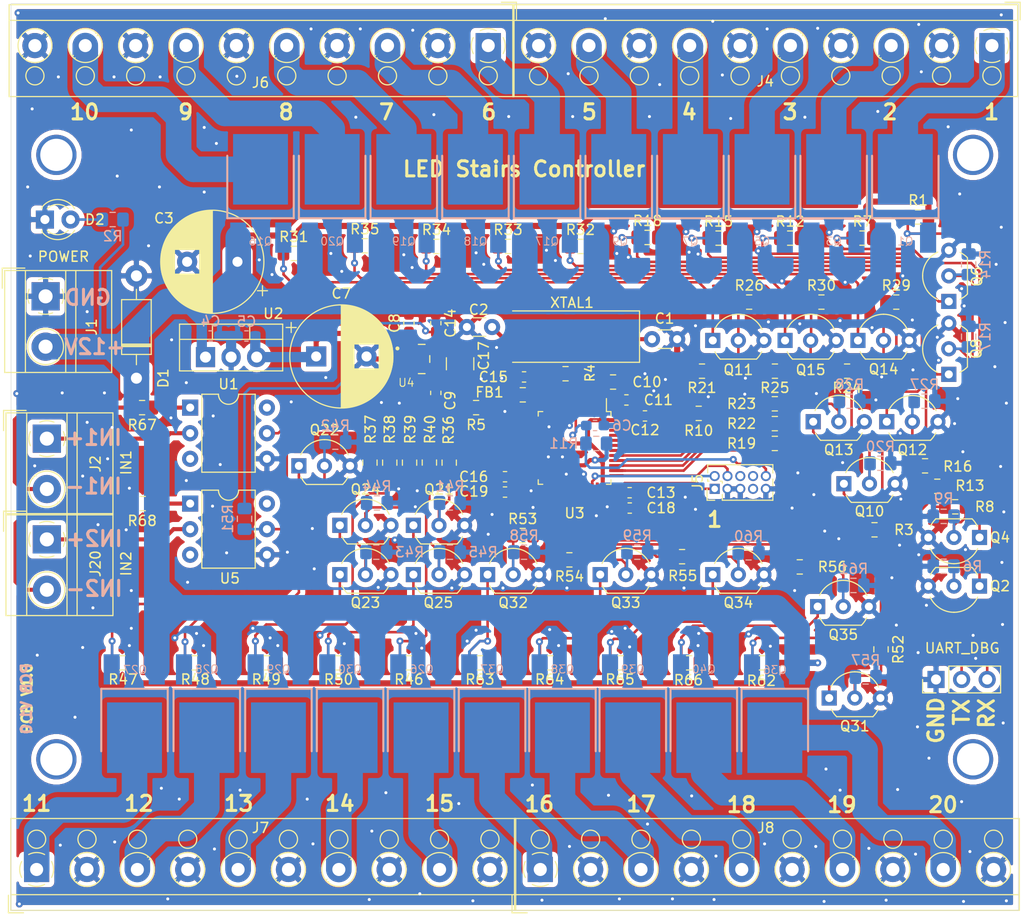
<source format=kicad_pcb>
(kicad_pcb (version 20171130) (host pcbnew "(5.1.4)-1")
  (layers (0 F.Cu signal) (31 B.Cu signal) (34 B.Paste user) (35 F.Paste user) (36 B.SilkS user) (37 F.SilkS user) (38 B.Mask user) (39 F.Mask user) (44 Edge.Cuts user))
  (net 0 "")
  (net 1 GND)
  (net 2 "Net-(C1-Pad1)")
  (net 3 "Net-(C2-Pad1)")
  (net 4 +12V)
  (net 5 +5V)
  (net 6 "Net-(C6-Pad1)")
  (net 7 "Net-(C9-Pad1)")
  (net 8 "Net-(C10-Pad1)")
  (net 9 +3V3)
  (net 10 "Net-(D2-Pad2)")
  (net 11 "Net-(J2-Pad2)")
  (net 12 "Net-(J2-Pad1)")
  (net 13 UART1_RX)
  (net 14 UART1_TX)
  (net 15 "Net-(J4-Pad1)")
  (net 16 "Net-(J5-Pad8)")
  (net 17 "Net-(J5-Pad7)")
  (net 18 "Net-(J5-Pad6)")
  (net 19 SWCLK)
  (net 20 SWDIO)
  (net 21 "Net-(J6-Pad1)")
  (net 22 "Net-(J7-Pad1)")
  (net 23 "Net-(J8-Pad1)")
  (net 24 "Net-(J20-Pad2)")
  (net 25 "Net-(J20-Pad1)")
  (net 26 "Net-(Q1-Pad1)")
  (net 27 "Net-(Q2-Pad2)")
  (net 28 "Net-(Q3-Pad1)")
  (net 29 "Net-(Q4-Pad2)")
  (net 30 "Net-(Q5-Pad1)")
  (net 31 "Net-(Q6-Pad2)")
  (net 32 "Net-(Q7-Pad1)")
  (net 33 "Net-(Q8-Pad2)")
  (net 34 "Net-(Q10-Pad1)")
  (net 35 "Net-(Q10-Pad2)")
  (net 36 "Net-(Q11-Pad1)")
  (net 37 "Net-(Q11-Pad2)")
  (net 38 "Net-(Q12-Pad1)")
  (net 39 "Net-(Q12-Pad2)")
  (net 40 "Net-(Q13-Pad1)")
  (net 41 "Net-(Q13-Pad2)")
  (net 42 "Net-(Q14-Pad1)")
  (net 43 "Net-(Q14-Pad2)")
  (net 44 "Net-(Q15-Pad1)")
  (net 45 "Net-(Q15-Pad2)")
  (net 46 "Net-(Q21-Pad1)")
  (net 47 "Net-(Q21-Pad2)")
  (net 48 "Net-(Q22-Pad1)")
  (net 49 "Net-(Q22-Pad2)")
  (net 50 "Net-(Q23-Pad1)")
  (net 51 "Net-(Q23-Pad2)")
  (net 52 "Net-(Q24-Pad1)")
  (net 53 "Net-(Q24-Pad2)")
  (net 54 "Net-(Q25-Pad1)")
  (net 55 "Net-(Q25-Pad2)")
  (net 56 "Net-(Q31-Pad1)")
  (net 57 "Net-(Q31-Pad2)")
  (net 58 "Net-(Q32-Pad1)")
  (net 59 "Net-(Q32-Pad2)")
  (net 60 "Net-(Q33-Pad1)")
  (net 61 "Net-(Q33-Pad2)")
  (net 62 "Net-(Q34-Pad1)")
  (net 63 "Net-(Q34-Pad2)")
  (net 64 "Net-(Q35-Pad1)")
  (net 65 "Net-(Q35-Pad2)")
  (net 66 OUT1)
  (net 67 "Net-(R4-Pad1)")
  (net 68 DIN1)
  (net 69 OUT2)
  (net 70 "Net-(R10-Pad1)")
  (net 71 OUT3)
  (net 72 OUT4)
  (net 73 OUT5)
  (net 74 OUT10)
  (net 75 OUT6)
  (net 76 OUT7)
  (net 77 OUT8)
  (net 78 OUT9)
  (net 79 OUT15)
  (net 80 OUT11)
  (net 81 OUT12)
  (net 82 OUT13)
  (net 83 OUT14)
  (net 84 DIN2)
  (net 85 OUT20)
  (net 86 OUT16)
  (net 87 OUT17)
  (net 88 OUT18)
  (net 89 OUT19)
  (net 90 "Net-(U1-Pad6)")
  (net 91 "Net-(U1-Pad3)")
  (net 92 "Net-(U3-Pad4)")
  (net 93 "Net-(U3-Pad3)")
  (net 94 "Net-(U3-Pad2)")
  (net 95 "Net-(U5-Pad6)")
  (net 96 "Net-(U5-Pad3)")
  (net 97 "Net-(J4-Pad9)")
  (net 98 "Net-(J4-Pad7)")
  (net 99 "Net-(J4-Pad5)")
  (net 100 "Net-(J4-Pad3)")
  (net 101 "Net-(J6-Pad9)")
  (net 102 "Net-(J6-Pad7)")
  (net 103 "Net-(J6-Pad5)")
  (net 104 "Net-(J6-Pad3)")
  (net 105 "Net-(J7-Pad9)")
  (net 106 "Net-(J7-Pad7)")
  (net 107 "Net-(J7-Pad5)")
  (net 108 "Net-(J7-Pad3)")
  (net 109 "Net-(J8-Pad9)")
  (net 110 "Net-(J8-Pad7)")
  (net 111 "Net-(J8-Pad5)")
  (net 112 "Net-(J8-Pad3)")
  (net 113 "Net-(U3-Pad17)")
  (net 114 "Net-(U3-Pad16)")
  (net 115 "Net-(U3-Pad15)")
  (net 116 "Net-(U3-Pad12)")
  (net 117 "Net-(U3-Pad11)")
  (net 118 "Net-(U3-Pad10)")
  (net 119 "Net-(R67-Pad2)")
  (net 120 "Net-(R68-Pad2)")
  (module Resistor_SMD:R_0805_2012Metric_Pad1.15x1.40mm_HandSolder (layer F.Cu) (at 13.072 -40.386)
    (fp_text reference R68 (at -0.0545 1.7145) (layer F.SilkS))
    (fp_text value 1K)
    (pad 2 smd roundrect (at 1.025 0) (size 1.15 1.4) (layers F.Cu F.Paste F.Mask) (roundrect_rratio 0.217391) (net 120 "Net-(R68-Pad2)"))
    (pad 1 smd roundrect (at -1.025 0) (size 1.15 1.4) (layers F.Cu F.Paste F.Mask) (roundrect_rratio 0.217391) (net 24 "Net-(J20-Pad2)"))
  )
  (module Resistor_SMD:R_0805_2012Metric_Pad1.15x1.40mm_HandSolder (layer F.Cu) (at 13.0085 -49.911)
    (fp_text reference R67 (at 0.009 1.7145) (layer F.SilkS))
    (fp_text value 1K)
    (pad 2 smd roundrect (at 1.025 0) (size 1.15 1.4) (layers F.Cu F.Paste F.Mask) (roundrect_rratio 0.217391) (net 119 "Net-(R67-Pad2)"))
    (pad 1 smd roundrect (at -1.025 0) (size 1.15 1.4) (layers F.Cu F.Paste F.Mask) (roundrect_rratio 0.217391) (net 11 "Net-(J2-Pad2)"))
  )
  (module Package_TO_SOT_THT:TO-92_Inline_Wide (layer F.Cu) (at 80.0735 -30.1625)
    (fp_text reference Q35 (at 2.54 2.794) (layer F.SilkS))
    (fp_text value BC337)
    (pad 1 thru_hole rect (at 0 0 90) (size 1.5 1.5) (drill 0.8) (layers *.Cu *.Mask) (net 64 "Net-(Q35-Pad1)"))
    (pad 3 thru_hole circle (at 5.08 0 90) (size 1.5 1.5) (drill 0.8) (layers *.Cu *.Mask) (net 1 GND))
    (pad 2 thru_hole circle (at 2.54 0 90) (size 1.5 1.5) (drill 0.8) (layers *.Cu *.Mask) (net 65 "Net-(Q35-Pad2)"))
  )
  (module Package_TO_SOT_THT:TO-92_Inline_Wide (layer F.Cu) (at 69.6595 -33.3375)
    (fp_text reference Q34 (at 2.54 2.794) (layer F.SilkS))
    (fp_text value BC337)
    (pad 1 thru_hole rect (at 0 0 90) (size 1.5 1.5) (drill 0.8) (layers *.Cu *.Mask) (net 62 "Net-(Q34-Pad1)"))
    (pad 3 thru_hole circle (at 5.08 0 90) (size 1.5 1.5) (drill 0.8) (layers *.Cu *.Mask) (net 1 GND))
    (pad 2 thru_hole circle (at 2.54 0 90) (size 1.5 1.5) (drill 0.8) (layers *.Cu *.Mask) (net 63 "Net-(Q34-Pad2)"))
  )
  (module Package_TO_SOT_THT:TO-92_Inline_Wide (layer F.Cu) (at 58.4835 -33.3375)
    (fp_text reference Q33 (at 2.54 2.794) (layer F.SilkS))
    (fp_text value BC337)
    (pad 1 thru_hole rect (at 0 0 90) (size 1.5 1.5) (drill 0.8) (layers *.Cu *.Mask) (net 60 "Net-(Q33-Pad1)"))
    (pad 3 thru_hole circle (at 5.08 0 90) (size 1.5 1.5) (drill 0.8) (layers *.Cu *.Mask) (net 1 GND))
    (pad 2 thru_hole circle (at 2.54 0 90) (size 1.5 1.5) (drill 0.8) (layers *.Cu *.Mask) (net 61 "Net-(Q33-Pad2)"))
  )
  (module Package_TO_SOT_THT:TO-92_Inline_Wide (layer F.Cu) (at 47.3075 -33.3375)
    (fp_text reference Q32 (at 2.54 2.794) (layer F.SilkS))
    (fp_text value BC337)
    (pad 1 thru_hole rect (at 0 0 90) (size 1.5 1.5) (drill 0.8) (layers *.Cu *.Mask) (net 58 "Net-(Q32-Pad1)"))
    (pad 3 thru_hole circle (at 5.08 0 90) (size 1.5 1.5) (drill 0.8) (layers *.Cu *.Mask) (net 1 GND))
    (pad 2 thru_hole circle (at 2.54 0 90) (size 1.5 1.5) (drill 0.8) (layers *.Cu *.Mask) (net 59 "Net-(Q32-Pad2)"))
  )
  (module Package_TO_SOT_THT:TO-92_Inline_Wide (layer F.Cu) (at 81.2165 -21.082)
    (fp_text reference Q31 (at 2.54 2.794) (layer F.SilkS))
    (fp_text value BC337)
    (pad 1 thru_hole rect (at 0 0 90) (size 1.5 1.5) (drill 0.8) (layers *.Cu *.Mask) (net 56 "Net-(Q31-Pad1)"))
    (pad 3 thru_hole circle (at 5.08 0 90) (size 1.5 1.5) (drill 0.8) (layers *.Cu *.Mask) (net 1 GND))
    (pad 2 thru_hole circle (at 2.54 0 90) (size 1.5 1.5) (drill 0.8) (layers *.Cu *.Mask) (net 57 "Net-(Q31-Pad2)"))
  )
  (module Package_TO_SOT_THT:TO-92_Inline_Wide (layer F.Cu) (at 39.9415 -33.3375)
    (fp_text reference Q25 (at 2.4765 2.794) (layer F.SilkS))
    (fp_text value BC337)
    (pad 1 thru_hole rect (at 0 0 90) (size 1.5 1.5) (drill 0.8) (layers *.Cu *.Mask) (net 54 "Net-(Q25-Pad1)"))
    (pad 3 thru_hole circle (at 5.08 0 90) (size 1.5 1.5) (drill 0.8) (layers *.Cu *.Mask) (net 1 GND))
    (pad 2 thru_hole circle (at 2.54 0 90) (size 1.5 1.5) (drill 0.8) (layers *.Cu *.Mask) (net 55 "Net-(Q25-Pad2)"))
  )
  (module Package_TO_SOT_THT:TO-92_Inline_Wide (layer F.Cu) (at 32.639 -38.227)
    (fp_text reference Q24 (at 2.54 -3.56) (layer F.SilkS))
    (fp_text value BC337)
    (pad 1 thru_hole rect (at 0 0 90) (size 1.5 1.5) (drill 0.8) (layers *.Cu *.Mask) (net 52 "Net-(Q24-Pad1)"))
    (pad 3 thru_hole circle (at 5.08 0 90) (size 1.5 1.5) (drill 0.8) (layers *.Cu *.Mask) (net 1 GND))
    (pad 2 thru_hole circle (at 2.54 0 90) (size 1.5 1.5) (drill 0.8) (layers *.Cu *.Mask) (net 53 "Net-(Q24-Pad2)"))
  )
  (module Package_TO_SOT_THT:TO-92_Inline_Wide (layer F.Cu) (at 32.639 -33.3375)
    (fp_text reference Q23 (at 2.54 2.794) (layer F.SilkS))
    (fp_text value BC337)
    (pad 1 thru_hole rect (at 0 0 90) (size 1.5 1.5) (drill 0.8) (layers *.Cu *.Mask) (net 50 "Net-(Q23-Pad1)"))
    (pad 3 thru_hole circle (at 5.08 0 90) (size 1.5 1.5) (drill 0.8) (layers *.Cu *.Mask) (net 1 GND))
    (pad 2 thru_hole circle (at 2.54 0 90) (size 1.5 1.5) (drill 0.8) (layers *.Cu *.Mask) (net 51 "Net-(Q23-Pad2)"))
  )
  (module Package_TO_SOT_THT:TO-92_Inline_Wide (layer F.Cu) (at 28.575 -44.1325)
    (fp_text reference Q22 (at 2.54 -3.56) (layer F.SilkS))
    (fp_text value BC337)
    (pad 1 thru_hole rect (at 0 0 90) (size 1.5 1.5) (drill 0.8) (layers *.Cu *.Mask) (net 48 "Net-(Q22-Pad1)"))
    (pad 3 thru_hole circle (at 5.08 0 90) (size 1.5 1.5) (drill 0.8) (layers *.Cu *.Mask) (net 1 GND))
    (pad 2 thru_hole circle (at 2.54 0 90) (size 1.5 1.5) (drill 0.8) (layers *.Cu *.Mask) (net 49 "Net-(Q22-Pad2)"))
  )
  (module Package_TO_SOT_THT:TO-92_Inline_Wide (layer F.Cu) (at 39.9415 -38.227)
    (fp_text reference Q21 (at 2.54 -3.56) (layer F.SilkS))
    (fp_text value BC337)
    (pad 1 thru_hole rect (at 0 0 90) (size 1.5 1.5) (drill 0.8) (layers *.Cu *.Mask) (net 46 "Net-(Q21-Pad1)"))
    (pad 3 thru_hole circle (at 5.08 0 90) (size 1.5 1.5) (drill 0.8) (layers *.Cu *.Mask) (net 1 GND))
    (pad 2 thru_hole circle (at 2.54 0 90) (size 1.5 1.5) (drill 0.8) (layers *.Cu *.Mask) (net 47 "Net-(Q21-Pad2)"))
  )
  (module Package_TO_SOT_THT:TO-92_Inline_Wide (layer F.Cu) (at 76.835 -56.5785)
    (fp_text reference Q15 (at 2.54 2.921) (layer F.SilkS))
    (fp_text value BC337)
    (pad 1 thru_hole rect (at 0 0 90) (size 1.5 1.5) (drill 0.8) (layers *.Cu *.Mask) (net 44 "Net-(Q15-Pad1)"))
    (pad 3 thru_hole circle (at 5.08 0 90) (size 1.5 1.5) (drill 0.8) (layers *.Cu *.Mask) (net 1 GND))
    (pad 2 thru_hole circle (at 2.54 0 90) (size 1.5 1.5) (drill 0.8) (layers *.Cu *.Mask) (net 45 "Net-(Q15-Pad2)"))
  )
  (module Package_TO_SOT_THT:TO-92_Inline_Wide (layer F.Cu) (at 84.074 -56.5785)
    (fp_text reference Q14 (at 2.54 2.8575) (layer F.SilkS))
    (fp_text value BC337)
    (pad 1 thru_hole rect (at 0 0 90) (size 1.5 1.5) (drill 0.8) (layers *.Cu *.Mask) (net 42 "Net-(Q14-Pad1)"))
    (pad 3 thru_hole circle (at 5.08 0 90) (size 1.5 1.5) (drill 0.8) (layers *.Cu *.Mask) (net 1 GND))
    (pad 2 thru_hole circle (at 2.54 0 90) (size 1.5 1.5) (drill 0.8) (layers *.Cu *.Mask) (net 43 "Net-(Q14-Pad2)"))
  )
  (module Package_TO_SOT_THT:TO-92_Inline_Wide (layer F.Cu) (at 79.629 -48.514)
    (fp_text reference Q13 (at 2.54 2.794 180) (layer F.SilkS))
    (fp_text value BC337)
    (pad 1 thru_hole rect (at 0 0 90) (size 1.5 1.5) (drill 0.8) (layers *.Cu *.Mask) (net 40 "Net-(Q13-Pad1)"))
    (pad 3 thru_hole circle (at 5.08 0 90) (size 1.5 1.5) (drill 0.8) (layers *.Cu *.Mask) (net 1 GND))
    (pad 2 thru_hole circle (at 2.54 0 90) (size 1.5 1.5) (drill 0.8) (layers *.Cu *.Mask) (net 41 "Net-(Q13-Pad2)"))
  )
  (module Package_TO_SOT_THT:TO-92_Inline_Wide (layer F.Cu) (at 86.9315 -48.514)
    (fp_text reference Q12 (at 2.54 2.794) (layer F.SilkS))
    (fp_text value BC337)
    (pad 1 thru_hole rect (at 0 0 90) (size 1.5 1.5) (drill 0.8) (layers *.Cu *.Mask) (net 38 "Net-(Q12-Pad1)"))
    (pad 3 thru_hole circle (at 5.08 0 90) (size 1.5 1.5) (drill 0.8) (layers *.Cu *.Mask) (net 1 GND))
    (pad 2 thru_hole circle (at 2.54 0 90) (size 1.5 1.5) (drill 0.8) (layers *.Cu *.Mask) (net 39 "Net-(Q12-Pad2)"))
  )
  (module Package_TO_SOT_THT:TO-92_Inline_Wide (layer F.Cu) (at 69.6595 -56.5785)
    (fp_text reference Q11 (at 2.54 2.921) (layer F.SilkS))
    (fp_text value BC337)
    (pad 1 thru_hole rect (at 0 0 90) (size 1.5 1.5) (drill 0.8) (layers *.Cu *.Mask) (net 36 "Net-(Q11-Pad1)"))
    (pad 3 thru_hole circle (at 5.08 0 90) (size 1.5 1.5) (drill 0.8) (layers *.Cu *.Mask) (net 1 GND))
    (pad 2 thru_hole circle (at 2.54 0 90) (size 1.5 1.5) (drill 0.8) (layers *.Cu *.Mask) (net 37 "Net-(Q11-Pad2)"))
  )
  (module Package_TO_SOT_THT:TO-92_Inline_Wide (layer F.Cu) (at 82.677 -42.3545)
    (fp_text reference Q10 (at 2.54 2.7305) (layer F.SilkS))
    (fp_text value BC337)
    (pad 1 thru_hole rect (at 0 0 90) (size 1.5 1.5) (drill 0.8) (layers *.Cu *.Mask) (net 34 "Net-(Q10-Pad1)"))
    (pad 3 thru_hole circle (at 5.08 0 90) (size 1.5 1.5) (drill 0.8) (layers *.Cu *.Mask) (net 1 GND))
    (pad 2 thru_hole circle (at 2.54 0 90) (size 1.5 1.5) (drill 0.8) (layers *.Cu *.Mask) (net 35 "Net-(Q10-Pad2)"))
  )
  (module Package_TO_SOT_THT:TO-92_Inline_Wide (layer F.Cu) (at 93.091 -53.213 90)
    (fp_text reference Q8 (at 2.54 2.7305 90) (layer F.SilkS))
    (fp_text value BC337)
    (pad 1 thru_hole rect (at 0 0 180) (size 1.5 1.5) (drill 0.8) (layers *.Cu *.Mask) (net 32 "Net-(Q7-Pad1)"))
    (pad 3 thru_hole circle (at 5.08 0 180) (size 1.5 1.5) (drill 0.8) (layers *.Cu *.Mask) (net 1 GND))
    (pad 2 thru_hole circle (at 2.54 0 180) (size 1.5 1.5) (drill 0.8) (layers *.Cu *.Mask) (net 33 "Net-(Q8-Pad2)"))
  )
  (module Package_TO_SOT_THT:TO-92_Inline_Wide (layer F.Cu) (at 93.091 -60.452 90)
    (fp_text reference Q6 (at 2.4765 2.794 90) (layer F.SilkS))
    (fp_text value BC337)
    (pad 1 thru_hole rect (at 0 0 180) (size 1.5 1.5) (drill 0.8) (layers *.Cu *.Mask) (net 30 "Net-(Q5-Pad1)"))
    (pad 3 thru_hole circle (at 5.08 0 180) (size 1.5 1.5) (drill 0.8) (layers *.Cu *.Mask) (net 1 GND))
    (pad 2 thru_hole circle (at 2.54 0 180) (size 1.5 1.5) (drill 0.8) (layers *.Cu *.Mask) (net 31 "Net-(Q6-Pad2)"))
  )
  (module Package_TO_SOT_THT:TO-92_Inline_Wide (layer F.Cu) (at 96.139 -37.0205 180)
    (fp_text reference Q4 (at -2.032 0 180) (layer F.SilkS))
    (fp_text value BC337)
    (pad 1 thru_hole rect (at 0 0 270) (size 1.5 1.5) (drill 0.8) (layers *.Cu *.Mask) (net 28 "Net-(Q3-Pad1)"))
    (pad 3 thru_hole circle (at 5.08 0 270) (size 1.5 1.5) (drill 0.8) (layers *.Cu *.Mask) (net 1 GND))
    (pad 2 thru_hole circle (at 2.54 0 270) (size 1.5 1.5) (drill 0.8) (layers *.Cu *.Mask) (net 29 "Net-(Q4-Pad2)"))
  )
  (module Package_TO_SOT_THT:TO-92_Inline_Wide (layer F.Cu) (at 96.139 -32.1945 180)
    (fp_text reference Q2 (at -2.032 0 180) (layer F.SilkS))
    (fp_text value BC337)
    (pad 1 thru_hole rect (at 0 0 270) (size 1.5 1.5) (drill 0.8) (layers *.Cu *.Mask) (net 26 "Net-(Q1-Pad1)"))
    (pad 3 thru_hole circle (at 5.08 0 270) (size 1.5 1.5) (drill 0.8) (layers *.Cu *.Mask) (net 1 GND))
    (pad 2 thru_hole circle (at 2.54 0 270) (size 1.5 1.5) (drill 0.8) (layers *.Cu *.Mask) (net 27 "Net-(Q2-Pad2)"))
  )
  (module Resistor_SMD:R_0805_2012Metric_Pad1.15x1.40mm_HandSolder (layer F.Cu) (at 67.31 -24.5745)
    (fp_text reference R66 (at -0.0635 1.7145) (layer F.SilkS))
    (fp_text value 1K)
    (pad 2 smd roundrect (at 1.025 0) (size 1.15 1.4) (layers F.Cu F.Paste F.Mask) (roundrect_rratio 0.217391) (net 4 +12V))
    (pad 1 smd roundrect (at -1.025 0) (size 1.15 1.4) (layers F.Cu F.Paste F.Mask) (roundrect_rratio 0.217391) (net 64 "Net-(Q35-Pad1)"))
  )
  (module Resistor_SMD:R_0805_2012Metric_Pad1.15x1.40mm_HandSolder (layer F.Cu) (at 60.5155 -24.5745)
    (fp_text reference R65 (at -0.0635 1.651) (layer F.SilkS))
    (fp_text value 1K)
    (pad 2 smd roundrect (at 1.025 0) (size 1.15 1.4) (layers F.Cu F.Paste F.Mask) (roundrect_rratio 0.217391) (net 4 +12V))
    (pad 1 smd roundrect (at -1.025 0) (size 1.15 1.4) (layers F.Cu F.Paste F.Mask) (roundrect_rratio 0.217391) (net 62 "Net-(Q34-Pad1)"))
  )
  (module Resistor_SMD:R_0805_2012Metric_Pad1.15x1.40mm_HandSolder (layer F.Cu) (at 53.5305 -24.5745)
    (fp_text reference R64 (at -0.0635 1.651) (layer F.SilkS))
    (fp_text value 1K)
    (pad 2 smd roundrect (at 1.025 0) (size 1.15 1.4) (layers F.Cu F.Paste F.Mask) (roundrect_rratio 0.217391) (net 4 +12V))
    (pad 1 smd roundrect (at -1.025 0) (size 1.15 1.4) (layers F.Cu F.Paste F.Mask) (roundrect_rratio 0.217391) (net 60 "Net-(Q33-Pad1)"))
  )
  (module Resistor_SMD:R_0805_2012Metric_Pad1.15x1.40mm_HandSolder (layer F.Cu) (at 46.5455 -24.5745)
    (fp_text reference R63 (at 0 1.651) (layer F.SilkS))
    (fp_text value 1K)
    (pad 2 smd roundrect (at 1.025 0) (size 1.15 1.4) (layers F.Cu F.Paste F.Mask) (roundrect_rratio 0.217391) (net 4 +12V))
    (pad 1 smd roundrect (at -1.025 0) (size 1.15 1.4) (layers F.Cu F.Paste F.Mask) (roundrect_rratio 0.217391) (net 58 "Net-(Q32-Pad1)"))
  )
  (module Resistor_SMD:R_0805_2012Metric_Pad1.15x1.40mm_HandSolder (layer F.Cu) (at 74.54 -24.5745)
    (fp_text reference R62 (at -0.0545 1.778) (layer F.SilkS))
    (fp_text value 1K)
    (pad 2 smd roundrect (at 1.025 0) (size 1.15 1.4) (layers F.Cu F.Paste F.Mask) (roundrect_rratio 0.217391) (net 4 +12V))
    (pad 1 smd roundrect (at -1.025 0) (size 1.15 1.4) (layers F.Cu F.Paste F.Mask) (roundrect_rratio 0.217391) (net 56 "Net-(Q31-Pad1)"))
  )
  (module Resistor_SMD:R_0805_2012Metric_Pad1.15x1.40mm_HandSolder (layer B.Cu) (at 83.6295 -32.258 180)
    (fp_text reference R61 (at 0 1.65) (layer B.SilkS) (effects (justify mirror)))
    (fp_text value 10K)
    (pad 2 smd roundrect (at 1.025 0 180) (size 1.15 1.4) (layers B.Cu B.Paste B.Mask) (roundrect_rratio 0.217391) (net 65 "Net-(Q35-Pad2)"))
    (pad 1 smd roundrect (at -1.025 0 180) (size 1.15 1.4) (layers B.Cu B.Paste B.Mask) (roundrect_rratio 0.217391) (net 1 GND))
  )
  (module Resistor_SMD:R_0805_2012Metric_Pad1.15x1.40mm_HandSolder (layer B.Cu) (at 73.2155 -35.4965 180)
    (fp_text reference R60 (at 0 1.65) (layer B.SilkS) (effects (justify mirror)))
    (fp_text value 10K)
    (pad 2 smd roundrect (at 1.025 0 180) (size 1.15 1.4) (layers B.Cu B.Paste B.Mask) (roundrect_rratio 0.217391) (net 63 "Net-(Q34-Pad2)"))
    (pad 1 smd roundrect (at -1.025 0 180) (size 1.15 1.4) (layers B.Cu B.Paste B.Mask) (roundrect_rratio 0.217391) (net 1 GND))
  )
  (module Resistor_SMD:R_0805_2012Metric_Pad1.15x1.40mm_HandSolder (layer B.Cu) (at 62.1665 -35.56 180)
    (fp_text reference R59 (at 0 1.65) (layer B.SilkS) (effects (justify mirror)))
    (fp_text value 10K)
    (pad 2 smd roundrect (at 1.025 0 180) (size 1.15 1.4) (layers B.Cu B.Paste B.Mask) (roundrect_rratio 0.217391) (net 61 "Net-(Q33-Pad2)"))
    (pad 1 smd roundrect (at -1.025 0 180) (size 1.15 1.4) (layers B.Cu B.Paste B.Mask) (roundrect_rratio 0.217391) (net 1 GND))
  )
  (module Resistor_SMD:R_0805_2012Metric_Pad1.15x1.40mm_HandSolder (layer B.Cu) (at 50.927 -35.56 180)
    (fp_text reference R58 (at 0 1.65) (layer B.SilkS) (effects (justify mirror)))
    (fp_text value 10K)
    (pad 2 smd roundrect (at 1.025 0 180) (size 1.15 1.4) (layers B.Cu B.Paste B.Mask) (roundrect_rratio 0.217391) (net 59 "Net-(Q32-Pad2)"))
    (pad 1 smd roundrect (at -1.025 0 180) (size 1.15 1.4) (layers B.Cu B.Paste B.Mask) (roundrect_rratio 0.217391) (net 1 GND))
  )
  (module Resistor_SMD:R_0805_2012Metric_Pad1.15x1.40mm_HandSolder (layer B.Cu) (at 84.836 -23.1775 180)
    (fp_text reference R57 (at 0 1.65) (layer B.SilkS) (effects (justify mirror)))
    (fp_text value 10K)
    (pad 2 smd roundrect (at 1.025 0 180) (size 1.15 1.4) (layers B.Cu B.Paste B.Mask) (roundrect_rratio 0.217391) (net 57 "Net-(Q31-Pad2)"))
    (pad 1 smd roundrect (at -1.025 0 180) (size 1.15 1.4) (layers B.Cu B.Paste B.Mask) (roundrect_rratio 0.217391) (net 1 GND))
  )
  (module Resistor_SMD:R_0805_2012Metric_Pad1.15x1.40mm_HandSolder (layer F.Cu) (at 78.2955 -34.0995 180)
    (fp_text reference R56 (at -3.2385 0) (layer F.SilkS))
    (fp_text value 1K)
    (pad 2 smd roundrect (at 1.025 0 180) (size 1.15 1.4) (layers F.Cu F.Paste F.Mask) (roundrect_rratio 0.217391) (net 89 OUT19))
    (pad 1 smd roundrect (at -1.025 0 180) (size 1.15 1.4) (layers F.Cu F.Paste F.Mask) (roundrect_rratio 0.217391) (net 65 "Net-(Q35-Pad2)"))
  )
  (module Resistor_SMD:R_0805_2012Metric_Pad1.15x1.40mm_HandSolder (layer F.Cu) (at 66.6115 -35.1155 180)
    (fp_text reference R55 (at -0.0635 -1.905) (layer F.SilkS))
    (fp_text value 1K)
    (pad 2 smd roundrect (at 1.025 0 180) (size 1.15 1.4) (layers F.Cu F.Paste F.Mask) (roundrect_rratio 0.217391) (net 88 OUT18))
    (pad 1 smd roundrect (at -1.025 0 180) (size 1.15 1.4) (layers F.Cu F.Paste F.Mask) (roundrect_rratio 0.217391) (net 63 "Net-(Q34-Pad2)"))
  )
  (module Resistor_SMD:R_0805_2012Metric_Pad1.15x1.40mm_HandSolder (layer F.Cu) (at 55.4265 -34.798 180)
    (fp_text reference R54 (at 0 -1.65) (layer F.SilkS))
    (fp_text value 1K)
    (pad 2 smd roundrect (at 1.025 0 180) (size 1.15 1.4) (layers F.Cu F.Paste F.Mask) (roundrect_rratio 0.217391) (net 87 OUT17))
    (pad 1 smd roundrect (at -1.025 0 180) (size 1.15 1.4) (layers F.Cu F.Paste F.Mask) (roundrect_rratio 0.217391) (net 61 "Net-(Q33-Pad2)"))
  )
  (module Resistor_SMD:R_0805_2012Metric_Pad1.15x1.40mm_HandSolder (layer F.Cu) (at 50.791 -37.211)
    (fp_text reference R53 (at 0 -1.65) (layer F.SilkS))
    (fp_text value 1K)
    (pad 2 smd roundrect (at 1.025 0) (size 1.15 1.4) (layers F.Cu F.Paste F.Mask) (roundrect_rratio 0.217391) (net 86 OUT16))
    (pad 1 smd roundrect (at -1.025 0) (size 1.15 1.4) (layers F.Cu F.Paste F.Mask) (roundrect_rratio 0.217391) (net 59 "Net-(Q32-Pad2)"))
  )
  (module Resistor_SMD:R_0805_2012Metric_Pad1.15x1.40mm_HandSolder (layer F.Cu) (at 86.36 -25.917 90)
    (fp_text reference R52 (at -0.009 1.7145 90) (layer F.SilkS))
    (fp_text value 1K)
    (pad 2 smd roundrect (at 1.025 0 90) (size 1.15 1.4) (layers F.Cu F.Paste F.Mask) (roundrect_rratio 0.217391) (net 85 OUT20))
    (pad 1 smd roundrect (at -1.025 0 90) (size 1.15 1.4) (layers F.Cu F.Paste F.Mask) (roundrect_rratio 0.217391) (net 57 "Net-(Q31-Pad2)"))
  )
  (module Resistor_SMD:R_0805_2012Metric_Pad1.15x1.40mm_HandSolder (layer B.Cu) (at 23.1775 -38.871 90)
    (fp_text reference R51 (at 0 -1.651 270) (layer B.SilkS) (effects (justify mirror)))
    (fp_text value 10K)
    (pad 2 smd roundrect (at 1.025 0 90) (size 1.15 1.4) (layers B.Cu B.Paste B.Mask) (roundrect_rratio 0.217391) (net 9 +3V3))
    (pad 1 smd roundrect (at -1.025 0 90) (size 1.15 1.4) (layers B.Cu B.Paste B.Mask) (roundrect_rratio 0.217391) (net 84 DIN2))
  )
  (module Resistor_SMD:R_0805_2012Metric_Pad1.15x1.40mm_HandSolder (layer F.Cu) (at 32.503 -24.5745)
    (fp_text reference R50 (at 0.009 1.651) (layer F.SilkS))
    (fp_text value 1K)
    (pad 2 smd roundrect (at 1.025 0) (size 1.15 1.4) (layers F.Cu F.Paste F.Mask) (roundrect_rratio 0.217391) (net 4 +12V))
    (pad 1 smd roundrect (at -1.025 0) (size 1.15 1.4) (layers F.Cu F.Paste F.Mask) (roundrect_rratio 0.217391) (net 54 "Net-(Q25-Pad1)"))
  )
  (module Resistor_SMD:R_0805_2012Metric_Pad1.15x1.40mm_HandSolder (layer F.Cu) (at 25.4 -24.5745)
    (fp_text reference R49 (at -0.0635 1.651) (layer F.SilkS))
    (fp_text value 1K)
    (pad 2 smd roundrect (at 1.025 0) (size 1.15 1.4) (layers F.Cu F.Paste F.Mask) (roundrect_rratio 0.217391) (net 4 +12V))
    (pad 1 smd roundrect (at -1.025 0) (size 1.15 1.4) (layers F.Cu F.Paste F.Mask) (roundrect_rratio 0.217391) (net 52 "Net-(Q24-Pad1)"))
  )
  (module Resistor_SMD:R_0805_2012Metric_Pad1.15x1.40mm_HandSolder (layer F.Cu) (at 18.2245 -24.5745)
    (fp_text reference R48 (at 0.0635 1.651) (layer F.SilkS))
    (fp_text value 1K)
    (pad 2 smd roundrect (at 1.025 0) (size 1.15 1.4) (layers F.Cu F.Paste F.Mask) (roundrect_rratio 0.217391) (net 4 +12V))
    (pad 1 smd roundrect (at -1.025 0) (size 1.15 1.4) (layers F.Cu F.Paste F.Mask) (roundrect_rratio 0.217391) (net 50 "Net-(Q23-Pad1)"))
  )
  (module Resistor_SMD:R_0805_2012Metric_Pad1.15x1.40mm_HandSolder (layer F.Cu) (at 11.049 -24.5745)
    (fp_text reference R47 (at 0.0635 1.651) (layer F.SilkS))
    (fp_text value 1K)
    (pad 2 smd roundrect (at 1.025 0) (size 1.15 1.4) (layers F.Cu F.Paste F.Mask) (roundrect_rratio 0.217391) (net 4 +12V))
    (pad 1 smd roundrect (at -1.025 0) (size 1.15 1.4) (layers F.Cu F.Paste F.Mask) (roundrect_rratio 0.217391) (net 48 "Net-(Q22-Pad1)"))
  )
  (module Resistor_SMD:R_0805_2012Metric_Pad1.15x1.40mm_HandSolder (layer F.Cu) (at 39.497 -24.5745)
    (fp_text reference R46 (at 0 1.651) (layer F.SilkS))
    (fp_text value 1K)
    (pad 2 smd roundrect (at 1.025 0) (size 1.15 1.4) (layers F.Cu F.Paste F.Mask) (roundrect_rratio 0.217391) (net 4 +12V))
    (pad 1 smd roundrect (at -1.025 0) (size 1.15 1.4) (layers F.Cu F.Paste F.Mask) (roundrect_rratio 0.217391) (net 46 "Net-(Q21-Pad1)"))
  )
  (module Resistor_SMD:R_0805_2012Metric_Pad1.15x1.40mm_HandSolder (layer B.Cu) (at 43.57 -35.56 180)
    (fp_text reference R45 (at -3.293 0) (layer B.SilkS) (effects (justify mirror)))
    (fp_text value 10K)
    (pad 2 smd roundrect (at 1.025 0 180) (size 1.15 1.4) (layers B.Cu B.Paste B.Mask) (roundrect_rratio 0.217391) (net 55 "Net-(Q25-Pad2)"))
    (pad 1 smd roundrect (at -1.025 0 180) (size 1.15 1.4) (layers B.Cu B.Paste B.Mask) (roundrect_rratio 0.217391) (net 1 GND))
  )
  (module Resistor_SMD:R_0805_2012Metric_Pad1.15x1.40mm_HandSolder (layer B.Cu) (at 36.322 -40.4495 180)
    (fp_text reference R44 (at 0 1.65) (layer B.SilkS) (effects (justify mirror)))
    (fp_text value 10K)
    (pad 2 smd roundrect (at 1.025 0 180) (size 1.15 1.4) (layers B.Cu B.Paste B.Mask) (roundrect_rratio 0.217391) (net 53 "Net-(Q24-Pad2)"))
    (pad 1 smd roundrect (at -1.025 0 180) (size 1.15 1.4) (layers B.Cu B.Paste B.Mask) (roundrect_rratio 0.217391) (net 1 GND))
  )
  (module Resistor_SMD:R_0805_2012Metric_Pad1.15x1.40mm_HandSolder (layer B.Cu) (at 36.2585 -35.56 180)
    (fp_text reference R43 (at -3.302 0) (layer B.SilkS) (effects (justify mirror)))
    (fp_text value 10K)
    (pad 2 smd roundrect (at 1.025 0 180) (size 1.15 1.4) (layers B.Cu B.Paste B.Mask) (roundrect_rratio 0.217391) (net 51 "Net-(Q23-Pad2)"))
    (pad 1 smd roundrect (at -1.025 0 180) (size 1.15 1.4) (layers B.Cu B.Paste B.Mask) (roundrect_rratio 0.217391) (net 1 GND))
  )
  (module Resistor_SMD:R_0805_2012Metric_Pad1.15x1.40mm_HandSolder (layer B.Cu) (at 32.1945 -46.482 180)
    (fp_text reference R42 (at 0 1.65) (layer B.SilkS) (effects (justify mirror)))
    (fp_text value 10K)
    (pad 2 smd roundrect (at 1.025 0 180) (size 1.15 1.4) (layers B.Cu B.Paste B.Mask) (roundrect_rratio 0.217391) (net 49 "Net-(Q22-Pad2)"))
    (pad 1 smd roundrect (at -1.025 0 180) (size 1.15 1.4) (layers B.Cu B.Paste B.Mask) (roundrect_rratio 0.217391) (net 1 GND))
  )
  (module Resistor_SMD:R_0805_2012Metric_Pad1.15x1.40mm_HandSolder (layer B.Cu) (at 43.561 -40.4495 180)
    (fp_text reference R41 (at 0 1.65) (layer B.SilkS) (effects (justify mirror)))
    (fp_text value 10K)
    (pad 2 smd roundrect (at 1.025 0 180) (size 1.15 1.4) (layers B.Cu B.Paste B.Mask) (roundrect_rratio 0.217391) (net 47 "Net-(Q21-Pad2)"))
    (pad 1 smd roundrect (at -1.025 0 180) (size 1.15 1.4) (layers B.Cu B.Paste B.Mask) (roundrect_rratio 0.217391) (net 1 GND))
  )
  (module Resistor_SMD:R_0805_2012Metric_Pad1.15x1.40mm_HandSolder (layer F.Cu) (at 41.529 -44.459 90)
    (fp_text reference R40 (at 3.293 0.0635 90) (layer F.SilkS))
    (fp_text value 1K)
    (pad 2 smd roundrect (at 1.025 0 90) (size 1.15 1.4) (layers F.Cu F.Paste F.Mask) (roundrect_rratio 0.217391) (net 83 OUT14))
    (pad 1 smd roundrect (at -1.025 0 90) (size 1.15 1.4) (layers F.Cu F.Paste F.Mask) (roundrect_rratio 0.217391) (net 55 "Net-(Q25-Pad2)"))
  )
  (module Resistor_SMD:R_0805_2012Metric_Pad1.15x1.40mm_HandSolder (layer F.Cu) (at 39.5605 -44.45 90)
    (fp_text reference R39 (at 3.302 0.0635 90) (layer F.SilkS))
    (fp_text value 1K)
    (pad 2 smd roundrect (at 1.025 0 90) (size 1.15 1.4) (layers F.Cu F.Paste F.Mask) (roundrect_rratio 0.217391) (net 82 OUT13))
    (pad 1 smd roundrect (at -1.025 0 90) (size 1.15 1.4) (layers F.Cu F.Paste F.Mask) (roundrect_rratio 0.217391) (net 53 "Net-(Q24-Pad2)"))
  )
  (module Resistor_SMD:R_0805_2012Metric_Pad1.15x1.40mm_HandSolder (layer F.Cu) (at 37.592 -44.45 90)
    (fp_text reference R38 (at 3.302 0 90) (layer F.SilkS))
    (fp_text value 1K)
    (pad 2 smd roundrect (at 1.025 0 90) (size 1.15 1.4) (layers F.Cu F.Paste F.Mask) (roundrect_rratio 0.217391) (net 81 OUT12))
    (pad 1 smd roundrect (at -1.025 0 90) (size 1.15 1.4) (layers F.Cu F.Paste F.Mask) (roundrect_rratio 0.217391) (net 51 "Net-(Q23-Pad2)"))
  )
  (module Resistor_SMD:R_0805_2012Metric_Pad1.15x1.40mm_HandSolder (layer F.Cu) (at 35.6235 -44.45 90)
    (fp_text reference R37 (at 3.302 0.0635 90) (layer F.SilkS))
    (fp_text value 1K)
    (pad 2 smd roundrect (at 1.025 0 90) (size 1.15 1.4) (layers F.Cu F.Paste F.Mask) (roundrect_rratio 0.217391) (net 80 OUT11))
    (pad 1 smd roundrect (at -1.025 0 90) (size 1.15 1.4) (layers F.Cu F.Paste F.Mask) (roundrect_rratio 0.217391) (net 49 "Net-(Q22-Pad2)"))
  )
  (module Resistor_SMD:R_0805_2012Metric_Pad1.15x1.40mm_HandSolder (layer F.Cu) (at 43.4975 -44.45 90)
    (fp_text reference R36 (at 3.2385 -0.0635 90) (layer F.SilkS))
    (fp_text value 1K)
    (pad 2 smd roundrect (at 1.025 0 90) (size 1.15 1.4) (layers F.Cu F.Paste F.Mask) (roundrect_rratio 0.217391) (net 79 OUT15))
    (pad 1 smd roundrect (at -1.025 0 90) (size 1.15 1.4) (layers F.Cu F.Paste F.Mask) (roundrect_rratio 0.217391) (net 47 "Net-(Q21-Pad2)"))
  )
  (module Resistor_SMD:R_0805_2012Metric_Pad1.15x1.40mm_HandSolder (layer F.Cu) (at 35.1155 -65.9765)
    (fp_text reference R35 (at 0 -1.65) (layer F.SilkS))
    (fp_text value 1K)
    (pad 2 smd roundrect (at 1.025 0) (size 1.15 1.4) (layers F.Cu F.Paste F.Mask) (roundrect_rratio 0.217391) (net 4 +12V))
    (pad 1 smd roundrect (at -1.025 0) (size 1.15 1.4) (layers F.Cu F.Paste F.Mask) (roundrect_rratio 0.217391) (net 44 "Net-(Q15-Pad1)"))
  )
  (module Resistor_SMD:R_0805_2012Metric_Pad1.15x1.40mm_HandSolder (layer F.Cu) (at 42.2275 -65.913)
    (fp_text reference R34 (at 0 -1.65) (layer F.SilkS))
    (fp_text value 1K)
    (pad 2 smd roundrect (at 1.025 0) (size 1.15 1.4) (layers F.Cu F.Paste F.Mask) (roundrect_rratio 0.217391) (net 4 +12V))
    (pad 1 smd roundrect (at -1.025 0) (size 1.15 1.4) (layers F.Cu F.Paste F.Mask) (roundrect_rratio 0.217391) (net 42 "Net-(Q14-Pad1)"))
  )
  (module Resistor_SMD:R_0805_2012Metric_Pad1.15x1.40mm_HandSolder (layer F.Cu) (at 49.3395 -65.913)
    (fp_text reference R33 (at 0 -1.65) (layer F.SilkS))
    (fp_text value 1K)
    (pad 2 smd roundrect (at 1.025 0) (size 1.15 1.4) (layers F.Cu F.Paste F.Mask) (roundrect_rratio 0.217391) (net 4 +12V))
    (pad 1 smd roundrect (at -1.025 0) (size 1.15 1.4) (layers F.Cu F.Paste F.Mask) (roundrect_rratio 0.217391) (net 40 "Net-(Q13-Pad1)"))
  )
  (module Resistor_SMD:R_0805_2012Metric_Pad1.15x1.40mm_HandSolder (layer F.Cu) (at 56.524 -65.913)
    (fp_text reference R32 (at 0 -1.65) (layer F.SilkS))
    (fp_text value 1K)
    (pad 2 smd roundrect (at 1.025 0) (size 1.15 1.4) (layers F.Cu F.Paste F.Mask) (roundrect_rratio 0.217391) (net 4 +12V))
    (pad 1 smd roundrect (at -1.025 0) (size 1.15 1.4) (layers F.Cu F.Paste F.Mask) (roundrect_rratio 0.217391) (net 38 "Net-(Q12-Pad1)"))
  )
  (module Resistor_SMD:R_0805_2012Metric_Pad1.15x1.40mm_HandSolder (layer F.Cu) (at 28.067 -65.2145)
    (fp_text reference R31 (at 0 -1.65) (layer F.SilkS))
    (fp_text value 1K)
    (pad 2 smd roundrect (at 1.025 0) (size 1.15 1.4) (layers F.Cu F.Paste F.Mask) (roundrect_rratio 0.217391) (net 4 +12V))
    (pad 1 smd roundrect (at -1.025 0) (size 1.15 1.4) (layers F.Cu F.Paste F.Mask) (roundrect_rratio 0.217391) (net 36 "Net-(Q11-Pad1)"))
  )
  (module Resistor_SMD:R_0805_2012Metric_Pad1.15x1.40mm_HandSolder (layer F.Cu) (at 80.4455 -60.3885 180)
    (fp_text reference R30 (at 0 1.651) (layer F.SilkS))
    (fp_text value 10K)
    (pad 2 smd roundrect (at 1.025 0 180) (size 1.15 1.4) (layers F.Cu F.Paste F.Mask) (roundrect_rratio 0.217391) (net 45 "Net-(Q15-Pad2)"))
    (pad 1 smd roundrect (at -1.025 0 180) (size 1.15 1.4) (layers F.Cu F.Paste F.Mask) (roundrect_rratio 0.217391) (net 1 GND))
  )
  (module Resistor_SMD:R_0805_2012Metric_Pad1.15x1.40mm_HandSolder (layer F.Cu) (at 87.875 -60.3885 180)
    (fp_text reference R29 (at 0 1.651) (layer F.SilkS))
    (fp_text value 10K)
    (pad 2 smd roundrect (at 1.025 0 180) (size 1.15 1.4) (layers F.Cu F.Paste F.Mask) (roundrect_rratio 0.217391) (net 43 "Net-(Q14-Pad2)"))
    (pad 1 smd roundrect (at -1.025 0 180) (size 1.15 1.4) (layers F.Cu F.Paste F.Mask) (roundrect_rratio 0.217391) (net 1 GND))
  )
  (module Resistor_SMD:R_0805_2012Metric_Pad1.15x1.40mm_HandSolder (layer B.Cu) (at 83.2395 -50.546 180)
    (fp_text reference R28 (at 0 1.65) (layer B.SilkS) (effects (justify mirror)))
    (fp_text value 10K)
    (pad 2 smd roundrect (at 1.025 0 180) (size 1.15 1.4) (layers B.Cu B.Paste B.Mask) (roundrect_rratio 0.217391) (net 41 "Net-(Q13-Pad2)"))
    (pad 1 smd roundrect (at -1.025 0 180) (size 1.15 1.4) (layers B.Cu B.Paste B.Mask) (roundrect_rratio 0.217391) (net 1 GND))
  )
  (module Resistor_SMD:R_0805_2012Metric_Pad1.15x1.40mm_HandSolder (layer B.Cu) (at 90.678 -50.546 180)
    (fp_text reference R27 (at 0 1.65) (layer B.SilkS) (effects (justify mirror)))
    (fp_text value 10K)
    (pad 2 smd roundrect (at 1.025 0 180) (size 1.15 1.4) (layers B.Cu B.Paste B.Mask) (roundrect_rratio 0.217391) (net 39 "Net-(Q12-Pad2)"))
    (pad 1 smd roundrect (at -1.025 0 180) (size 1.15 1.4) (layers B.Cu B.Paste B.Mask) (roundrect_rratio 0.217391) (net 1 GND))
  )
  (module Resistor_SMD:R_0805_2012Metric_Pad1.15x1.40mm_HandSolder (layer F.Cu) (at 73.27 -60.3885 180)
    (fp_text reference R26 (at -0.009 1.651) (layer F.SilkS))
    (fp_text value 10K)
    (pad 2 smd roundrect (at 1.025 0 180) (size 1.15 1.4) (layers F.Cu F.Paste F.Mask) (roundrect_rratio 0.217391) (net 37 "Net-(Q11-Pad2)"))
    (pad 1 smd roundrect (at -1.025 0 180) (size 1.15 1.4) (layers F.Cu F.Paste F.Mask) (roundrect_rratio 0.217391) (net 1 GND))
  )
  (module Resistor_SMD:R_0805_2012Metric_Pad1.15x1.40mm_HandSolder (layer F.Cu) (at 75.828 -53.5305 180)
    (fp_text reference R25 (at 0.009 -1.651) (layer F.SilkS))
    (fp_text value 1K)
    (pad 2 smd roundrect (at 1.025 0 180) (size 1.15 1.4) (layers F.Cu F.Paste F.Mask) (roundrect_rratio 0.217391) (net 78 OUT9))
    (pad 1 smd roundrect (at -1.025 0 180) (size 1.15 1.4) (layers F.Cu F.Paste F.Mask) (roundrect_rratio 0.217391) (net 45 "Net-(Q15-Pad2)"))
  )
  (module Resistor_SMD:R_0805_2012Metric_Pad1.15x1.40mm_HandSolder (layer F.Cu) (at 82.9945 -53.5305 180)
    (fp_text reference R24 (at 0 -1.65) (layer F.SilkS))
    (fp_text value 1K)
    (pad 2 smd roundrect (at 1.025 0 180) (size 1.15 1.4) (layers F.Cu F.Paste F.Mask) (roundrect_rratio 0.217391) (net 77 OUT8))
    (pad 1 smd roundrect (at -1.025 0 180) (size 1.15 1.4) (layers F.Cu F.Paste F.Mask) (roundrect_rratio 0.217391) (net 43 "Net-(Q14-Pad2)"))
  )
  (module Resistor_SMD:R_0805_2012Metric_Pad1.15x1.40mm_HandSolder (layer F.Cu) (at 75.819 -50.292 180)
    (fp_text reference R23 (at 3.302 0) (layer F.SilkS))
    (fp_text value 1K)
    (pad 2 smd roundrect (at 1.025 0 180) (size 1.15 1.4) (layers F.Cu F.Paste F.Mask) (roundrect_rratio 0.217391) (net 76 OUT7))
    (pad 1 smd roundrect (at -1.025 0 180) (size 1.15 1.4) (layers F.Cu F.Paste F.Mask) (roundrect_rratio 0.217391) (net 41 "Net-(Q13-Pad2)"))
  )
  (module Resistor_SMD:R_0805_2012Metric_Pad1.15x1.40mm_HandSolder (layer F.Cu) (at 75.819 -48.3235 180)
    (fp_text reference R22 (at 3.302 0) (layer F.SilkS))
    (fp_text value 1K)
    (pad 2 smd roundrect (at 1.025 0 180) (size 1.15 1.4) (layers F.Cu F.Paste F.Mask) (roundrect_rratio 0.217391) (net 75 OUT6))
    (pad 1 smd roundrect (at -1.025 0 180) (size 1.15 1.4) (layers F.Cu F.Paste F.Mask) (roundrect_rratio 0.217391) (net 39 "Net-(Q12-Pad2)"))
  )
  (module Resistor_SMD:R_0805_2012Metric_Pad1.15x1.40mm_HandSolder (layer F.Cu) (at 68.589 -53.5305 180)
    (fp_text reference R21 (at 0.009 -1.651) (layer F.SilkS))
    (fp_text value 1K)
    (pad 2 smd roundrect (at 1.025 0 180) (size 1.15 1.4) (layers F.Cu F.Paste F.Mask) (roundrect_rratio 0.217391) (net 74 OUT10))
    (pad 1 smd roundrect (at -1.025 0 180) (size 1.15 1.4) (layers F.Cu F.Paste F.Mask) (roundrect_rratio 0.217391) (net 37 "Net-(Q11-Pad2)"))
  )
  (module Resistor_SMD:R_0805_2012Metric_Pad1.15x1.40mm_HandSolder (layer B.Cu) (at 86.2965 -44.3865 180)
    (fp_text reference R20 (at 0 1.65) (layer B.SilkS) (effects (justify mirror)))
    (fp_text value 10K)
    (pad 2 smd roundrect (at 1.025 0 180) (size 1.15 1.4) (layers B.Cu B.Paste B.Mask) (roundrect_rratio 0.217391) (net 35 "Net-(Q10-Pad2)"))
    (pad 1 smd roundrect (at -1.025 0 180) (size 1.15 1.4) (layers B.Cu B.Paste B.Mask) (roundrect_rratio 0.217391) (net 1 GND))
  )
  (module Resistor_SMD:R_0805_2012Metric_Pad1.15x1.40mm_HandSolder (layer F.Cu) (at 75.819 -46.355 180)
    (fp_text reference R19 (at 3.302 0) (layer F.SilkS))
    (fp_text value 1K)
    (pad 2 smd roundrect (at 1.025 0 180) (size 1.15 1.4) (layers F.Cu F.Paste F.Mask) (roundrect_rratio 0.217391) (net 73 OUT5))
    (pad 1 smd roundrect (at -1.025 0 180) (size 1.15 1.4) (layers F.Cu F.Paste F.Mask) (roundrect_rratio 0.217391) (net 35 "Net-(Q10-Pad2)"))
  )
  (module Resistor_SMD:R_0805_2012Metric_Pad1.15x1.40mm_HandSolder (layer F.Cu) (at 63.1825 -66.802)
    (fp_text reference R18 (at 0 -1.65) (layer F.SilkS))
    (fp_text value 1K)
    (pad 2 smd roundrect (at 1.025 0) (size 1.15 1.4) (layers F.Cu F.Paste F.Mask) (roundrect_rratio 0.217391) (net 4 +12V))
    (pad 1 smd roundrect (at -1.025 0) (size 1.15 1.4) (layers F.Cu F.Paste F.Mask) (roundrect_rratio 0.217391) (net 34 "Net-(Q10-Pad1)"))
  )
  (module Resistor_SMD:R_0805_2012Metric_Pad1.15x1.40mm_HandSolder (layer B.Cu) (at 95.0595 -56.9595 270)
    (fp_text reference R17 (at 0 -1.651 90) (layer B.SilkS) (effects (justify mirror)))
    (fp_text value 10K)
    (pad 2 smd roundrect (at 1.025 0 270) (size 1.15 1.4) (layers B.Cu B.Paste B.Mask) (roundrect_rratio 0.217391) (net 33 "Net-(Q8-Pad2)"))
    (pad 1 smd roundrect (at -1.025 0 270) (size 1.15 1.4) (layers B.Cu B.Paste B.Mask) (roundrect_rratio 0.217391) (net 1 GND))
  )
  (module Resistor_SMD:R_0805_2012Metric_Pad1.15x1.40mm_HandSolder (layer F.Cu) (at 90.7325 -44.1325 180)
    (fp_text reference R16 (at -3.2475 -0.0635) (layer F.SilkS))
    (fp_text value 1K)
    (pad 2 smd roundrect (at 1.025 0 180) (size 1.15 1.4) (layers F.Cu F.Paste F.Mask) (roundrect_rratio 0.217391) (net 72 OUT4))
    (pad 1 smd roundrect (at -1.025 0 180) (size 1.15 1.4) (layers F.Cu F.Paste F.Mask) (roundrect_rratio 0.217391) (net 33 "Net-(Q8-Pad2)"))
  )
  (module Resistor_SMD:R_0805_2012Metric_Pad1.15x1.40mm_HandSolder (layer F.Cu) (at 70.231 -66.7385)
    (fp_text reference R15 (at 0 -1.65) (layer F.SilkS))
    (fp_text value 1K)
    (pad 2 smd roundrect (at 1.025 0) (size 1.15 1.4) (layers F.Cu F.Paste F.Mask) (roundrect_rratio 0.217391) (net 4 +12V))
    (pad 1 smd roundrect (at -1.025 0) (size 1.15 1.4) (layers F.Cu F.Paste F.Mask) (roundrect_rratio 0.217391) (net 32 "Net-(Q7-Pad1)"))
  )
  (module Resistor_SMD:R_0805_2012Metric_Pad1.15x1.40mm_HandSolder (layer B.Cu) (at 95.0595 -64.135 270)
    (fp_text reference R14 (at 0 -1.651 90) (layer B.SilkS) (effects (justify mirror)))
    (fp_text value 10K)
    (pad 2 smd roundrect (at 1.025 0 270) (size 1.15 1.4) (layers B.Cu B.Paste B.Mask) (roundrect_rratio 0.217391) (net 31 "Net-(Q6-Pad2)"))
    (pad 1 smd roundrect (at -1.025 0 270) (size 1.15 1.4) (layers B.Cu B.Paste B.Mask) (roundrect_rratio 0.217391) (net 1 GND))
  )
  (module Resistor_SMD:R_0805_2012Metric_Pad1.15x1.40mm_HandSolder (layer F.Cu) (at 91.948 -42.1005 180)
    (fp_text reference R13 (at -3.2385 0.0635) (layer F.SilkS))
    (fp_text value 1K)
    (pad 2 smd roundrect (at 1.025 0 180) (size 1.15 1.4) (layers F.Cu F.Paste F.Mask) (roundrect_rratio 0.217391) (net 71 OUT3))
    (pad 1 smd roundrect (at -1.025 0 180) (size 1.15 1.4) (layers F.Cu F.Paste F.Mask) (roundrect_rratio 0.217391) (net 31 "Net-(Q6-Pad2)"))
  )
  (module Resistor_SMD:R_0805_2012Metric_Pad1.15x1.40mm_HandSolder (layer F.Cu) (at 77.343 -66.7385)
    (fp_text reference R12 (at 0 -1.65) (layer F.SilkS))
    (fp_text value 1K)
    (pad 2 smd roundrect (at 1.025 0) (size 1.15 1.4) (layers F.Cu F.Paste F.Mask) (roundrect_rratio 0.217391) (net 4 +12V))
    (pad 1 smd roundrect (at -1.025 0) (size 1.15 1.4) (layers F.Cu F.Paste F.Mask) (roundrect_rratio 0.217391) (net 30 "Net-(Q5-Pad1)"))
  )
  (module Resistor_SMD:R_0805_2012Metric_Pad1.15x1.40mm_HandSolder (layer B.Cu) (at 58.0935 -46.355 180)
    (fp_text reference R11 (at 3.2295 0) (layer B.SilkS) (effects (justify mirror)))
    (fp_text value 10K)
    (pad 2 smd roundrect (at 1.025 0 180) (size 1.15 1.4) (layers B.Cu B.Paste B.Mask) (roundrect_rratio 0.217391) (net 6 "Net-(C6-Pad1)"))
    (pad 1 smd roundrect (at -1.025 0 180) (size 1.15 1.4) (layers B.Cu B.Paste B.Mask) (roundrect_rratio 0.217391) (net 8 "Net-(C10-Pad1)"))
  )
  (module Resistor_SMD:R_0805_2012Metric_Pad1.15x1.40mm_HandSolder (layer F.Cu) (at 68.2625 -49.3395)
    (fp_text reference R10 (at 0 1.7145) (layer F.SilkS))
    (fp_text value 10K)
    (pad 2 smd roundrect (at 1.025 0) (size 1.15 1.4) (layers F.Cu F.Paste F.Mask) (roundrect_rratio 0.217391) (net 1 GND))
    (pad 1 smd roundrect (at -1.025 0) (size 1.15 1.4) (layers F.Cu F.Paste F.Mask) (roundrect_rratio 0.217391) (net 70 "Net-(R10-Pad1)"))
  )
  (module Resistor_SMD:R_0805_2012Metric_Pad1.15x1.40mm_HandSolder (layer B.Cu) (at 92.583 -39.116)
    (fp_text reference R9 (at 0 -1.778) (layer B.SilkS) (effects (justify mirror)))
    (fp_text value 10K)
    (pad 2 smd roundrect (at 1.025 0) (size 1.15 1.4) (layers B.Cu B.Paste B.Mask) (roundrect_rratio 0.217391) (net 29 "Net-(Q4-Pad2)"))
    (pad 1 smd roundrect (at -1.025 0) (size 1.15 1.4) (layers B.Cu B.Paste B.Mask) (roundrect_rratio 0.217391) (net 1 GND))
  )
  (module Resistor_SMD:R_0805_2012Metric_Pad1.15x1.40mm_HandSolder (layer F.Cu) (at 93.726 -40.0685 180)
    (fp_text reference R8 (at -2.93 0) (layer F.SilkS))
    (fp_text value 1K)
    (pad 2 smd roundrect (at 1.025 0 180) (size 1.15 1.4) (layers F.Cu F.Paste F.Mask) (roundrect_rratio 0.217391) (net 69 OUT2))
    (pad 1 smd roundrect (at -1.025 0 180) (size 1.15 1.4) (layers F.Cu F.Paste F.Mask) (roundrect_rratio 0.217391) (net 29 "Net-(Q4-Pad2)"))
  )
  (module Resistor_SMD:R_0805_2012Metric_Pad1.15x1.40mm_HandSolder (layer F.Cu) (at 84.5185 -66.7385)
    (fp_text reference R7 (at 0 -1.65) (layer F.SilkS))
    (fp_text value 1K)
    (pad 2 smd roundrect (at 1.025 0) (size 1.15 1.4) (layers F.Cu F.Paste F.Mask) (roundrect_rratio 0.217391) (net 4 +12V))
    (pad 1 smd roundrect (at -1.025 0) (size 1.15 1.4) (layers F.Cu F.Paste F.Mask) (roundrect_rratio 0.217391) (net 28 "Net-(Q3-Pad1)"))
  )
  (module Resistor_SMD:R_0805_2012Metric_Pad1.15x1.40mm_HandSolder (layer B.Cu) (at 92.574 -34.163)
    (fp_text reference R6 (at 2.8665 0) (layer B.SilkS) (effects (justify mirror)))
    (fp_text value 10K)
    (pad 2 smd roundrect (at 1.025 0) (size 1.15 1.4) (layers B.Cu B.Paste B.Mask) (roundrect_rratio 0.217391) (net 27 "Net-(Q2-Pad2)"))
    (pad 1 smd roundrect (at -1.025 0) (size 1.15 1.4) (layers B.Cu B.Paste B.Mask) (roundrect_rratio 0.217391) (net 1 GND))
  )
  (module Resistor_SMD:R_0805_2012Metric_Pad1.15x1.40mm_HandSolder (layer F.Cu) (at 46.1645 -49.911)
    (fp_text reference R5 (at 0 1.7145 180) (layer F.SilkS))
    (fp_text value 10K)
    (pad 2 smd roundrect (at 1.025 0) (size 1.15 1.4) (layers F.Cu F.Paste F.Mask) (roundrect_rratio 0.217391) (net 9 +3V3))
    (pad 1 smd roundrect (at -1.025 0) (size 1.15 1.4) (layers F.Cu F.Paste F.Mask) (roundrect_rratio 0.217391) (net 68 DIN1))
  )
  (module Resistor_SMD:R_0805_2012Metric_Pad1.15x1.40mm_HandSolder (layer F.Cu) (at 55.0455 -53.2765)
    (fp_text reference R4 (at 2.422 -0.0635 90) (layer F.SilkS) (effects (font (size 0.9 0.9))))
    (fp_text value 220R)
    (pad 2 smd roundrect (at 1.025 0) (size 1.15 1.4) (layers F.Cu F.Paste F.Mask) (roundrect_rratio 0.217391) (net 3 "Net-(C2-Pad1)"))
    (pad 1 smd roundrect (at -1.025 0) (size 1.15 1.4) (layers F.Cu F.Paste F.Mask) (roundrect_rratio 0.217391) (net 67 "Net-(R4-Pad1)"))
  )
  (module Resistor_SMD:R_0805_2012Metric_Pad1.15x1.40mm_HandSolder (layer F.Cu) (at 85.716 -37.7825 180)
    (fp_text reference R3 (at -2.921 0 180) (layer F.SilkS))
    (fp_text value 1K)
    (pad 2 smd roundrect (at 1.025 0 180) (size 1.15 1.4) (layers F.Cu F.Paste F.Mask) (roundrect_rratio 0.217391) (net 66 OUT1))
    (pad 1 smd roundrect (at -1.025 0 180) (size 1.15 1.4) (layers F.Cu F.Paste F.Mask) (roundrect_rratio 0.217391) (net 27 "Net-(Q2-Pad2)"))
  )
  (module Resistor_SMD:R_0805_2012Metric_Pad1.15x1.40mm_HandSolder (layer B.Cu) (at 10.0875 -68.58)
    (fp_text reference R2 (at 0 1.65) (layer B.SilkS) (effects (justify mirror)))
    (fp_text value 3K3)
    (pad 2 smd roundrect (at 1.025 0) (size 1.15 1.4) (layers B.Cu B.Paste B.Mask) (roundrect_rratio 0.217391) (net 4 +12V))
    (pad 1 smd roundrect (at -1.025 0) (size 1.15 1.4) (layers B.Cu B.Paste B.Mask) (roundrect_rratio 0.217391) (net 10 "Net-(D2-Pad2)"))
  )
  (module Resistor_SMD:R_0805_2012Metric_Pad1.15x1.40mm_HandSolder (layer F.Cu) (at 90.043 -68.834)
    (fp_text reference R1 (at 0 -1.65) (layer F.SilkS))
    (fp_text value 1K)
    (pad 2 smd roundrect (at 1.025 0) (size 1.15 1.4) (layers F.Cu F.Paste F.Mask) (roundrect_rratio 0.217391) (net 4 +12V))
    (pad 1 smd roundrect (at -1.025 0) (size 1.15 1.4) (layers F.Cu F.Paste F.Mask) (roundrect_rratio 0.217391) (net 26 "Net-(Q1-Pad1)"))
  )
  (module TerminalBlock_RND:TerminalBlock_RND_205-00009_1x10_P5.00mm_Horizontal (layer F.Cu) (at 52.535 -4.064)
    (fp_text reference J8 (at 22.395 -4.1275) (layer F.SilkS))
    (fp_text value OUT16-20)
    (pad 10 thru_hole circle (at 45 0) (size 2.5 2.5) (drill 1.3) (layers *.Cu *.Mask) (net 1 GND))
    (pad 9 thru_hole circle (at 40 0) (size 2.5 2.5) (drill 1.3) (layers *.Cu *.Mask) (net 109 "Net-(J8-Pad9)"))
    (pad 8 thru_hole circle (at 35 0) (size 2.5 2.5) (drill 1.3) (layers *.Cu *.Mask) (net 1 GND))
    (pad 7 thru_hole circle (at 30 0) (size 2.5 2.5) (drill 1.3) (layers *.Cu *.Mask) (net 110 "Net-(J8-Pad7)"))
    (pad 6 thru_hole circle (at 25 0) (size 2.5 2.5) (drill 1.3) (layers *.Cu *.Mask) (net 1 GND))
    (pad 5 thru_hole circle (at 20 0) (size 2.5 2.5) (drill 1.3) (layers *.Cu *.Mask) (net 111 "Net-(J8-Pad5)"))
    (pad 4 thru_hole circle (at 15 0) (size 2.5 2.5) (drill 1.3) (layers *.Cu *.Mask) (net 1 GND))
    (pad 3 thru_hole circle (at 10 0) (size 2.5 2.5) (drill 1.3) (layers *.Cu *.Mask) (net 112 "Net-(J8-Pad3)"))
    (pad 2 thru_hole circle (at 5 0) (size 2.5 2.5) (drill 1.3) (layers *.Cu *.Mask) (net 1 GND))
    (pad 1 thru_hole rect (at 0 0) (size 2.5 2.5) (drill 1.3) (layers *.Cu *.Mask) (net 23 "Net-(J8-Pad1)"))
  )
  (module TerminalBlock_RND:TerminalBlock_RND_205-00009_1x10_P5.00mm_Horizontal (layer F.Cu) (at 2.54 -4.064)
    (fp_text reference J7 (at 22.225 -4.1275) (layer F.SilkS))
    (fp_text value OUT11-15)
    (pad 10 thru_hole circle (at 45 0) (size 2.5 2.5) (drill 1.3) (layers *.Cu *.Mask) (net 1 GND))
    (pad 9 thru_hole circle (at 40 0) (size 2.5 2.5) (drill 1.3) (layers *.Cu *.Mask) (net 105 "Net-(J7-Pad9)"))
    (pad 8 thru_hole circle (at 35 0) (size 2.5 2.5) (drill 1.3) (layers *.Cu *.Mask) (net 1 GND))
    (pad 7 thru_hole circle (at 30 0) (size 2.5 2.5) (drill 1.3) (layers *.Cu *.Mask) (net 106 "Net-(J7-Pad7)"))
    (pad 6 thru_hole circle (at 25 0) (size 2.5 2.5) (drill 1.3) (layers *.Cu *.Mask) (net 1 GND))
    (pad 5 thru_hole circle (at 20 0) (size 2.5 2.5) (drill 1.3) (layers *.Cu *.Mask) (net 107 "Net-(J7-Pad5)"))
    (pad 4 thru_hole circle (at 15 0) (size 2.5 2.5) (drill 1.3) (layers *.Cu *.Mask) (net 1 GND))
    (pad 3 thru_hole circle (at 10 0) (size 2.5 2.5) (drill 1.3) (layers *.Cu *.Mask) (net 108 "Net-(J7-Pad3)"))
    (pad 2 thru_hole circle (at 5 0) (size 2.5 2.5) (drill 1.3) (layers *.Cu *.Mask) (net 1 GND))
    (pad 1 thru_hole rect (at 0 0) (size 2.5 2.5) (drill 1.3) (layers *.Cu *.Mask) (net 22 "Net-(J7-Pad1)"))
  )
  (module TerminalBlock_RND:TerminalBlock_RND_205-00009_1x10_P5.00mm_Horizontal (layer F.Cu) (at 47.371 -85.85 180)
    (fp_text reference J6 (at 22.606 -3.681) (layer F.SilkS))
    (fp_text value OUT6-10)
    (pad 10 thru_hole circle (at 45 0 180) (size 2.5 2.5) (drill 1.3) (layers *.Cu *.Mask) (net 1 GND))
    (pad 9 thru_hole circle (at 40 0 180) (size 2.5 2.5) (drill 1.3) (layers *.Cu *.Mask) (net 101 "Net-(J6-Pad9)"))
    (pad 8 thru_hole circle (at 35 0 180) (size 2.5 2.5) (drill 1.3) (layers *.Cu *.Mask) (net 1 GND))
    (pad 7 thru_hole circle (at 30 0 180) (size 2.5 2.5) (drill 1.3) (layers *.Cu *.Mask) (net 102 "Net-(J6-Pad7)"))
    (pad 6 thru_hole circle (at 25 0 180) (size 2.5 2.5) (drill 1.3) (layers *.Cu *.Mask) (net 1 GND))
    (pad 5 thru_hole circle (at 20 0 180) (size 2.5 2.5) (drill 1.3) (layers *.Cu *.Mask) (net 103 "Net-(J6-Pad5)"))
    (pad 4 thru_hole circle (at 15 0 180) (size 2.5 2.5) (drill 1.3) (layers *.Cu *.Mask) (net 1 GND))
    (pad 3 thru_hole circle (at 10 0 180) (size 2.5 2.5) (drill 1.3) (layers *.Cu *.Mask) (net 104 "Net-(J6-Pad3)"))
    (pad 2 thru_hole circle (at 5 0 180) (size 2.5 2.5) (drill 1.3) (layers *.Cu *.Mask) (net 1 GND))
    (pad 1 thru_hole rect (at 0 0 180) (size 2.5 2.5) (drill 1.3) (layers *.Cu *.Mask) (net 21 "Net-(J6-Pad1)"))
  )
  (module TerminalBlock_RND:TerminalBlock_RND_205-00009_1x10_P5.00mm_Horizontal (layer F.Cu) (at 97.37 -85.85 180)
    (fp_text reference J4 (at 22.5 -3.554) (layer F.SilkS))
    (fp_text value OUT1-5)
    (pad 10 thru_hole circle (at 45 0 180) (size 2.5 2.5) (drill 1.3) (layers *.Cu *.Mask) (net 1 GND))
    (pad 9 thru_hole circle (at 40 0 180) (size 2.5 2.5) (drill 1.3) (layers *.Cu *.Mask) (net 97 "Net-(J4-Pad9)"))
    (pad 8 thru_hole circle (at 35 0 180) (size 2.5 2.5) (drill 1.3) (layers *.Cu *.Mask) (net 1 GND))
    (pad 7 thru_hole circle (at 30 0 180) (size 2.5 2.5) (drill 1.3) (layers *.Cu *.Mask) (net 98 "Net-(J4-Pad7)"))
    (pad 6 thru_hole circle (at 25 0 180) (size 2.5 2.5) (drill 1.3) (layers *.Cu *.Mask) (net 1 GND))
    (pad 5 thru_hole circle (at 20 0 180) (size 2.5 2.5) (drill 1.3) (layers *.Cu *.Mask) (net 99 "Net-(J4-Pad5)"))
    (pad 4 thru_hole circle (at 15 0 180) (size 2.5 2.5) (drill 1.3) (layers *.Cu *.Mask) (net 1 GND))
    (pad 3 thru_hole circle (at 10 0 180) (size 2.5 2.5) (drill 1.3) (layers *.Cu *.Mask) (net 100 "Net-(J4-Pad3)"))
    (pad 2 thru_hole circle (at 5 0 180) (size 2.5 2.5) (drill 1.3) (layers *.Cu *.Mask) (net 1 GND))
    (pad 1 thru_hole rect (at 0 0 180) (size 2.5 2.5) (drill 1.3) (layers *.Cu *.Mask) (net 15 "Net-(J4-Pad1)"))
  )
  (module Crystal:Crystal_SMD_HC49-SD (layer F.Cu) (at 55.6895 -56.9595 180)
    (fp_text reference XTAL1 (at 0 3.3655) (layer F.SilkS))
    (fp_text value "8.000 MHz")
    (pad 2 smd rect (at 4.25 0 180) (size 4.5 2) (layers F.Cu F.Paste F.Mask) (net 3 "Net-(C2-Pad1)"))
    (pad 1 smd rect (at -4.25 0 180) (size 4.5 2) (layers F.Cu F.Paste F.Mask) (net 2 "Net-(C1-Pad1)"))
  )
  (module Package_DIP:DIP-6_W7.62mm (layer F.Cu) (at 17.78 -40.386)
    (fp_text reference U5 (at 3.937 7.4295) (layer F.SilkS))
    (fp_text value CNY17-2)
    (pad 6 thru_hole oval (at 7.62 0) (size 1.6 1.6) (drill 0.8) (layers *.Cu *.Mask) (net 95 "Net-(U5-Pad6)"))
    (pad 3 thru_hole oval (at 0 5.08) (size 1.6 1.6) (drill 0.8) (layers *.Cu *.Mask) (net 96 "Net-(U5-Pad3)"))
    (pad 5 thru_hole oval (at 7.62 2.54) (size 1.6 1.6) (drill 0.8) (layers *.Cu *.Mask) (net 84 DIN2))
    (pad 2 thru_hole oval (at 0 2.54) (size 1.6 1.6) (drill 0.8) (layers *.Cu *.Mask) (net 25 "Net-(J20-Pad1)"))
    (pad 4 thru_hole oval (at 7.62 5.08) (size 1.6 1.6) (drill 0.8) (layers *.Cu *.Mask) (net 1 GND))
    (pad 1 thru_hole rect (at 0 0) (size 1.6 1.6) (drill 0.8) (layers *.Cu *.Mask) (net 120 "Net-(R68-Pad2)"))
  )
  (module tps7933dbvr:SOT95P280X145-5N (layer F.Cu) (at 40.767 -54.737)
    (fp_text reference U4 (at -1.524 2.3495) (layer F.SilkS) (effects (font (size 0.8 0.8) (thickness 0.1))))
    (fp_text value TPS79333DBVR)
    (pad 5 smd rect (at 1.255 -0.95) (size 1.21 0.59) (layers F.Cu F.Paste F.Mask) (net 9 +3V3))
    (pad 4 smd rect (at 1.255 0.95) (size 1.21 0.59) (layers F.Cu F.Paste F.Mask) (net 7 "Net-(C9-Pad1)"))
    (pad 3 smd rect (at -1.255 0.95) (size 1.21 0.59) (layers F.Cu F.Paste F.Mask) (net 5 +5V))
    (pad 2 smd rect (at -1.255 0) (size 1.21 0.59) (layers F.Cu F.Paste F.Mask) (net 1 GND))
    (pad 1 smd rect (at -1.255 -0.95) (size 1.21 0.59) (layers F.Cu F.Paste F.Mask) (net 5 +5V))
  )
  (module Package_QFP:LQFP-48_7x7mm_P0.5mm (layer F.Cu) (at 55.9435 -45.9105 270)
    (fp_text reference U3 (at 6.477 0 180) (layer F.SilkS))
    (fp_text value STM32F100C8Tx)
    (pad 48 smd roundrect (at -2.75 -4.1625 270) (size 0.3 1.475) (layers F.Cu F.Paste F.Mask) (net 8 "Net-(C10-Pad1)"))
    (pad 47 smd roundrect (at -2.25 -4.1625 270) (size 0.3 1.475) (layers F.Cu F.Paste F.Mask) (net 1 GND))
    (pad 46 smd roundrect (at -1.75 -4.1625 270) (size 0.3 1.475) (layers F.Cu F.Paste F.Mask) (net 74 OUT10))
    (pad 45 smd roundrect (at -1.25 -4.1625 270) (size 0.3 1.475) (layers F.Cu F.Paste F.Mask) (net 78 OUT9))
    (pad 44 smd roundrect (at -0.75 -4.1625 270) (size 0.3 1.475) (layers F.Cu F.Paste F.Mask) (net 70 "Net-(R10-Pad1)"))
    (pad 43 smd roundrect (at -0.25 -4.1625 270) (size 0.3 1.475) (layers F.Cu F.Paste F.Mask) (net 77 OUT8))
    (pad 42 smd roundrect (at 0.25 -4.1625 270) (size 0.3 1.475) (layers F.Cu F.Paste F.Mask) (net 76 OUT7))
    (pad 41 smd roundrect (at 0.75 -4.1625 270) (size 0.3 1.475) (layers F.Cu F.Paste F.Mask) (net 75 OUT6))
    (pad 40 smd roundrect (at 1.25 -4.1625 270) (size 0.3 1.475) (layers F.Cu F.Paste F.Mask) (net 73 OUT5))
    (pad 39 smd roundrect (at 1.75 -4.1625 270) (size 0.3 1.475) (layers F.Cu F.Paste F.Mask) (net 72 OUT4))
    (pad 38 smd roundrect (at 2.25 -4.1625 270) (size 0.3 1.475) (layers F.Cu F.Paste F.Mask) (net 71 OUT3))
    (pad 37 smd roundrect (at 2.75 -4.1625 270) (size 0.3 1.475) (layers F.Cu F.Paste F.Mask) (net 19 SWCLK))
    (pad 36 smd roundrect (at 4.1625 -2.75 270) (size 1.475 0.3) (layers F.Cu F.Paste F.Mask) (net 8 "Net-(C10-Pad1)"))
    (pad 35 smd roundrect (at 4.1625 -2.25 270) (size 1.475 0.3) (layers F.Cu F.Paste F.Mask) (net 1 GND))
    (pad 34 smd roundrect (at 4.1625 -1.75 270) (size 1.475 0.3) (layers F.Cu F.Paste F.Mask) (net 20 SWDIO))
    (pad 33 smd roundrect (at 4.1625 -1.25 270) (size 1.475 0.3) (layers F.Cu F.Paste F.Mask) (net 69 OUT2))
    (pad 32 smd roundrect (at 4.1625 -0.75 270) (size 1.475 0.3) (layers F.Cu F.Paste F.Mask) (net 66 OUT1))
    (pad 31 smd roundrect (at 4.1625 -0.25 270) (size 1.475 0.3) (layers F.Cu F.Paste F.Mask) (net 13 UART1_RX))
    (pad 30 smd roundrect (at 4.1625 0.25 270) (size 1.475 0.3) (layers F.Cu F.Paste F.Mask) (net 14 UART1_TX))
    (pad 29 smd roundrect (at 4.1625 0.75 270) (size 1.475 0.3) (layers F.Cu F.Paste F.Mask) (net 85 OUT20))
    (pad 28 smd roundrect (at 4.1625 1.25 270) (size 1.475 0.3) (layers F.Cu F.Paste F.Mask) (net 89 OUT19))
    (pad 27 smd roundrect (at 4.1625 1.75 270) (size 1.475 0.3) (layers F.Cu F.Paste F.Mask) (net 88 OUT18))
    (pad 26 smd roundrect (at 4.1625 2.25 270) (size 1.475 0.3) (layers F.Cu F.Paste F.Mask) (net 87 OUT17))
    (pad 25 smd roundrect (at 4.1625 2.75 270) (size 1.475 0.3) (layers F.Cu F.Paste F.Mask) (net 86 OUT16))
    (pad 24 smd roundrect (at 2.75 4.1625 270) (size 0.3 1.475) (layers F.Cu F.Paste F.Mask) (net 8 "Net-(C10-Pad1)"))
    (pad 23 smd roundrect (at 2.25 4.1625 270) (size 0.3 1.475) (layers F.Cu F.Paste F.Mask) (net 1 GND))
    (pad 22 smd roundrect (at 1.75 4.1625 270) (size 0.3 1.475) (layers F.Cu F.Paste F.Mask) (net 79 OUT15))
    (pad 21 smd roundrect (at 1.25 4.1625 270) (size 0.3 1.475) (layers F.Cu F.Paste F.Mask) (net 83 OUT14))
    (pad 20 smd roundrect (at 0.75 4.1625 270) (size 0.3 1.475) (layers F.Cu F.Paste F.Mask) (net 82 OUT13))
    (pad 19 smd roundrect (at 0.25 4.1625 270) (size 0.3 1.475) (layers F.Cu F.Paste F.Mask) (net 81 OUT12))
    (pad 18 smd roundrect (at -0.25 4.1625 270) (size 0.3 1.475) (layers F.Cu F.Paste F.Mask) (net 80 OUT11))
    (pad 17 smd roundrect (at -0.75 4.1625 270) (size 0.3 1.475) (layers F.Cu F.Paste F.Mask) (net 113 "Net-(U3-Pad17)"))
    (pad 16 smd roundrect (at -1.25 4.1625 270) (size 0.3 1.475) (layers F.Cu F.Paste F.Mask) (net 114 "Net-(U3-Pad16)"))
    (pad 15 smd roundrect (at -1.75 4.1625 270) (size 0.3 1.475) (layers F.Cu F.Paste F.Mask) (net 115 "Net-(U3-Pad15)"))
    (pad 14 smd roundrect (at -2.25 4.1625 270) (size 0.3 1.475) (layers F.Cu F.Paste F.Mask) (net 84 DIN2))
    (pad 13 smd roundrect (at -2.75 4.1625 270) (size 0.3 1.475) (layers F.Cu F.Paste F.Mask) (net 68 DIN1))
    (pad 12 smd roundrect (at -4.1625 2.75 270) (size 1.475 0.3) (layers F.Cu F.Paste F.Mask) (net 116 "Net-(U3-Pad12)"))
    (pad 11 smd roundrect (at -4.1625 2.25 270) (size 1.475 0.3) (layers F.Cu F.Paste F.Mask) (net 117 "Net-(U3-Pad11)"))
    (pad 10 smd roundrect (at -4.1625 1.75 270) (size 1.475 0.3) (layers F.Cu F.Paste F.Mask) (net 118 "Net-(U3-Pad10)"))
    (pad 9 smd roundrect (at -4.1625 1.25 270) (size 1.475 0.3) (layers F.Cu F.Paste F.Mask) (net 8 "Net-(C10-Pad1)"))
    (pad 8 smd roundrect (at -4.1625 0.75 270) (size 1.475 0.3) (layers F.Cu F.Paste F.Mask) (net 1 GND))
    (pad 7 smd roundrect (at -4.1625 0.25 270) (size 1.475 0.3) (layers F.Cu F.Paste F.Mask) (net 6 "Net-(C6-Pad1)"))
    (pad 6 smd roundrect (at -4.1625 -0.25 270) (size 1.475 0.3) (layers F.Cu F.Paste F.Mask) (net 67 "Net-(R4-Pad1)"))
    (pad 5 smd roundrect (at -4.1625 -0.75 270) (size 1.475 0.3) (layers F.Cu F.Paste F.Mask) (net 2 "Net-(C1-Pad1)"))
    (pad 4 smd roundrect (at -4.1625 -1.25 270) (size 1.475 0.3) (layers F.Cu F.Paste F.Mask) (net 92 "Net-(U3-Pad4)"))
    (pad 3 smd roundrect (at -4.1625 -1.75 270) (size 1.475 0.3) (layers F.Cu F.Paste F.Mask) (net 93 "Net-(U3-Pad3)"))
    (pad 2 smd roundrect (at -4.1625 -2.25 270) (size 1.475 0.3) (layers F.Cu F.Paste F.Mask) (net 94 "Net-(U3-Pad2)"))
    (pad 1 smd roundrect (at -4.1625 -2.75 270) (size 1.475 0.3) (layers F.Cu F.Paste F.Mask) (net 8 "Net-(C10-Pad1)"))
  )
  (module Package_TO_SOT_THT:TO-220-3_Vertical (layer F.Cu) (at 19.304 -54.9275)
    (fp_text reference U2 (at 6.731 -4.318) (layer F.SilkS))
    (fp_text value LM7805)
    (pad 3 thru_hole oval (at 5.08 0) (size 1.905 2) (drill 1.1) (layers *.Cu *.Mask) (net 5 +5V))
    (pad 2 thru_hole oval (at 2.54 0) (size 1.905 2) (drill 1.1) (layers *.Cu *.Mask) (net 1 GND))
    (pad 1 thru_hole rect (at 0 0) (size 1.905 2) (drill 1.1) (layers *.Cu *.Mask) (net 4 +12V))
  )
  (module Package_DIP:DIP-6_W7.62mm (layer F.Cu) (at 17.78 -49.911)
    (fp_text reference U1 (at 3.81 -2.33) (layer F.SilkS))
    (fp_text value CNY17-2)
    (pad 6 thru_hole oval (at 7.62 0) (size 1.6 1.6) (drill 0.8) (layers *.Cu *.Mask) (net 90 "Net-(U1-Pad6)"))
    (pad 3 thru_hole oval (at 0 5.08) (size 1.6 1.6) (drill 0.8) (layers *.Cu *.Mask) (net 91 "Net-(U1-Pad3)"))
    (pad 5 thru_hole oval (at 7.62 2.54) (size 1.6 1.6) (drill 0.8) (layers *.Cu *.Mask) (net 68 DIN1))
    (pad 2 thru_hole oval (at 0 2.54) (size 1.6 1.6) (drill 0.8) (layers *.Cu *.Mask) (net 12 "Net-(J2-Pad1)"))
    (pad 4 thru_hole oval (at 7.62 5.08) (size 1.6 1.6) (drill 0.8) (layers *.Cu *.Mask) (net 1 GND))
    (pad 1 thru_hole rect (at 0 0) (size 1.6 1.6) (drill 0.8) (layers *.Cu *.Mask) (net 119 "Net-(R67-Pad2)"))
  )
  (module IRFR5505DPAK:DPAK (layer B.Cu) (at 68.7705 -19)
    (fp_text reference Q40 (at 0 -4.9395) (layer B.SilkS) (effects (font (size 0.8 0.8) (thickness 0.1)) (justify mirror)))
    (fp_text value IRFR5505)
    (pad 1 smd rect (at -2.2606 -4.9276) (size 1.6002 2.9972) (layers B.Cu B.Paste B.Mask) (net 64 "Net-(Q35-Pad1)"))
    (pad 3 smd rect (at 2.2098 -4.9276) (size 1.6002 2.9972) (layers B.Cu B.Paste B.Mask) (net 4 +12V))
    (pad 4 smd rect (at 0 1.8528) (size 5.4516 7) (layers B.Cu B.Paste B.Mask) (net 110 "Net-(J8-Pad7)"))
  )
  (module IRFR5505DPAK:DPAK (layer B.Cu) (at 61.722 -19)
    (fp_text reference Q39 (at 0 -4.9395) (layer B.SilkS) (effects (font (size 0.8 0.8) (thickness 0.1)) (justify mirror)))
    (fp_text value IRFR5505)
    (pad 1 smd rect (at -2.2606 -4.9276) (size 1.6002 2.9972) (layers B.Cu B.Paste B.Mask) (net 62 "Net-(Q34-Pad1)"))
    (pad 3 smd rect (at 2.2098 -4.9276) (size 1.6002 2.9972) (layers B.Cu B.Paste B.Mask) (net 4 +12V))
    (pad 4 smd rect (at 0 1.8528) (size 5.4516 7) (layers B.Cu B.Paste B.Mask) (net 111 "Net-(J8-Pad5)"))
  )
  (module IRFR5505DPAK:DPAK (layer B.Cu) (at 54.737 -19)
    (fp_text reference Q38 (at 0 -4.9395) (layer B.SilkS) (effects (font (size 0.8 0.8) (thickness 0.1)) (justify mirror)))
    (fp_text value IRFR5505)
    (pad 1 smd rect (at -2.2606 -4.9276) (size 1.6002 2.9972) (layers B.Cu B.Paste B.Mask) (net 60 "Net-(Q33-Pad1)"))
    (pad 3 smd rect (at 2.2098 -4.9276) (size 1.6002 2.9972) (layers B.Cu B.Paste B.Mask) (net 4 +12V))
    (pad 4 smd rect (at 0 1.8528) (size 5.4516 7) (layers B.Cu B.Paste B.Mask) (net 112 "Net-(J8-Pad3)"))
  )
  (module IRFR5505DPAK:DPAK (layer B.Cu) (at 47.752 -19)
    (fp_text reference Q37 (at 0 -4.9395) (layer B.SilkS) (effects (font (size 0.8 0.8) (thickness 0.1)) (justify mirror)))
    (fp_text value IRFR5505)
    (pad 1 smd rect (at -2.2606 -4.9276) (size 1.6002 2.9972) (layers B.Cu B.Paste B.Mask) (net 58 "Net-(Q32-Pad1)"))
    (pad 3 smd rect (at 2.2098 -4.9276) (size 1.6002 2.9972) (layers B.Cu B.Paste B.Mask) (net 4 +12V))
    (pad 4 smd rect (at 0 1.8528) (size 5.4516 7) (layers B.Cu B.Paste B.Mask) (net 23 "Net-(J8-Pad1)"))
  )
  (module IRFR5505DPAK:DPAK (layer B.Cu) (at 75.819 -19)
    (fp_text reference Q36 (at 0 -4.876) (layer B.SilkS) (effects (font (size 0.8 0.8) (thickness 0.1)) (justify mirror)))
    (fp_text value IRFR5505)
    (pad 1 smd rect (at -2.2606 -4.9276) (size 1.6002 2.9972) (layers B.Cu B.Paste B.Mask) (net 56 "Net-(Q31-Pad1)"))
    (pad 3 smd rect (at 2.2098 -4.9276) (size 1.6002 2.9972) (layers B.Cu B.Paste B.Mask) (net 4 +12V))
    (pad 4 smd rect (at 0 1.8528) (size 5.4516 7) (layers B.Cu B.Paste B.Mask) (net 109 "Net-(J8-Pad9)"))
  )
  (module IRFR5505DPAK:DPAK (layer B.Cu) (at 33.655 -19)
    (fp_text reference Q30 (at 0 -4.9395) (layer B.SilkS) (effects (font (size 0.8 0.8) (thickness 0.1)) (justify mirror)))
    (fp_text value IRFR5505)
    (pad 1 smd rect (at -2.2606 -4.9276) (size 1.6002 2.9972) (layers B.Cu B.Paste B.Mask) (net 54 "Net-(Q25-Pad1)"))
    (pad 3 smd rect (at 2.2098 -4.9276) (size 1.6002 2.9972) (layers B.Cu B.Paste B.Mask) (net 4 +12V))
    (pad 4 smd rect (at 0 1.8528) (size 5.4516 7) (layers B.Cu B.Paste B.Mask) (net 106 "Net-(J7-Pad7)"))
  )
  (module IRFR5505DPAK:DPAK (layer B.Cu) (at 26.543 -19)
    (fp_text reference Q29 (at 0 -4.9395) (layer B.SilkS) (effects (font (size 0.8 0.8) (thickness 0.1)) (justify mirror)))
    (fp_text value IRFR5505)
    (pad 1 smd rect (at -2.2606 -4.9276) (size 1.6002 2.9972) (layers B.Cu B.Paste B.Mask) (net 52 "Net-(Q24-Pad1)"))
    (pad 3 smd rect (at 2.2098 -4.9276) (size 1.6002 2.9972) (layers B.Cu B.Paste B.Mask) (net 4 +12V))
    (pad 4 smd rect (at 0 1.8528) (size 5.4516 7) (layers B.Cu B.Paste B.Mask) (net 107 "Net-(J7-Pad5)"))
  )
  (module IRFR5505DPAK:DPAK (layer B.Cu) (at 19.431 -19)
    (fp_text reference Q28 (at 0 -4.9395) (layer B.SilkS) (effects (font (size 0.8 0.8) (thickness 0.1)) (justify mirror)))
    (fp_text value IRFR5505)
    (pad 1 smd rect (at -2.2606 -4.9276) (size 1.6002 2.9972) (layers B.Cu B.Paste B.Mask) (net 50 "Net-(Q23-Pad1)"))
    (pad 3 smd rect (at 2.2098 -4.9276) (size 1.6002 2.9972) (layers B.Cu B.Paste B.Mask) (net 4 +12V))
    (pad 4 smd rect (at 0 1.8528) (size 5.4516 7) (layers B.Cu B.Paste B.Mask) (net 108 "Net-(J7-Pad3)"))
  )
  (module IRFR5505DPAK:DPAK (layer B.Cu) (at 12.2555 -19)
    (fp_text reference Q27 (at 0.0635 -4.8895 180) (layer B.SilkS) (effects (font (size 0.8 0.8) (thickness 0.1)) (justify mirror)))
    (fp_text value IRFR5505)
    (pad 1 smd rect (at -2.2606 -4.9276) (size 1.6002 2.9972) (layers B.Cu B.Paste B.Mask) (net 48 "Net-(Q22-Pad1)"))
    (pad 3 smd rect (at 2.2098 -4.9276) (size 1.6002 2.9972) (layers B.Cu B.Paste B.Mask) (net 4 +12V))
    (pad 4 smd rect (at 0 1.8528) (size 5.4516 7) (layers B.Cu B.Paste B.Mask) (net 22 "Net-(J7-Pad1)"))
  )
  (module IRFR5505DPAK:DPAK (layer B.Cu) (at 40.7035 -19)
    (fp_text reference Q26 (at 0.0635 -4.9395) (layer B.SilkS) (effects (font (size 0.8 0.8) (thickness 0.1)) (justify mirror)))
    (fp_text value IRFR5505)
    (pad 1 smd rect (at -2.2606 -4.9276) (size 1.6002 2.9972) (layers B.Cu B.Paste B.Mask) (net 46 "Net-(Q21-Pad1)"))
    (pad 3 smd rect (at 2.2098 -4.9276) (size 1.6002 2.9972) (layers B.Cu B.Paste B.Mask) (net 4 +12V))
    (pad 4 smd rect (at 0 1.8528) (size 5.4516 7) (layers B.Cu B.Paste B.Mask) (net 105 "Net-(J7-Pad9)"))
  )
  (module IRFR5505DPAK:DPAK (layer B.Cu) (at 31.877 -71.714 180)
    (fp_text reference Q20 (at 0 -5.293) (layer B.SilkS) (effects (font (size 0.8 0.8) (thickness 0.1)) (justify mirror)))
    (fp_text value IRFR5505)
    (pad 1 smd rect (at -2.2606 -4.9276 180) (size 1.6002 2.9972) (layers B.Cu B.Paste B.Mask) (net 44 "Net-(Q15-Pad1)"))
    (pad 3 smd rect (at 2.2098 -4.9276 180) (size 1.6002 2.9972) (layers B.Cu B.Paste B.Mask) (net 4 +12V))
    (pad 4 smd rect (at 0 1.8528 180) (size 5.4516 7) (layers B.Cu B.Paste B.Mask) (net 102 "Net-(J6-Pad7)"))
  )
  (module IRFR5505DPAK:DPAK (layer B.Cu) (at 38.989 -71.714 180)
    (fp_text reference Q19 (at 0 -5.293) (layer B.SilkS) (effects (font (size 0.8 0.8) (thickness 0.1)) (justify mirror)))
    (fp_text value IRFR5505)
    (pad 1 smd rect (at -2.2606 -4.9276 180) (size 1.6002 2.9972) (layers B.Cu B.Paste B.Mask) (net 42 "Net-(Q14-Pad1)"))
    (pad 3 smd rect (at 2.2098 -4.9276 180) (size 1.6002 2.9972) (layers B.Cu B.Paste B.Mask) (net 4 +12V))
    (pad 4 smd rect (at 0 1.8528 180) (size 5.4516 7) (layers B.Cu B.Paste B.Mask) (net 103 "Net-(J6-Pad5)"))
  )
  (module IRFR5505DPAK:DPAK (layer B.Cu) (at 46.101 -71.714 180)
    (fp_text reference Q18 (at 0 -5.293) (layer B.SilkS) (effects (font (size 0.8 0.8) (thickness 0.1)) (justify mirror)))
    (fp_text value IRFR5505)
    (pad 1 smd rect (at -2.2606 -4.9276 180) (size 1.6002 2.9972) (layers B.Cu B.Paste B.Mask) (net 40 "Net-(Q13-Pad1)"))
    (pad 3 smd rect (at 2.2098 -4.9276 180) (size 1.6002 2.9972) (layers B.Cu B.Paste B.Mask) (net 4 +12V))
    (pad 4 smd rect (at 0 1.8528 180) (size 5.4516 7) (layers B.Cu B.Paste B.Mask) (net 104 "Net-(J6-Pad3)"))
  )
  (module IRFR5505DPAK:DPAK (layer B.Cu) (at 53.213 -71.714 180)
    (fp_text reference Q17 (at 0 -5.293) (layer B.SilkS) (effects (font (size 0.8 0.8) (thickness 0.1)) (justify mirror)))
    (fp_text value IRFR5505)
    (pad 1 smd rect (at -2.2606 -4.9276 180) (size 1.6002 2.9972) (layers B.Cu B.Paste B.Mask) (net 38 "Net-(Q12-Pad1)"))
    (pad 3 smd rect (at 2.2098 -4.9276 180) (size 1.6002 2.9972) (layers B.Cu B.Paste B.Mask) (net 4 +12V))
    (pad 4 smd rect (at 0 1.8528 180) (size 5.4516 7) (layers B.Cu B.Paste B.Mask) (net 21 "Net-(J6-Pad1)"))
  )
  (module IRFR5505DPAK:DPAK (layer B.Cu) (at 24.765 -71.714 180)
    (fp_text reference Q16 (at 0 -5.293) (layer B.SilkS) (effects (font (size 0.8 0.8) (thickness 0.1)) (justify mirror)))
    (fp_text value IRFR5505)
    (pad 1 smd rect (at -2.2606 -4.9276 180) (size 1.6002 2.9972) (layers B.Cu B.Paste B.Mask) (net 36 "Net-(Q11-Pad1)"))
    (pad 3 smd rect (at 2.2098 -4.9276 180) (size 1.6002 2.9972) (layers B.Cu B.Paste B.Mask) (net 4 +12V))
    (pad 4 smd rect (at 0 1.8528 180) (size 5.4516 7) (layers B.Cu B.Paste B.Mask) (net 101 "Net-(J6-Pad9)"))
  )
  (module IRFR5505DPAK:DPAK (layer B.Cu) (at 60.325 -71.714 180)
    (fp_text reference Q9 (at -0.127 -5.293) (layer B.SilkS) (effects (font (size 0.8 0.8) (thickness 0.1)) (justify mirror)))
    (fp_text value IRFR5505)
    (pad 1 smd rect (at -2.2606 -4.9276 180) (size 1.6002 2.9972) (layers B.Cu B.Paste B.Mask) (net 34 "Net-(Q10-Pad1)"))
    (pad 3 smd rect (at 2.2098 -4.9276 180) (size 1.6002 2.9972) (layers B.Cu B.Paste B.Mask) (net 4 +12V))
    (pad 4 smd rect (at 0 1.8528 180) (size 5.4516 7) (layers B.Cu B.Paste B.Mask) (net 97 "Net-(J4-Pad9)"))
  )
  (module IRFR5505DPAK:DPAK (layer B.Cu) (at 67.437 -71.714 180)
    (fp_text reference Q7 (at 0 -5.293) (layer B.SilkS) (effects (font (size 0.8 0.8) (thickness 0.1)) (justify mirror)))
    (fp_text value IRFR5505)
    (pad 1 smd rect (at -2.2606 -4.9276 180) (size 1.6002 2.9972) (layers B.Cu B.Paste B.Mask) (net 32 "Net-(Q7-Pad1)"))
    (pad 3 smd rect (at 2.2098 -4.9276 180) (size 1.6002 2.9972) (layers B.Cu B.Paste B.Mask) (net 4 +12V))
    (pad 4 smd rect (at 0 1.8528 180) (size 5.4516 7) (layers B.Cu B.Paste B.Mask) (net 98 "Net-(J4-Pad7)"))
  )
  (module IRFR5505DPAK:DPAK (layer B.Cu) (at 74.549 -71.714 180)
    (fp_text reference Q5 (at 0 -5.293) (layer B.SilkS) (effects (font (size 0.8 0.8) (thickness 0.1)) (justify mirror)))
    (fp_text value IRFR5505)
    (pad 1 smd rect (at -2.2606 -4.9276 180) (size 1.6002 2.9972) (layers B.Cu B.Paste B.Mask) (net 30 "Net-(Q5-Pad1)"))
    (pad 3 smd rect (at 2.2098 -4.9276 180) (size 1.6002 2.9972) (layers B.Cu B.Paste B.Mask) (net 4 +12V))
    (pad 4 smd rect (at 0 1.8528 180) (size 5.4516 7) (layers B.Cu B.Paste B.Mask) (net 99 "Net-(J4-Pad5)"))
  )
  (module IRFR5505DPAK:DPAK (layer B.Cu) (at 81.661 -71.714 180)
    (fp_text reference Q3 (at 0 -5.293) (layer B.SilkS) (effects (font (size 0.8 0.8) (thickness 0.1)) (justify mirror)))
    (fp_text value IRFR5505)
    (pad 1 smd rect (at -2.2606 -4.9276 180) (size 1.6002 2.9972) (layers B.Cu B.Paste B.Mask) (net 28 "Net-(Q3-Pad1)"))
    (pad 3 smd rect (at 2.2098 -4.9276 180) (size 1.6002 2.9972) (layers B.Cu B.Paste B.Mask) (net 4 +12V))
    (pad 4 smd rect (at 0 1.8528 180) (size 5.4516 7) (layers B.Cu B.Paste B.Mask) (net 100 "Net-(J4-Pad3)"))
  )
  (module IRFR5505DPAK:DPAK (layer B.Cu) (at 88.773 -71.714 180)
    (fp_text reference Q1 (at 0 -5.293) (layer B.SilkS) (effects (font (size 0.8 0.8) (thickness 0.1)) (justify mirror)))
    (fp_text value IRFR5505)
    (pad 1 smd rect (at -2.2606 -4.9276 180) (size 1.6002 2.9972) (layers B.Cu B.Paste B.Mask) (net 26 "Net-(Q1-Pad1)"))
    (pad 3 smd rect (at 2.2098 -4.9276 180) (size 1.6002 2.9972) (layers B.Cu B.Paste B.Mask) (net 4 +12V))
    (pad 4 smd rect (at 0 1.8528 180) (size 5.4516 7) (layers B.Cu B.Paste B.Mask) (net 15 "Net-(J4-Pad1)"))
  )
  (module TerminalBlock_MetzConnect:TerminalBlock_MetzConnect_Type011_RT05502HBWC_1x02_P5.00mm_Horizontal (layer F.Cu) (at 3.556 -36.83 270)
    (fp_text reference J20 (at 2.413 -4.826 90) (layer F.SilkS))
    (fp_text value IN2 (at 2.413 -7.874 90) (layer F.SilkS))
    (pad 2 thru_hole circle (at 5 0 270) (size 2.8 2.8) (drill 1.4) (layers *.Cu *.Mask) (net 24 "Net-(J20-Pad2)"))
    (pad 1 thru_hole rect (at 0 0 270) (size 2.8 2.8) (drill 1.4) (layers *.Cu *.Mask) (net 25 "Net-(J20-Pad1)"))
  )
  (module Connector_PinHeader_1.27mm:PinHeader_2x05_P1.27mm_Vertical (layer F.Cu) (at 69.85 -41.8465 90)
    (fp_text reference J5 (at 0.635 -1.695 90) (layer F.SilkS))
    (fp_text value ARM)
    (pad 10 thru_hole oval (at 1.27 5.08 90) (size 1 1) (drill 0.65) (layers *.Cu *.Mask) (net 6 "Net-(C6-Pad1)"))
    (pad 9 thru_hole oval (at 0 5.08 90) (size 1 1) (drill 0.65) (layers *.Cu *.Mask) (net 1 GND))
    (pad 8 thru_hole oval (at 1.27 3.81 90) (size 1 1) (drill 0.65) (layers *.Cu *.Mask) (net 16 "Net-(J5-Pad8)"))
    (pad 7 thru_hole oval (at 0 3.81 90) (size 1 1) (drill 0.65) (layers *.Cu *.Mask) (net 17 "Net-(J5-Pad7)"))
    (pad 6 thru_hole oval (at 1.27 2.54 90) (size 1 1) (drill 0.65) (layers *.Cu *.Mask) (net 18 "Net-(J5-Pad6)"))
    (pad 5 thru_hole oval (at 0 2.54 90) (size 1 1) (drill 0.65) (layers *.Cu *.Mask) (net 1 GND))
    (pad 4 thru_hole oval (at 1.27 1.27 90) (size 1 1) (drill 0.65) (layers *.Cu *.Mask) (net 19 SWCLK))
    (pad 3 thru_hole oval (at 0 1.27 90) (size 1 1) (drill 0.65) (layers *.Cu *.Mask) (net 1 GND))
    (pad 2 thru_hole oval (at 1.27 0 90) (size 1 1) (drill 0.65) (layers *.Cu *.Mask) (net 20 SWDIO))
    (pad 1 thru_hole rect (at 0 0 90) (size 1 1) (drill 0.65) (layers *.Cu *.Mask) (net 8 "Net-(C10-Pad1)"))
  )
  (module Connector_PinHeader_2.54mm:PinHeader_1x03_P2.54mm_Vertical (layer F.Cu) (at 91.821 -22.9235 90)
    (fp_text reference J3 hide)
    (fp_text value UART_DBG (at 3.1115 2.6035 180) (layer F.SilkS))
    (pad 3 thru_hole oval (at 0 5.08 90) (size 1.7 1.7) (drill 1) (layers *.Cu *.Mask) (net 13 UART1_RX))
    (pad 2 thru_hole oval (at 0 2.54 90) (size 1.7 1.7) (drill 1) (layers *.Cu *.Mask) (net 14 UART1_TX))
    (pad 1 thru_hole rect (at 0 0 90) (size 1.7 1.7) (drill 1) (layers *.Cu *.Mask) (net 1 GND))
  )
  (module TerminalBlock_MetzConnect:TerminalBlock_MetzConnect_Type011_RT05502HBWC_1x02_P5.00mm_Horizontal (layer F.Cu) (at 3.556 -46.83 270)
    (fp_text reference J2 (at 2.507 -4.826 90) (layer F.SilkS))
    (fp_text value IN1 (at 2.38 -7.874 90) (layer F.SilkS))
    (pad 2 thru_hole circle (at 5 0 270) (size 2.8 2.8) (drill 1.4) (layers *.Cu *.Mask) (net 11 "Net-(J2-Pad2)"))
    (pad 1 thru_hole rect (at 0 0 270) (size 2.8 2.8) (drill 1.4) (layers *.Cu *.Mask) (net 12 "Net-(J2-Pad1)"))
  )
  (module TerminalBlock_MetzConnect:TerminalBlock_MetzConnect_Type011_RT05502HBWC_1x02_P5.00mm_Horizontal (layer F.Cu) (at 3.429 -60.96 270)
    (fp_text reference J1 (at 3.048 -4.572 90) (layer F.SilkS))
    (fp_text value POWER (at -3.937 -1.778 180) (layer F.SilkS))
    (pad 2 thru_hole circle (at 5 0 270) (size 2.8 2.8) (drill 1.4) (layers *.Cu *.Mask) (net 4 +12V))
    (pad 1 thru_hole rect (at 0 0 270) (size 2.8 2.8) (drill 1.4) (layers *.Cu *.Mask) (net 1 GND))
  )
  (module Capacitor_SMD:C_0805_2012Metric_Pad1.15x1.40mm_HandSolder (layer F.Cu) (at 50.8 -51.181)
    (fp_text reference FB1 (at -3.302 -0.254) (layer F.SilkS))
    (fp_text value KMZ1608BHR601CTDH5)
    (pad 2 smd roundrect (at 1.025 0) (size 1.15 1.4) (layers F.Cu F.Paste F.Mask) (roundrect_rratio 0.217391) (net 8 "Net-(C10-Pad1)"))
    (pad 1 smd roundrect (at -1.025 0) (size 1.15 1.4) (layers F.Cu F.Paste F.Mask) (roundrect_rratio 0.217391) (net 9 +3V3))
  )
  (module LED_THT:LED_D3.0mm (layer F.Cu) (at 3.3655 -68.58)
    (fp_text reference D2 (at 4.953 0 180) (layer F.SilkS))
    (fp_text value LED)
    (pad 2 thru_hole circle (at 2.54 0) (size 1.8 1.8) (drill 0.9) (layers *.Cu *.Mask) (net 10 "Net-(D2-Pad2)"))
    (pad 1 thru_hole rect (at 0 0) (size 1.8 1.8) (drill 0.9) (layers *.Cu *.Mask) (net 1 GND))
  )
  (module Diode_THT:D_DO-41_SOD81_P10.16mm_Horizontal (layer F.Cu) (at 12.446 -52.832 90)
    (fp_text reference D1 (at 0 2.667 90) (layer F.SilkS))
    (fp_text value 1N4007)
    (pad 2 thru_hole oval (at 10.16 0 90) (size 2.2 2.2) (drill 1.1) (layers *.Cu *.Mask) (net 1 GND))
    (pad 1 thru_hole rect (at 0 0 90) (size 2.2 2.2) (drill 1.1) (layers *.Cu *.Mask) (net 4 +12V))
  )
  (module Capacitor_SMD:C_0603_1608Metric_Pad1.05x0.95mm_HandSolder (layer F.Cu) (at 49.036 -41.529 180)
    (fp_text reference C19 (at 3.0975 0.0635) (layer F.SilkS))
    (fp_text value 1nF)
    (pad 2 smd roundrect (at 0.875 0 180) (size 1.05 0.95) (layers F.Cu F.Paste F.Mask) (net 1 GND))
    (pad 1 smd roundrect (at -0.875 0 180) (size 1.05 0.95) (layers F.Cu F.Paste F.Mask) (net 8 "Net-(C10-Pad1)"))
  )
  (module Capacitor_SMD:C_0603_1608Metric_Pad1.05x0.95mm_HandSolder (layer F.Cu) (at 61.4185 -39.9415)
    (fp_text reference C18 (at 3.1115 0) (layer F.SilkS))
    (fp_text value 10nF)
    (pad 2 smd roundrect (at 0.875 0) (size 1.05 0.95) (layers F.Cu F.Paste F.Mask) (net 1 GND))
    (pad 1 smd roundrect (at -0.875 0) (size 1.05 0.95) (layers F.Cu F.Paste F.Mask) (net 8 "Net-(C10-Pad1)"))
  )
  (module Capacitor_SMD:C_1210_3225Metric_Pad1.42x2.65mm_HandSolder (layer F.Cu) (at 44.577 -54.2655 270)
    (fp_text reference C17 (at -0.789 -2.3495 90) (layer F.SilkS))
    (fp_text value "10uF/25V Tantal")
    (pad 2 smd roundrect (at 1.4875 0 270) (size 1.425 2.65) (layers F.Cu F.Paste F.Mask) (roundrect_rratio 0.175439) (net 1 GND))
    (pad 1 smd roundrect (at -1.4875 0 270) (size 1.425 2.65) (layers F.Cu F.Paste F.Mask) (roundrect_rratio 0.175439) (net 9 +3V3))
  )
  (module Capacitor_SMD:C_0603_1608Metric_Pad1.05x0.95mm_HandSolder (layer F.Cu) (at 49.036 -43.053 180)
    (fp_text reference C16 (at 3.1115 0) (layer F.SilkS))
    (fp_text value 100nF)
    (pad 2 smd roundrect (at 0.875 0 180) (size 1.05 0.95) (layers F.Cu F.Paste F.Mask) (net 1 GND))
    (pad 1 smd roundrect (at -0.875 0 180) (size 1.05 0.95) (layers F.Cu F.Paste F.Mask) (net 8 "Net-(C10-Pad1)"))
  )
  (module Capacitor_SMD:C_0603_1608Metric_Pad1.05x0.95mm_HandSolder (layer F.Cu) (at 50.927 -52.959 180)
    (fp_text reference C15 (at 3.048 0) (layer F.SilkS))
    (fp_text value 100nF)
    (pad 2 smd roundrect (at 0.875 0 180) (size 1.05 0.95) (layers F.Cu F.Paste F.Mask) (net 1 GND))
    (pad 1 smd roundrect (at -0.875 0 180) (size 1.05 0.95) (layers F.Cu F.Paste F.Mask) (net 8 "Net-(C10-Pad1)"))
  )
  (module Capacitor_SMD:C_0603_1608Metric_Pad1.05x0.95mm_HandSolder (layer F.Cu) (at 42.164 -58.293 90)
    (fp_text reference C14 (at 0 1.4605 90) (layer F.SilkS))
    (fp_text value 100nF)
    (pad 2 smd roundrect (at 0.875 0 90) (size 1.05 0.95) (layers F.Cu F.Paste F.Mask) (net 1 GND))
    (pad 1 smd roundrect (at -0.875 0 90) (size 1.05 0.95) (layers F.Cu F.Paste F.Mask) (net 9 +3V3))
  )
  (module Capacitor_SMD:C_0603_1608Metric_Pad1.05x0.95mm_HandSolder (layer F.Cu) (at 61.4045 -41.4655)
    (fp_text reference C13 (at 3.1115 0) (layer F.SilkS))
    (fp_text value 100nF)
    (pad 2 smd roundrect (at 0.875 0) (size 1.05 0.95) (layers F.Cu F.Paste F.Mask) (net 1 GND))
    (pad 1 smd roundrect (at -0.875 0) (size 1.05 0.95) (layers F.Cu F.Paste F.Mask) (net 8 "Net-(C10-Pad1)"))
  )
  (module Capacitor_SMD:C_0603_1608Metric_Pad1.05x0.95mm_HandSolder (layer F.Cu) (at 62.9285 -49.0855)
    (fp_text reference C12 (at 0 1.397) (layer F.SilkS))
    (fp_text value 100nF)
    (pad 2 smd roundrect (at 0.875 0) (size 1.05 0.95) (layers F.Cu F.Paste F.Mask) (net 1 GND))
    (pad 1 smd roundrect (at -0.875 0) (size 1.05 0.95) (layers F.Cu F.Paste F.Mask) (net 8 "Net-(C10-Pad1)"))
  )
  (module Capacitor_SMD:C_0603_1608Metric_Pad1.05x0.95mm_HandSolder (layer F.Cu) (at 61.087 -50.673)
    (fp_text reference C11 (at 3.175 0) (layer F.SilkS))
    (fp_text value 100nF)
    (pad 2 smd roundrect (at 0.875 0) (size 1.05 0.95) (layers F.Cu F.Paste F.Mask) (net 1 GND))
    (pad 1 smd roundrect (at -0.875 0) (size 1.05 0.95) (layers F.Cu F.Paste F.Mask) (net 8 "Net-(C10-Pad1)"))
  )
  (module Capacitor_SMD:C_0805_2012Metric_Pad1.15x1.40mm_HandSolder (layer F.Cu) (at 59.7625 -52.451)
    (fp_text reference C10 (at 3.3655 0) (layer F.SilkS))
    (fp_text value 1uF)
    (pad 2 smd roundrect (at 1.025 0) (size 1.15 1.4) (layers F.Cu F.Paste F.Mask) (roundrect_rratio 0.217391) (net 1 GND))
    (pad 1 smd roundrect (at -1.025 0) (size 1.15 1.4) (layers F.Cu F.Paste F.Mask) (roundrect_rratio 0.217391) (net 8 "Net-(C10-Pad1)"))
  )
  (module Capacitor_SMD:C_0603_1608Metric_Pad1.05x0.95mm_HandSolder (layer F.Cu) (at 42.164 -51.3715 270)
    (fp_text reference C9 (at 0.762 -1.43 90) (layer F.SilkS))
    (fp_text value 10nF)
    (pad 2 smd roundrect (at 0.875 0 270) (size 1.05 0.95) (layers F.Cu F.Paste F.Mask) (net 1 GND))
    (pad 1 smd roundrect (at -0.875 0 270) (size 1.05 0.95) (layers F.Cu F.Paste F.Mask) (net 7 "Net-(C9-Pad1)"))
  )
  (module Capacitor_SMD:C_0603_1608Metric_Pad1.05x0.95mm_HandSolder (layer F.Cu) (at 39.497 -58.293 90)
    (fp_text reference C8 (at 0 -1.43 90) (layer F.SilkS))
    (fp_text value 100nF)
    (pad 2 smd roundrect (at 0.875 0 90) (size 1.05 0.95) (layers F.Cu F.Paste F.Mask) (net 1 GND))
    (pad 1 smd roundrect (at -0.875 0 90) (size 1.05 0.95) (layers F.Cu F.Paste F.Mask) (net 5 +5V))
  )
  (module Capacitor_THT:CP_Radial_D10.0mm_P5.00mm (layer F.Cu) (at 30.2895 -54.991)
    (fp_text reference C7 (at 2.5 -6.25) (layer F.SilkS))
    (fp_text value 220uF/25V)
    (pad 2 thru_hole circle (at 5 0) (size 2 2) (drill 1) (layers *.Cu *.Mask) (net 1 GND))
    (pad 1 thru_hole rect (at 0 0) (size 2 2) (drill 1) (layers *.Cu *.Mask) (net 5 +5V))
  )
  (module Capacitor_SMD:C_0603_1608Metric_Pad1.05x0.95mm_HandSolder (layer B.Cu) (at 57.9755 -48.133)
    (fp_text reference C6 (at 2.667 0) (layer B.SilkS) (effects (justify mirror)))
    (fp_text value 100nF)
    (pad 2 smd roundrect (at 0.875 0) (size 1.05 0.95) (layers B.Cu B.Paste B.Mask) (net 1 GND))
    (pad 1 smd roundrect (at -0.875 0) (size 1.05 0.95) (layers B.Cu B.Paste B.Mask) (net 6 "Net-(C6-Pad1)"))
  )
  (module Capacitor_SMD:C_0603_1608Metric_Pad1.05x0.95mm_HandSolder (layer B.Cu) (at 23.368 -57.023 180)
    (fp_text reference C5 (at 0 1.43) (layer B.SilkS) (effects (justify mirror)))
    (fp_text value 100nF)
    (pad 2 smd roundrect (at 0.875 0 180) (size 1.05 0.95) (layers B.Cu B.Paste B.Mask) (net 1 GND))
    (pad 1 smd roundrect (at -0.875 0 180) (size 1.05 0.95) (layers B.Cu B.Paste B.Mask) (net 5 +5V))
  )
  (module Capacitor_SMD:C_0603_1608Metric_Pad1.05x0.95mm_HandSolder (layer B.Cu) (at 19.812 -57.023)
    (fp_text reference C4 (at 0 -1.4605) (layer B.SilkS) (effects (justify mirror)))
    (fp_text value 100nF)
    (pad 2 smd roundrect (at 0.875 0) (size 1.05 0.95) (layers B.Cu B.Paste B.Mask) (net 1 GND))
    (pad 1 smd roundrect (at -0.875 0) (size 1.05 0.95) (layers B.Cu B.Paste B.Mask) (net 4 +12V))
  )
  (module Capacitor_THT:CP_Radial_D10.0mm_P5.00mm (layer F.Cu) (at 22.479 -64.389 180)
    (fp_text reference C3 (at 7.3025 4.318) (layer F.SilkS))
    (fp_text value 220uF/25V)
    (pad 2 thru_hole circle (at 5 0 180) (size 2 2) (drill 1) (layers *.Cu *.Mask) (net 1 GND))
    (pad 1 thru_hole rect (at 0 0 180) (size 2 2) (drill 1) (layers *.Cu *.Mask) (net 4 +12V))
  )
  (module Capacitor_THT:C_Disc_D3.0mm_W1.6mm_P2.50mm (layer F.Cu) (at 47.752 -57.912 180)
    (fp_text reference C2 (at 1.3335 1.7145) (layer F.SilkS))
    (fp_text value 22pF)
    (pad 2 thru_hole circle (at 2.5 0 180) (size 1.6 1.6) (drill 0.8) (layers *.Cu *.Mask) (net 1 GND))
    (pad 1 thru_hole circle (at 0 0 180) (size 1.6 1.6) (drill 0.8) (layers *.Cu *.Mask) (net 3 "Net-(C2-Pad1)"))
  )
  (module Capacitor_THT:C_Disc_D3.0mm_W1.6mm_P2.50mm (layer F.Cu) (at 63.627 -56.7055)
    (fp_text reference C1 (at 1.25 -2.05) (layer F.SilkS))
    (fp_text value 22pF)
    (pad 2 thru_hole circle (at 2.5 0) (size 1.6 1.6) (drill 0.8) (layers *.Cu *.Mask) (net 1 GND))
    (pad 1 thru_hole circle (at 0 0) (size 1.6 1.6) (drill 0.8) (layers *.Cu *.Mask) (net 2 "Net-(C1-Pad1)"))
  )
  (gr_text "LED Stairs Controller" (at 50.927 -73.5965) (layer F.SilkS) (effects (font (size 1.5 1.5) (thickness 0.3))))
  (gr_text "PCB V1.0" (at 1.524 -21.0185 90) (layer B.SilkS) (effects (font (size 1 1) (thickness 0.25)) (justify mirror)))
  (gr_text "PCB V1.0" (at 1.5875 -21.0185 90) (layer F.SilkS) (effects (font (size 1 1) (thickness 0.25))))
  (gr_text 1 (at 69.85 -38.7985) (layer F.SilkS) (effects (font (size 1.5 1.5) (thickness 0.3))))
  (gr_text GND (at 91.821 -18.8595 90) (layer F.SilkS) (effects (font (size 1.5 1.5) (thickness 0.3))))
  (gr_text RX (at 96.8375 -19.558 90) (layer F.SilkS) (effects (font (size 1.5 1.5) (thickness 0.3))))
  (gr_text TX (at 94.361 -19.685 90) (layer F.SilkS) (effects (font (size 1.5 1.5) (thickness 0.3))))
  (gr_text 10 (at 7.3025 -79.248) (layer F.SilkS) (effects (font (size 1.5 1.5) (thickness 0.3))))
  (gr_text 9 (at 17.3355 -79.248) (layer F.SilkS) (effects (font (size 1.5 1.5) (thickness 0.3))))
  (gr_text 8 (at 27.305 -79.248) (layer F.SilkS) (effects (font (size 1.5 1.5) (thickness 0.3))))
  (gr_text 7 (at 37.2745 -79.248) (layer F.SilkS) (effects (font (size 1.5 1.5) (thickness 0.3))))
  (gr_text 6 (at 47.4345 -79.248) (layer F.SilkS) (effects (font (size 1.5 1.5) (thickness 0.3))))
  (gr_text 5 (at 57.404 -79.248) (layer F.SilkS) (effects (font (size 1.5 1.5) (thickness 0.3))))
  (gr_text 4 (at 67.31 -79.248) (layer F.SilkS) (effects (font (size 1.5 1.5) (thickness 0.3))))
  (gr_text 3 (at 77.343 -79.248) (layer F.SilkS) (effects (font (size 1.5 1.5) (thickness 0.3))))
  (gr_text 2 (at 87.249 -79.248) (layer F.SilkS) (effects (font (size 1.5 1.5) (thickness 0.3))))
  (gr_text 1 (at 97.3455 -79.248) (layer F.SilkS) (effects (font (size 1.5 1.5) (thickness 0.3))))
  (gr_text 11 (at 2.54 -10.6045) (layer F.SilkS) (effects (font (size 1.5 1.5) (thickness 0.3))))
  (gr_text 12 (at 12.7 -10.6045) (layer F.SilkS) (effects (font (size 1.5 1.5) (thickness 0.3))))
  (gr_text 13 (at 22.606 -10.6045) (layer F.SilkS) (effects (font (size 1.5 1.5) (thickness 0.3))))
  (gr_text 14 (at 32.639 -10.6045) (layer F.SilkS) (effects (font (size 1.5 1.5) (thickness 0.3))))
  (gr_text 15 (at 42.545 -10.6045) (layer F.SilkS) (effects (font (size 1.5 1.5) (thickness 0.3))))
  (gr_text 16 (at 52.451 -10.541) (layer F.SilkS) (effects (font (size 1.5 1.5) (thickness 0.3))))
  (gr_text 17 (at 62.5475 -10.541) (layer F.SilkS) (effects (font (size 1.5 1.5) (thickness 0.3))))
  (gr_text 18 (at 72.517 -10.4775) (layer F.SilkS) (effects (font (size 1.5 1.5) (thickness 0.3))))
  (gr_text 19 (at 82.4865 -10.4775) (layer F.SilkS) (effects (font (size 1.5 1.5) (thickness 0.3))))
  (gr_text 20 (at 92.5195 -10.4775) (layer F.SilkS) (effects (font (size 1.5 1.5) (thickness 0.3))))
  (gr_text IN2- (at 8.255 -31.9405) (layer B.SilkS) (effects (font (size 1.5 1.5) (thickness 0.3)) (justify mirror)))
  (gr_text IN2+ (at 8.255 -36.8935) (layer B.SilkS) (effects (font (size 1.5 1.5) (thickness 0.3)) (justify mirror)))
  (gr_text IN1- (at 8.1915 -42.1005) (layer B.SilkS) (effects (font (size 1.5 1.5) (thickness 0.3)) (justify mirror)))
  (gr_text IN1+ (at 8.1915 -46.9265) (layer B.SilkS) (effects (font (size 1.5 1.5) (thickness 0.3)) (justify mirror)))
  (gr_text GND (at 7.62 -60.833) (layer B.SilkS) (effects (font (size 1.5 1.5) (thickness 0.3)) (justify mirror)))
  (gr_text +12V (at 8.3185 -55.9435) (layer B.SilkS) (effects (font (size 1.5 1.5) (thickness 0.3)) (justify mirror)))
  (gr_line (start 100 0) (end 100 -90) (layer Edge.Cuts) (width 0.05))
  (gr_line (start 0 -90) (end 100 -90) (layer Edge.Cuts) (width 0.05))
  (gr_line (start 0 0) (end 0 -90) (layer Edge.Cuts) (width 0.05))
  (gr_line (start 0 0) (end 100 0) (layer Edge.Cuts) (width 0.05))
  (via (at 4.5 -75) (size 4) (drill 3.2) (layers F.Cu B.Cu) (net 0))
  (via (at 4.5 -15) (size 4) (drill 3.2) (layers F.Cu B.Cu) (net 0))
  (via (at 95.5 -15) (size 4) (drill 3.2) (layers F.Cu B.Cu) (net 0))
  (via (at 95.5 -75) (size 4) (drill 3.2) (layers F.Cu B.Cu) (net 0))
  (via (at 98.806 -0.9525) (size 0.7) (drill 0.3) (layers F.Cu B.Cu) (net 1))
  (via (at 24.003 -28.0035) (size 0.7) (drill 0.3) (layers F.Cu B.Cu) (net 1))
  (via (at 16.256 -27.051) (size 0.7) (drill 0.3) (layers F.Cu B.Cu) (net 1))
  (via (at 0.8255 -0.635) (size 0.7) (drill 0.3) (layers F.Cu B.Cu) (net 1))
  (via (at 52.705 -1.016) (size 0.7) (drill 0.3) (layers F.Cu B.Cu) (net 1))
  (via (at 86.868 -1.016) (size 0.7) (drill 0.3) (layers F.Cu B.Cu) (net 1))
  (via (at 0.5715 -51.308) (size 0.7) (drill 0.3) (layers F.Cu B.Cu) (net 1))
  (via (at 49.022 -49.53) (size 0.7) (drill 0.3) (layers F.Cu B.Cu) (net 1))
  (via (at 59.182 -40.0685) (size 0.7) (drill 0.3) (layers F.Cu B.Cu) (net 1))
  (via (at 56.8325 -43.307) (size 0.7) (drill 0.3) (layers F.Cu B.Cu) (net 1))
  (segment (start 21.844 -56.9435) (end 21.844 -57.023) (width 1.016) (layer B.Cu) (net 1))
  (segment (start 21.844 -54.9275) (end 21.844 -56.9435) (width 1.016) (layer B.Cu) (net 1))
  (segment (start 20.687 -57.023) (end 21.844 -57.023) (width 1.016) (layer B.Cu) (net 1))
  (segment (start 21.844 -57.023) (end 22.493 -57.023) (width 1.016) (layer B.Cu) (net 1))
  (segment (start 42.164 -50.4965) (end 43.702 -50.4965) (width 0.508) (layer F.Cu) (net 1))
  (segment (start 44.577 -51.3715) (end 44.577 -52.778) (width 0.508) (layer F.Cu) (net 1))
  (segment (start 43.702 -50.4965) (end 44.577 -51.3715) (width 0.508) (layer F.Cu) (net 1))
  (segment (start 35.5435 -54.737) (end 35.2895 -54.991) (width 0.508) (layer F.Cu) (net 1))
  (segment (start 39.512 -54.737) (end 35.5435 -54.737) (width 0.508) (layer F.Cu) (net 1))
  (segment (start 39.497 -59.168) (end 42.164 -59.168) (width 0.508) (layer F.Cu) (net 1))
  (via (at 55.4355 -48.133) (size 0.7) (drill 0.3) (layers F.Cu B.Cu) (net 1))
  (segment (start 58.440501 -49.117999) (end 55.594999 -49.117999) (width 0.254) (layer B.Cu) (net 1))
  (segment (start 58.8505 -48.708) (end 58.440501 -49.117999) (width 0.254) (layer B.Cu) (net 1))
  (segment (start 58.8505 -48.133) (end 58.8505 -48.708) (width 0.254) (layer B.Cu) (net 1))
  (segment (start 55.4355 -48.26) (end 55.4355 -48.133) (width 0.254) (layer F.Cu) (net 1))
  (segment (start 55.1935 -50.073) (end 55.1935 -48.502) (width 0.254) (layer F.Cu) (net 1))
  (segment (start 55.1935 -48.502) (end 55.4355 -48.26) (width 0.254) (layer F.Cu) (net 1))
  (segment (start 55.4355 -48.9585) (end 55.594999 -49.117999) (width 0.254) (layer B.Cu) (net 1))
  (segment (start 55.4355 -48.133) (end 55.4355 -48.9585) (width 0.254) (layer B.Cu) (net 1))
  (segment (start 55.1935 -51.276619) (end 54.618409 -51.85171) (width 0.254) (layer F.Cu) (net 1))
  (segment (start 55.1935 -50.073) (end 55.1935 -51.276619) (width 0.254) (layer F.Cu) (net 1))
  (segment (start 54.618409 -51.85171) (end 53.11379 -51.85171) (width 0.254) (layer F.Cu) (net 1))
  (segment (start 53.11379 -51.85171) (end 52.8955 -52.07) (width 0.254) (layer F.Cu) (net 1))
  (segment (start 52.8955 -52.07) (end 52.8955 -53.7845) (width 0.254) (layer F.Cu) (net 1))
  (segment (start 52.8955 -53.7845) (end 52.705 -53.975) (width 0.254) (layer F.Cu) (net 1))
  (segment (start 52.705 -53.975) (end 50.3555 -53.975) (width 0.254) (layer F.Cu) (net 1))
  (segment (start 50.052 -53.6715) (end 50.052 -52.959) (width 0.254) (layer F.Cu) (net 1))
  (segment (start 50.3555 -53.975) (end 50.052 -53.6715) (width 0.254) (layer F.Cu) (net 1))
  (segment (start 58.1935 -41.748) (end 58.1935 -39.914) (width 0.254) (layer F.Cu) (net 1))
  (segment (start 58.1935 -39.914) (end 59.2455 -38.862) (width 0.254) (layer F.Cu) (net 1))
  (segment (start 59.2455 -38.862) (end 61.976 -38.862) (width 0.254) (layer F.Cu) (net 1))
  (segment (start 62.2935 -39.1795) (end 62.2935 -39.9415) (width 0.254) (layer F.Cu) (net 1))
  (segment (start 61.976 -38.862) (end 62.2935 -39.1795) (width 0.254) (layer F.Cu) (net 1))
  (segment (start 63.4535 -48.1605) (end 63.3455 -48.1605) (width 0.254) (layer F.Cu) (net 1))
  (segment (start 63.8035 -48.5105) (end 63.4535 -48.1605) (width 0.254) (layer F.Cu) (net 1))
  (segment (start 63.8035 -49.0855) (end 63.8035 -48.5105) (width 0.254) (layer F.Cu) (net 1))
  (segment (start 60.106 -48.1605) (end 63.3455 -48.1605) (width 0.254) (layer F.Cu) (net 1))
  (segment (start 66.127 -55.205) (end 66.127 -56.7055) (width 0.6096) (layer F.Cu) (net 1))
  (segment (start 65.278 -54.356) (end 66.127 -55.205) (width 0.6096) (layer F.Cu) (net 1))
  (segment (start 61.8925 -54.356) (end 65.278 -54.356) (width 0.6096) (layer F.Cu) (net 1))
  (segment (start 60.7875 -52.451) (end 60.7875 -53.251) (width 0.6096) (layer F.Cu) (net 1))
  (segment (start 60.7875 -53.251) (end 61.8925 -54.356) (width 0.6096) (layer F.Cu) (net 1))
  (segment (start 63.8035 -49.0855) (end 63.8035 -51.576) (width 0.4064) (layer F.Cu) (net 1))
  (segment (start 63.8035 -51.576) (end 63.8035 -51.576) (width 0.4064) (layer F.Cu) (net 1))
  (via (at 63.8035 -51.576) (size 0.7) (drill 0.3) (layers F.Cu B.Cu) (net 1))
  (segment (start 63.8035 -51.576) (end 68.6295 -51.576) (width 0.4064) (layer B.Cu) (net 1))
  (segment (start 68.6295 -51.576) (end 69.215 -50.9905) (width 0.4064) (layer B.Cu) (net 1))
  (segment (start 69.215 -50.9905) (end 69.215 -50.9905) (width 0.4064) (layer B.Cu) (net 1))
  (via (at 69.215 -50.9905) (size 0.7) (drill 0.3) (layers F.Cu B.Cu) (net 1))
  (segment (start 69.2875 -50.918) (end 69.215 -50.9905) (width 0.4064) (layer F.Cu) (net 1))
  (segment (start 69.2875 -49.3395) (end 69.2875 -50.918) (width 0.4064) (layer F.Cu) (net 1))
  (segment (start 84.337 -48.886) (end 84.709 -48.514) (width 0.254) (layer B.Cu) (net 1))
  (via (at 48.1965 -55.88) (size 0.7) (drill 0.3) (layers F.Cu B.Cu) (net 1))
  (via (at 46.6725 -52.7685) (size 0.7) (drill 0.3) (layers F.Cu B.Cu) (net 1))
  (via (at 48.7045 -52.832) (size 0.7) (drill 0.3) (layers F.Cu B.Cu) (net 1))
  (via (at 58.1025 -39.1795) (size 0.7) (drill 0.3) (layers F.Cu B.Cu) (net 1))
  (via (at 2.0955 -79.5655) (size 0.7) (drill 0.3) (layers F.Cu B.Cu) (net 1))
  (via (at 4.699 -82.7405) (size 0.7) (drill 0.3) (layers F.Cu B.Cu) (net 1))
  (via (at 10.2235 -82.7405) (size 0.7) (drill 0.3) (layers F.Cu B.Cu) (net 1))
  (via (at 14.7955 -82.7405) (size 0.7) (drill 0.3) (layers F.Cu B.Cu) (net 1))
  (via (at 22.4155 -82.804) (size 0.7) (drill 0.3) (layers F.Cu B.Cu) (net 1))
  (via (at 34.2265 -78.74) (size 0.7) (drill 0.3) (layers F.Cu B.Cu) (net 1))
  (via (at 41.9735 -78.994) (size 0.7) (drill 0.3) (layers F.Cu B.Cu) (net 1))
  (via (at 39.878 -87.376) (size 0.7) (drill 0.3) (layers F.Cu B.Cu) (net 1))
  (via (at 34.671 -87.503) (size 0.7) (drill 0.3) (layers F.Cu B.Cu) (net 1))
  (via (at 29.7815 -87.503) (size 0.7) (drill 0.3) (layers F.Cu B.Cu) (net 1))
  (via (at 49.403 -78.8035) (size 0.7) (drill 0.3) (layers F.Cu B.Cu) (net 1))
  (via (at 55.753 -78.8035) (size 0.7) (drill 0.3) (layers F.Cu B.Cu) (net 1))
  (via (at 55.3085 -83.058) (size 0.7) (drill 0.3) (layers F.Cu B.Cu) (net 1))
  (via (at 58.9915 -88.519) (size 0.7) (drill 0.3) (layers F.Cu B.Cu) (net 1))
  (via (at 64.389 -81.9785) (size 0.7) (drill 0.3) (layers F.Cu B.Cu) (net 1))
  (via (at 63.373 -78.8035) (size 0.7) (drill 0.3) (layers F.Cu B.Cu) (net 1))
  (via (at 71.4375 -78.613) (size 0.7) (drill 0.3) (layers F.Cu B.Cu) (net 1))
  (via (at 70.612 -82.931) (size 0.7) (drill 0.3) (layers F.Cu B.Cu) (net 1))
  (via (at 69.6595 -88.265) (size 0.7) (drill 0.3) (layers F.Cu B.Cu) (net 1))
  (via (at 75.057 -87.503) (size 0.7) (drill 0.3) (layers F.Cu B.Cu) (net 1))
  (via (at 80.0735 -87.5665) (size 0.7) (drill 0.3) (layers F.Cu B.Cu) (net 1))
  (via (at 78.8035 -78.74) (size 0.7) (drill 0.3) (layers F.Cu B.Cu) (net 1))
  (via (at 86.0425 -79.3115) (size 0.7) (drill 0.3) (layers F.Cu B.Cu) (net 1))
  (via (at 90.3605 -83.2485) (size 0.7) (drill 0.3) (layers F.Cu B.Cu) (net 1))
  (via (at 90.1065 -87.9475) (size 0.7) (drill 0.3) (layers F.Cu B.Cu) (net 1))
  (via (at 98.298 -88.9) (size 0.7) (drill 0.3) (layers F.Cu B.Cu) (net 1))
  (via (at 93.0275 -77.7875) (size 0.7) (drill 0.3) (layers F.Cu B.Cu) (net 1))
  (via (at 94.1705 -71.12) (size 0.7) (drill 0.3) (layers F.Cu B.Cu) (net 1))
  (via (at 98.298 -67.818) (size 0.7) (drill 0.3) (layers F.Cu B.Cu) (net 1))
  (via (at 82.804 -62.357) (size 0.7) (drill 0.3) (layers F.Cu B.Cu) (net 1))
  (via (at 88.519 -62.992) (size 0.7) (drill 0.3) (layers F.Cu B.Cu) (net 1))
  (via (at 94.361 -61.722) (size 0.7) (drill 0.3) (layers F.Cu B.Cu) (net 1))
  (via (at 94.615 -60.0075) (size 0.7) (drill 0.3) (layers F.Cu B.Cu) (net 1))
  (via (at 91.948 -56.896) (size 0.7) (drill 0.3) (layers F.Cu B.Cu) (net 1))
  (via (at 92.075 -54.61) (size 0.7) (drill 0.3) (layers F.Cu B.Cu) (net 1))
  (via (at 89.4715 -58.6105) (size 0.7) (drill 0.3) (layers F.Cu B.Cu) (net 1))
  (via (at 85.471 -57.8485) (size 0.7) (drill 0.3) (layers F.Cu B.Cu) (net 1))
  (via (at 89.535 -53.6575) (size 0.7) (drill 0.3) (layers F.Cu B.Cu) (net 1))
  (via (at 86.4235 -52.959) (size 0.7) (drill 0.3) (layers F.Cu B.Cu) (net 1))
  (via (at 85.852 -50.673) (size 0.7) (drill 0.3) (layers F.Cu B.Cu) (net 1))
  (via (at 88.265 -47.371) (size 0.7) (drill 0.3) (layers F.Cu B.Cu) (net 1))
  (via (at 93.98 -50.8) (size 0.7) (drill 0.3) (layers F.Cu B.Cu) (net 1))
  (via (at 93.6625 -48.3235) (size 0.7) (drill 0.3) (layers F.Cu B.Cu) (net 1))
  (via (at 94.488 -45.5295) (size 0.7) (drill 0.3) (layers F.Cu B.Cu) (net 1))
  (via (at 94.742 -35.814) (size 0.7) (drill 0.3) (layers F.Cu B.Cu) (net 1))
  (via (at 98.3615 -34.544) (size 0.7) (drill 0.3) (layers F.Cu B.Cu) (net 1))
  (via (at 98.552 -39.5605) (size 0.7) (drill 0.3) (layers F.Cu B.Cu) (net 1))
  (via (at 98.2345 -44.069) (size 0.7) (drill 0.3) (layers F.Cu B.Cu) (net 1))
  (via (at 98.806 -50.3555) (size 0.7) (drill 0.3) (layers F.Cu B.Cu) (net 1))
  (via (at 97.663 -53.975) (size 0.7) (drill 0.3) (layers F.Cu B.Cu) (net 1))
  (via (at 98.679 -58.3565) (size 0.7) (drill 0.3) (layers F.Cu B.Cu) (net 1))
  (via (at 97.79 -64.135) (size 0.7) (drill 0.3) (layers F.Cu B.Cu) (net 1))
  (via (at 67.945 -58.039) (size 0.7) (drill 0.3) (layers F.Cu B.Cu) (net 1))
  (via (at 75.184 -58.42) (size 0.7) (drill 0.3) (layers F.Cu B.Cu) (net 1))
  (via (at 82.296 -58.547) (size 0.7) (drill 0.3) (layers F.Cu B.Cu) (net 1))
  (via (at 64.9605 -52.705) (size 0.7) (drill 0.3) (layers F.Cu B.Cu) (net 1))
  (via (at 62.9285 -53.2765) (size 0.7) (drill 0.3) (layers F.Cu B.Cu) (net 1))
  (via (at 72.898 -52.832) (size 0.7) (drill 0.3) (layers F.Cu B.Cu) (net 1))
  (via (at 72.8345 -51.2445) (size 0.7) (drill 0.3) (layers F.Cu B.Cu) (net 1))
  (via (at 79.9465 -51.308) (size 0.7) (drill 0.3) (layers F.Cu B.Cu) (net 1))
  (via (at 78.105 -43.434) (size 0.7) (drill 0.3) (layers F.Cu B.Cu) (net 1))
  (via (at 79.6925 -41.275) (size 0.7) (drill 0.3) (layers F.Cu B.Cu) (net 1))
  (via (at 77.5335 -39.9415) (size 0.7) (drill 0.3) (layers F.Cu B.Cu) (net 1))
  (via (at 82.55 -44.45) (size 0.7) (drill 0.3) (layers F.Cu B.Cu) (net 1))
  (via (at 88.3285 -40.8305) (size 0.7) (drill 0.3) (layers F.Cu B.Cu) (net 1))
  (via (at 90.1065 -35.306) (size 0.7) (drill 0.3) (layers F.Cu B.Cu) (net 1))
  (via (at 88.2015 -36.2585) (size 0.7) (drill 0.3) (layers F.Cu B.Cu) (net 1))
  (via (at 82.169 -36.8935) (size 0.7) (drill 0.3) (layers F.Cu B.Cu) (net 1))
  (via (at 80.772 -37.6555) (size 0.7) (drill 0.3) (layers F.Cu B.Cu) (net 1))
  (via (at 90.8685 -30.2895) (size 0.7) (drill 0.3) (layers F.Cu B.Cu) (net 1))
  (via (at 87.4395 -33.02) (size 0.7) (drill 0.3) (layers F.Cu B.Cu) (net 1))
  (via (at 87.884 -28.321) (size 0.7) (drill 0.3) (layers F.Cu B.Cu) (net 1))
  (via (at 95.504 -27.305) (size 0.7) (drill 0.3) (layers F.Cu B.Cu) (net 1))
  (via (at 95.758 -25.019) (size 0.7) (drill 0.3) (layers F.Cu B.Cu) (net 1))
  (via (at 90.043 -25.5905) (size 0.7) (drill 0.3) (layers F.Cu B.Cu) (net 1))
  (via (at 98.425 -28.3845) (size 0.7) (drill 0.3) (layers F.Cu B.Cu) (net 1))
  (via (at 98.4885 -18.6055) (size 0.7) (drill 0.3) (layers F.Cu B.Cu) (net 1))
  (via (at 89.9795 -18.2245) (size 0.7) (drill 0.3) (layers F.Cu B.Cu) (net 1))
  (via (at 91.1225 -15.113) (size 0.7) (drill 0.3) (layers F.Cu B.Cu) (net 1))
  (via (at 88.011 -12.0015) (size 0.7) (drill 0.3) (layers F.Cu B.Cu) (net 1))
  (via (at 94.361 -10.795) (size 0.7) (drill 0.3) (layers F.Cu B.Cu) (net 1))
  (via (at 95.1865 -5.842) (size 0.7) (drill 0.3) (layers F.Cu B.Cu) (net 1))
  (via (at 75.3745 -26.2255) (size 0.7) (drill 0.3) (layers F.Cu B.Cu) (net 1))
  (via (at 68.199 -26.289) (size 0.7) (drill 0.3) (layers F.Cu B.Cu) (net 1))
  (via (at 61.4045 -26.162) (size 0.7) (drill 0.3) (layers F.Cu B.Cu) (net 1))
  (via (at 53.467 -27.8765) (size 0.7) (drill 0.3) (layers F.Cu B.Cu) (net 1))
  (via (at 55.1815 -32.004) (size 0.7) (drill 0.3) (layers F.Cu B.Cu) (net 1))
  (via (at 66.802 -32.004) (size 0.7) (drill 0.3) (layers F.Cu B.Cu) (net 1))
  (via (at 77.7875 -31.75) (size 0.7) (drill 0.3) (layers F.Cu B.Cu) (net 1))
  (via (at 46.1645 -27.813) (size 0.7) (drill 0.3) (layers F.Cu B.Cu) (net 1))
  (via (at 45.2755 -26.7335) (size 0.7) (drill 0.3) (layers F.Cu B.Cu) (net 1))
  (via (at 73.2155 -27.432) (size 0.7) (drill 0.3) (layers F.Cu B.Cu) (net 1))
  (via (at 68.2625 -27.4955) (size 0.7) (drill 0.3) (layers F.Cu B.Cu) (net 1))
  (via (at 60.96 -28.0035) (size 0.7) (drill 0.3) (layers F.Cu B.Cu) (net 1))
  (via (at 40.1955 -27.4955) (size 0.7) (drill 0.3) (layers F.Cu B.Cu) (net 1))
  (via (at 40.767 -26.035) (size 0.7) (drill 0.3) (layers F.Cu B.Cu) (net 1))
  (via (at 33.0835 -26.4795) (size 0.7) (drill 0.3) (layers F.Cu B.Cu) (net 1))
  (via (at 30.6705 -27.305) (size 0.7) (drill 0.3) (layers F.Cu B.Cu) (net 1))
  (via (at 26.4795 -26.289) (size 0.7) (drill 0.3) (layers F.Cu B.Cu) (net 1))
  (via (at 25.7175 -27.051) (size 0.7) (drill 0.3) (layers F.Cu B.Cu) (net 1))
  (via (at 19.1135 -26.289) (size 0.7) (drill 0.3) (layers F.Cu B.Cu) (net 1))
  (via (at 18.415 -27.4955) (size 0.7) (drill 0.3) (layers F.Cu B.Cu) (net 1))
  (via (at 11.7475 -26.289) (size 0.7) (drill 0.3) (layers F.Cu B.Cu) (net 1))
  (via (at 11.938 -28.0035) (size 0.7) (drill 0.3) (layers F.Cu B.Cu) (net 1))
  (via (at 7.112 -26.0985) (size 0.7) (drill 0.3) (layers F.Cu B.Cu) (net 1))
  (via (at 2.6035 -25.3365) (size 0.7) (drill 0.3) (layers F.Cu B.Cu) (net 1))
  (via (at 6.35 -19.177) (size 0.7) (drill 0.3) (layers F.Cu B.Cu) (net 1))
  (via (at 14.9225 -12.1285) (size 0.7) (drill 0.3) (layers F.Cu B.Cu) (net 1))
  (via (at 16.7005 -11.049) (size 0.7) (drill 0.3) (layers F.Cu B.Cu) (net 1))
  (via (at 22.733 -11.938) (size 0.7) (drill 0.3) (layers F.Cu B.Cu) (net 1))
  (via (at 20.193 -6.096) (size 0.7) (drill 0.3) (layers F.Cu B.Cu) (net 1))
  (via (at 10.287 -6.7945) (size 0.7) (drill 0.3) (layers F.Cu B.Cu) (net 1))
  (via (at 4.8895 -6.477) (size 0.7) (drill 0.3) (layers F.Cu B.Cu) (net 1))
  (via (at 29.4005 -11.049) (size 0.7) (drill 0.3) (layers F.Cu B.Cu) (net 1))
  (via (at 29.972 -6.604) (size 0.7) (drill 0.3) (layers F.Cu B.Cu) (net 1))
  (via (at 35.56 -1.0795) (size 0.7) (drill 0.3) (layers F.Cu B.Cu) (net 1))
  (via (at 15.5575 -1.143) (size 0.7) (drill 0.3) (layers F.Cu B.Cu) (net 1))
  (via (at 37.211 -11.684) (size 0.7) (drill 0.3) (layers F.Cu B.Cu) (net 1))
  (via (at 44.45 -10.6045) (size 0.7) (drill 0.3) (layers F.Cu B.Cu) (net 1))
  (via (at 40.5765 -1.651) (size 0.7) (drill 0.3) (layers F.Cu B.Cu) (net 1))
  (via (at 35.814 -7.874) (size 0.7) (drill 0.3) (layers F.Cu B.Cu) (net 1))
  (via (at 45.847 -0.9525) (size 0.7) (drill 0.3) (layers F.Cu B.Cu) (net 1))
  (via (at 51.7525 -12.446) (size 0.7) (drill 0.3) (layers F.Cu B.Cu) (net 1))
  (via (at 55.4355 -6.35) (size 0.7) (drill 0.3) (layers F.Cu B.Cu) (net 1))
  (via (at 60.3885 -1.143) (size 0.7) (drill 0.3) (layers F.Cu B.Cu) (net 1))
  (via (at 59.309 -11.43) (size 0.7) (drill 0.3) (layers F.Cu B.Cu) (net 1))
  (via (at 63.1825 -8.5725) (size 0.7) (drill 0.3) (layers F.Cu B.Cu) (net 1))
  (via (at 65.659 -1.143) (size 0.7) (drill 0.3) (layers F.Cu B.Cu) (net 1))
  (via (at 69.977 -5.3975) (size 0.7) (drill 0.3) (layers F.Cu B.Cu) (net 1))
  (via (at 69.7865 -1.0795) (size 0.7) (drill 0.3) (layers F.Cu B.Cu) (net 1))
  (via (at 67.564 -11.3665) (size 0.7) (drill 0.3) (layers F.Cu B.Cu) (net 1))
  (via (at 79.883 -6.35) (size 0.7) (drill 0.3) (layers F.Cu B.Cu) (net 1))
  (via (at 74.803 -6.604) (size 0.7) (drill 0.3) (layers F.Cu B.Cu) (net 1))
  (via (at 80.7085 -0.889) (size 0.7) (drill 0.3) (layers F.Cu B.Cu) (net 1))
  (via (at 80.899 -14.0335) (size 0.7) (drill 0.3) (layers F.Cu B.Cu) (net 1))
  (via (at 82.296 -11.938) (size 0.7) (drill 0.3) (layers F.Cu B.Cu) (net 1))
  (via (at 85.1535 -6.1595) (size 0.7) (drill 0.3) (layers F.Cu B.Cu) (net 1))
  (via (at 89.789 -5.588) (size 0.7) (drill 0.3) (layers F.Cu B.Cu) (net 1))
  (via (at 94.5515 -0.889) (size 0.7) (drill 0.3) (layers F.Cu B.Cu) (net 1))
  (via (at 8.128 -30.0355) (size 0.7) (drill 0.3) (layers F.Cu B.Cu) (net 1))
  (via (at 21.3995 -35.4965) (size 0.7) (drill 0.3) (layers F.Cu B.Cu) (net 1))
  (via (at 20.0025 -40.132) (size 0.7) (drill 0.3) (layers F.Cu B.Cu) (net 1))
  (via (at 27.432 -35.56) (size 0.7) (drill 0.3) (layers F.Cu B.Cu) (net 1))
  (via (at 29.9085 -37.9095) (size 0.7) (drill 0.3) (layers F.Cu B.Cu) (net 1))
  (via (at 30.099 -33.909) (size 0.7) (drill 0.3) (layers F.Cu B.Cu) (net 1))
  (via (at 20.7645 -44.2595) (size 0.7) (drill 0.3) (layers F.Cu B.Cu) (net 1))
  (via (at 20.066 -49.0855) (size 0.7) (drill 0.3) (layers F.Cu B.Cu) (net 1))
  (via (at 27.813 -50.4825) (size 0.7) (drill 0.3) (layers F.Cu B.Cu) (net 1))
  (via (at 38.5445 -50.3555) (size 0.7) (drill 0.3) (layers F.Cu B.Cu) (net 1))
  (via (at 31.242 -52.8955) (size 0.7) (drill 0.3) (layers F.Cu B.Cu) (net 1))
  (via (at 36.7665 -50.419) (size 0.7) (drill 0.3) (layers F.Cu B.Cu) (net 1))
  (via (at 53.4035 -48.006) (size 0.7) (drill 0.3) (layers F.Cu B.Cu) (net 1))
  (via (at 53.34 -45.0215) (size 0.7) (drill 0.3) (layers F.Cu B.Cu) (net 1))
  (via (at 54.737 -45.0215) (size 0.7) (drill 0.3) (layers F.Cu B.Cu) (net 1))
  (via (at 55.118 -43.307) (size 0.7) (drill 0.3) (layers F.Cu B.Cu) (net 1))
  (via (at 66.929 -41.021) (size 0.7) (drill 0.3) (layers F.Cu B.Cu) (net 1))
  (via (at 67.945 -39.8145) (size 0.7) (drill 0.3) (layers F.Cu B.Cu) (net 1))
  (via (at 51.6255 -41.656) (size 0.7) (drill 0.3) (layers F.Cu B.Cu) (net 1))
  (via (at 51.816 -40.005) (size 0.7) (drill 0.3) (layers F.Cu B.Cu) (net 1))
  (via (at 47.752 -39.3065) (size 0.7) (drill 0.3) (layers F.Cu B.Cu) (net 1))
  (via (at 47.371 -37.338) (size 0.7) (drill 0.3) (layers F.Cu B.Cu) (net 1))
  (via (at 48.8315 -32.004) (size 0.7) (drill 0.3) (layers F.Cu B.Cu) (net 1))
  (via (at 43.7515 -32.004) (size 0.7) (drill 0.3) (layers F.Cu B.Cu) (net 1))
  (via (at 36.449 -32.0675) (size 0.7) (drill 0.3) (layers F.Cu B.Cu) (net 1))
  (via (at 40.3225 -41.656) (size 0.7) (drill 0.3) (layers F.Cu B.Cu) (net 1))
  (via (at 38.481 -41.8465) (size 0.7) (drill 0.3) (layers F.Cu B.Cu) (net 1))
  (via (at 40.132 -40.0685) (size 0.7) (drill 0.3) (layers F.Cu B.Cu) (net 1))
  (via (at 38.1 -36.7665) (size 0.7) (drill 0.3) (layers F.Cu B.Cu) (net 1))
  (via (at 5.08 -51.3715) (size 0.7) (drill 0.3) (layers F.Cu B.Cu) (net 1))
  (via (at 15.9385 -56.642) (size 0.7) (drill 0.3) (layers F.Cu B.Cu) (net 1))
  (via (at 17.399 -52.3875) (size 0.7) (drill 0.3) (layers F.Cu B.Cu) (net 1))
  (via (at 7.5565 -59.436) (size 0.7) (drill 0.3) (layers F.Cu B.Cu) (net 1))
  (via (at 1.905 -64.9605) (size 0.7) (drill 0.3) (layers F.Cu B.Cu) (net 1))
  (via (at 1.651 -71.8185) (size 0.7) (drill 0.3) (layers F.Cu B.Cu) (net 1))
  (via (at 13.6525 -65.9765) (size 0.7) (drill 0.3) (layers F.Cu B.Cu) (net 1))
  (via (at 10.541 -72.898) (size 0.7) (drill 0.3) (layers F.Cu B.Cu) (net 1))
  (via (at 19.177 -77.724) (size 0.7) (drill 0.3) (layers F.Cu B.Cu) (net 1))
  (via (at 20.3835 -76.1365) (size 0.7) (drill 0.3) (layers F.Cu B.Cu) (net 1))
  (via (at 14.732 -71.8185) (size 0.7) (drill 0.3) (layers F.Cu B.Cu) (net 1))
  (via (at 11.938 -77.47) (size 0.7) (drill 0.3) (layers F.Cu B.Cu) (net 1))
  (via (at 0.6985 -89.0905) (size 0.7) (drill 0.3) (layers F.Cu B.Cu) (net 1))
  (segment (start 51.781 -43.6605) (end 53.122 -43.6605) (width 0.254) (layer F.Cu) (net 1))
  (segment (start 53.122 -43.6605) (end 53.34 -43.8785) (width 0.254) (layer F.Cu) (net 1))
  (segment (start 53.34 -43.8785) (end 53.34 -45.0215) (width 0.254) (layer F.Cu) (net 1))
  (via (at 54.0385 -64.516) (size 0.7) (drill 0.3) (layers F.Cu B.Cu) (net 1))
  (via (at 46.9265 -64.135) (size 0.7) (drill 0.3) (layers F.Cu B.Cu) (net 1))
  (via (at 39.8145 -63.8175) (size 0.7) (drill 0.3) (layers F.Cu B.Cu) (net 1))
  (via (at 31.75 -65.2145) (size 0.7) (drill 0.3) (layers F.Cu B.Cu) (net 1))
  (via (at 32.8295 -63.4365) (size 0.7) (drill 0.3) (layers F.Cu B.Cu) (net 1))
  (via (at 25.908 -63.119) (size 0.7) (drill 0.3) (layers F.Cu B.Cu) (net 1))
  (via (at 24.638 -64.5795) (size 0.7) (drill 0.3) (layers F.Cu B.Cu) (net 1))
  (via (at 19.177 -71.3105) (size 0.7) (drill 0.3) (layers F.Cu B.Cu) (net 1))
  (via (at 38.989 -65.0875) (size 0.7) (drill 0.3) (layers F.Cu B.Cu) (net 1))
  (via (at 46.1645 -65.278) (size 0.7) (drill 0.3) (layers F.Cu B.Cu) (net 1))
  (via (at 53.1495 -65.532) (size 0.7) (drill 0.3) (layers F.Cu B.Cu) (net 1))
  (via (at 61.2775 -64.8335) (size 0.7) (drill 0.3) (layers F.Cu B.Cu) (net 1))
  (via (at 59.817 -67.437) (size 0.7) (drill 0.3) (layers F.Cu B.Cu) (net 1))
  (via (at 66.9925 -67.3735) (size 0.7) (drill 0.3) (layers F.Cu B.Cu) (net 1))
  (via (at 74.041 -67.3735) (size 0.7) (drill 0.3) (layers F.Cu B.Cu) (net 1))
  (via (at 74.168 -65.4685) (size 0.7) (drill 0.3) (layers F.Cu B.Cu) (net 1))
  (via (at 81.2165 -67.31) (size 0.7) (drill 0.3) (layers F.Cu B.Cu) (net 1))
  (via (at 60.1345 -65.2145) (size 0.7) (drill 0.3) (layers F.Cu B.Cu) (net 1))
  (via (at 67.31 -65.3415) (size 0.7) (drill 0.3) (layers F.Cu B.Cu) (net 1))
  (via (at 68.199 -65.151) (size 0.7) (drill 0.3) (layers F.Cu B.Cu) (net 1))
  (via (at 76.5175 -62.484) (size 0.7) (drill 0.3) (layers F.Cu B.Cu) (net 1))
  (via (at 78.2955 -58.2295) (size 0.7) (drill 0.3) (layers F.Cu B.Cu) (net 1))
  (via (at 59.6265 -27.686) (size 0.7) (drill 0.3) (layers F.Cu B.Cu) (net 1))
  (via (at 54.356 -26.289) (size 0.7) (drill 0.3) (layers F.Cu B.Cu) (net 1))
  (via (at 8.636 -38.2905) (size 0.7) (drill 0.3) (layers F.Cu B.Cu) (net 1))
  (via (at 11.43 -37.7825) (size 0.7) (drill 0.3) (layers F.Cu B.Cu) (net 1))
  (via (at 7.112 -43.1165) (size 0.7) (drill 0.3) (layers F.Cu B.Cu) (net 1))
  (via (at 11.7475 -41.91) (size 0.7) (drill 0.3) (layers F.Cu B.Cu) (net 1))
  (via (at 9.5885 -44.831) (size 0.7) (drill 0.3) (layers F.Cu B.Cu) (net 1))
  (via (at 7.5565 -48.4505) (size 0.7) (drill 0.3) (layers F.Cu B.Cu) (net 1))
  (via (at 10.033 -47.9425) (size 0.7) (drill 0.3) (layers F.Cu B.Cu) (net 1))
  (via (at 2.3495 -44.1325) (size 0.7) (drill 0.3) (layers F.Cu B.Cu) (net 1))
  (via (at 9.271 -51.3715) (size 0.7) (drill 0.3) (layers F.Cu B.Cu) (net 1))
  (via (at 15.875 -48.895) (size 0.7) (drill 0.3) (layers F.Cu B.Cu) (net 1))
  (via (at 11.938 -31.75) (size 0.7) (drill 0.3) (layers F.Cu B.Cu) (net 1))
  (via (at 17.399 -42.672) (size 0.7) (drill 0.3) (layers F.Cu B.Cu) (net 1))
  (via (at 17.526 -32.5755) (size 0.7) (drill 0.3) (layers F.Cu B.Cu) (net 1))
  (segment (start 56.6935 -51.55) (end 56.6935 -50.073) (width 0.254) (layer F.Cu) (net 2))
  (segment (start 59.9395 -54.3515) (end 59.3725 -53.7845) (width 0.254) (layer F.Cu) (net 2))
  (segment (start 59.9395 -56.9595) (end 59.9395 -54.3515) (width 0.254) (layer F.Cu) (net 2))
  (segment (start 59.3725 -53.7845) (end 57.658 -53.7845) (width 0.254) (layer F.Cu) (net 2))
  (segment (start 57.2135 -53.34) (end 57.2135 -52.07) (width 0.254) (layer F.Cu) (net 2))
  (segment (start 57.658 -53.7845) (end 57.2135 -53.34) (width 0.254) (layer F.Cu) (net 2))
  (segment (start 57.2135 -52.07) (end 56.6935 -51.55) (width 0.254) (layer F.Cu) (net 2))
  (segment (start 60.1935 -56.7055) (end 59.9395 -56.9595) (width 0.4064) (layer F.Cu) (net 2))
  (segment (start 63.627 -56.7055) (end 60.1935 -56.7055) (width 0.4064) (layer F.Cu) (net 2))
  (segment (start 51.4395 -56.9595) (end 54.737 -56.9595) (width 0.254) (layer F.Cu) (net 3))
  (segment (start 54.737 -56.9595) (end 56.0705 -55.626) (width 0.254) (layer F.Cu) (net 3))
  (segment (start 56.0705 -55.0545) (end 56.0705 -52.7685) (width 0.254) (layer F.Cu) (net 3))
  (segment (start 56.0705 -55.626) (end 56.0705 -55.0545) (width 0.254) (layer F.Cu) (net 3))
  (segment (start 48.7045 -56.9595) (end 47.752 -57.912) (width 0.4064) (layer F.Cu) (net 3))
  (segment (start 51.4395 -56.9595) (end 48.7045 -56.9595) (width 0.4064) (layer F.Cu) (net 3))
  (segment (start 22.5552 -62.7478) (end 24.851 -60.452) (width 2.54) (layer B.Cu) (net 4))
  (segment (start 22.5552 -66.7864) (end 22.5552 -62.7478) (width 2.54) (layer B.Cu) (net 4))
  (segment (start 86.5632 -62.6872) (end 86.5632 -66.7864) (width 2.54) (layer B.Cu) (net 4))
  (segment (start 84.328 -60.452) (end 86.5632 -62.6872) (width 2.54) (layer B.Cu) (net 4))
  (segment (start 27.3714 -60.452) (end 27.305 -60.452) (width 2.54) (layer B.Cu) (net 4))
  (segment (start 29.6672 -62.7478) (end 27.3714 -60.452) (width 2.54) (layer B.Cu) (net 4))
  (segment (start 24.851 -60.452) (end 27.305 -60.452) (width 2.54) (layer B.Cu) (net 4))
  (segment (start 31.75 -60.665) (end 31.75 -60.452) (width 2.54) (layer B.Cu) (net 4))
  (segment (start 29.6672 -62.7478) (end 31.75 -60.665) (width 2.54) (layer B.Cu) (net 4))
  (segment (start 29.6672 -66.7864) (end 29.6672 -62.7478) (width 2.54) (layer B.Cu) (net 4))
  (segment (start 27.305 -60.452) (end 31.75 -60.452) (width 2.54) (layer B.Cu) (net 4))
  (segment (start 35.56 -61.5286) (end 35.56 -60.452) (width 2.54) (layer B.Cu) (net 4))
  (segment (start 36.7792 -62.7478) (end 35.56 -61.5286) (width 2.54) (layer B.Cu) (net 4))
  (segment (start 36.5858 -62.7478) (end 34.29 -60.452) (width 2.54) (layer B.Cu) (net 4))
  (segment (start 36.7792 -62.7478) (end 36.5858 -62.7478) (width 2.54) (layer B.Cu) (net 4))
  (segment (start 31.75 -60.452) (end 34.29 -60.452) (width 2.54) (layer B.Cu) (net 4))
  (segment (start 34.29 -60.452) (end 35.56 -60.452) (width 2.54) (layer B.Cu) (net 4))
  (segment (start 39.075 -60.452) (end 39.243 -60.452) (width 2.54) (layer B.Cu) (net 4))
  (segment (start 36.7792 -62.7478) (end 39.075 -60.452) (width 2.54) (layer B.Cu) (net 4))
  (segment (start 36.7792 -66.7864) (end 36.7792 -62.7478) (width 2.54) (layer B.Cu) (net 4))
  (segment (start 35.56 -60.452) (end 39.243 -60.452) (width 2.54) (layer B.Cu) (net 4))
  (segment (start 42.291 -61.1476) (end 42.291 -60.452) (width 2.54) (layer B.Cu) (net 4))
  (segment (start 43.8912 -62.7478) (end 42.291 -61.1476) (width 2.54) (layer B.Cu) (net 4))
  (segment (start 39.243 -60.452) (end 42.291 -60.452) (width 2.54) (layer B.Cu) (net 4))
  (segment (start 46.187 -60.452) (end 46.355 -60.452) (width 2.54) (layer B.Cu) (net 4))
  (segment (start 43.8912 -62.7478) (end 46.187 -60.452) (width 2.54) (layer B.Cu) (net 4))
  (segment (start 43.8912 -66.7864) (end 43.8912 -62.7478) (width 2.54) (layer B.Cu) (net 4))
  (segment (start 42.291 -60.452) (end 46.355 -60.452) (width 2.54) (layer B.Cu) (net 4))
  (segment (start 49.149 -60.8936) (end 49.149 -60.452) (width 2.54) (layer B.Cu) (net 4))
  (segment (start 51.0032 -62.7478) (end 49.149 -60.8936) (width 2.54) (layer B.Cu) (net 4))
  (segment (start 46.355 -60.452) (end 49.149 -60.452) (width 2.54) (layer B.Cu) (net 4))
  (segment (start 53.299 -60.452) (end 53.34 -60.452) (width 2.54) (layer B.Cu) (net 4))
  (segment (start 51.0032 -62.7478) (end 53.299 -60.452) (width 2.54) (layer B.Cu) (net 4))
  (segment (start 51.0032 -66.7864) (end 51.0032 -62.7478) (width 2.54) (layer B.Cu) (net 4))
  (segment (start 49.149 -60.452) (end 53.34 -60.452) (width 2.54) (layer B.Cu) (net 4))
  (segment (start 55.8194 -60.452) (end 55.118 -60.452) (width 2.54) (layer B.Cu) (net 4))
  (segment (start 58.1152 -62.7478) (end 55.8194 -60.452) (width 2.54) (layer B.Cu) (net 4))
  (segment (start 53.34 -60.452) (end 55.118 -60.452) (width 2.54) (layer B.Cu) (net 4))
  (segment (start 60.411 -60.452) (end 60.706 -60.452) (width 2.54) (layer B.Cu) (net 4))
  (segment (start 58.1152 -62.7478) (end 60.411 -60.452) (width 2.54) (layer B.Cu) (net 4))
  (segment (start 58.1152 -66.7864) (end 58.1152 -62.7478) (width 2.54) (layer B.Cu) (net 4))
  (segment (start 55.118 -60.452) (end 60.706 -60.452) (width 2.54) (layer B.Cu) (net 4))
  (segment (start 62.9314 -60.452) (end 62.103 -60.452) (width 2.54) (layer B.Cu) (net 4))
  (segment (start 65.2272 -62.7478) (end 62.9314 -60.452) (width 2.54) (layer B.Cu) (net 4))
  (segment (start 60.706 -60.452) (end 62.103 -60.452) (width 2.54) (layer B.Cu) (net 4))
  (segment (start 67.437 -60.538) (end 67.437 -60.452) (width 2.54) (layer B.Cu) (net 4))
  (segment (start 65.2272 -62.7478) (end 67.437 -60.538) (width 2.54) (layer B.Cu) (net 4))
  (segment (start 65.2272 -66.7864) (end 65.2272 -62.7478) (width 2.54) (layer B.Cu) (net 4))
  (segment (start 62.103 -60.452) (end 67.437 -60.452) (width 2.54) (layer B.Cu) (net 4))
  (segment (start 70.0434 -60.452) (end 69.469 -60.452) (width 2.54) (layer B.Cu) (net 4))
  (segment (start 72.3392 -62.7478) (end 70.0434 -60.452) (width 2.54) (layer B.Cu) (net 4))
  (segment (start 67.437 -60.452) (end 69.469 -60.452) (width 2.54) (layer B.Cu) (net 4))
  (segment (start 74.422 -60.665) (end 74.422 -60.452) (width 2.54) (layer B.Cu) (net 4))
  (segment (start 72.3392 -62.7478) (end 74.422 -60.665) (width 2.54) (layer B.Cu) (net 4))
  (segment (start 72.3392 -66.7864) (end 72.3392 -62.7478) (width 2.54) (layer B.Cu) (net 4))
  (segment (start 69.469 -60.452) (end 74.422 -60.452) (width 2.54) (layer B.Cu) (net 4))
  (segment (start 77.1554 -60.452) (end 76.835 -60.452) (width 2.54) (layer B.Cu) (net 4))
  (segment (start 79.4512 -62.7478) (end 77.1554 -60.452) (width 2.54) (layer B.Cu) (net 4))
  (segment (start 74.422 -60.452) (end 76.835 -60.452) (width 2.54) (layer B.Cu) (net 4))
  (segment (start 81.661 -60.538) (end 81.661 -60.452) (width 2.54) (layer B.Cu) (net 4))
  (segment (start 79.4512 -62.7478) (end 81.661 -60.538) (width 2.54) (layer B.Cu) (net 4))
  (segment (start 79.4512 -66.7864) (end 79.4512 -62.7478) (width 2.54) (layer B.Cu) (net 4))
  (segment (start 76.835 -60.452) (end 81.661 -60.452) (width 2.54) (layer B.Cu) (net 4))
  (segment (start 81.661 -60.452) (end 84.328 -60.452) (width 2.54) (layer B.Cu) (net 4))
  (segment (start 12.446 -57.404) (end 15.494 -60.452) (width 2.54) (layer B.Cu) (net 4))
  (segment (start 22.5552 -62.1792) (end 20.828 -60.452) (width 2.54) (layer B.Cu) (net 4))
  (segment (start 22.5552 -62.7478) (end 22.5552 -62.1792) (width 2.54) (layer B.Cu) (net 4))
  (segment (start 20.828 -60.452) (end 24.851 -60.452) (width 2.54) (layer B.Cu) (net 4))
  (segment (start 22.3618 -62.7478) (end 20.066 -60.452) (width 2.54) (layer B.Cu) (net 4))
  (segment (start 22.5552 -62.7478) (end 22.3618 -62.7478) (width 2.54) (layer B.Cu) (net 4))
  (segment (start 20.066 -60.452) (end 20.828 -60.452) (width 2.54) (layer B.Cu) (net 4))
  (segment (start 11.002 -55.96) (end 12.446 -57.404) (width 2.54) (layer B.Cu) (net 4))
  (segment (start 9.953 -55.96) (end 12.446 -53.467) (width 2.54) (layer B.Cu) (net 4))
  (segment (start 8.843 -55.96) (end 9.953 -55.96) (width 2.54) (layer B.Cu) (net 4))
  (segment (start 12.446 -53.467) (end 12.446 -57.404) (width 2.54) (layer B.Cu) (net 4))
  (segment (start 12.446 -52.832) (end 12.446 -53.467) (width 2.54) (layer B.Cu) (net 4))
  (segment (start 8.843 -55.96) (end 11.002 -55.96) (width 2.54) (layer B.Cu) (net 4))
  (segment (start 3.429 -55.96) (end 8.843 -55.96) (width 2.54) (layer B.Cu) (net 4))
  (segment (start 75.9595 -30.0355) (end 78.0288 -27.9662) (width 2.54) (layer B.Cu) (net 4))
  (segment (start 14.4653 -27.9662) (end 16.5346 -30.0355) (width 2.54) (layer B.Cu) (net 4))
  (segment (start 14.4653 -23.9276) (end 14.4653 -27.9662) (width 2.54) (layer B.Cu) (net 4))
  (segment (start 19.8755 -29.7315) (end 19.8755 -30.0355) (width 2.54) (layer B.Cu) (net 4))
  (segment (start 21.6408 -27.9662) (end 19.8755 -29.7315) (width 2.54) (layer B.Cu) (net 4))
  (segment (start 21.6408 -23.9276) (end 21.6408 -27.9662) (width 2.54) (layer B.Cu) (net 4))
  (segment (start 16.5346 -30.0355) (end 19.8755 -30.0355) (width 2.54) (layer B.Cu) (net 4))
  (segment (start 21.6408 -28.2448) (end 23.4315 -30.0355) (width 2.54) (layer B.Cu) (net 4))
  (segment (start 21.6408 -27.9662) (end 21.6408 -28.2448) (width 2.54) (layer B.Cu) (net 4))
  (segment (start 19.8755 -30.0355) (end 23.4315 -30.0355) (width 2.54) (layer B.Cu) (net 4))
  (segment (start 28.321 -28.398) (end 28.321 -30.0355) (width 2.54) (layer B.Cu) (net 4))
  (segment (start 28.7528 -27.9662) (end 28.321 -28.398) (width 2.54) (layer B.Cu) (net 4))
  (segment (start 28.7528 -23.9276) (end 28.7528 -27.9662) (width 2.54) (layer B.Cu) (net 4))
  (segment (start 28.6123 -27.9662) (end 26.543 -30.0355) (width 2.54) (layer B.Cu) (net 4))
  (segment (start 28.7528 -27.9662) (end 28.6123 -27.9662) (width 2.54) (layer B.Cu) (net 4))
  (segment (start 23.4315 -30.0355) (end 26.543 -30.0355) (width 2.54) (layer B.Cu) (net 4))
  (segment (start 26.543 -30.0355) (end 28.321 -30.0355) (width 2.54) (layer B.Cu) (net 4))
  (segment (start 28.7528 -28.9433) (end 29.845 -30.0355) (width 2.54) (layer B.Cu) (net 4))
  (segment (start 28.7528 -27.9662) (end 28.7528 -28.9433) (width 2.54) (layer B.Cu) (net 4))
  (segment (start 28.321 -30.0355) (end 29.845 -30.0355) (width 2.54) (layer B.Cu) (net 4))
  (segment (start 28.7528 -28.1178) (end 30.6705 -30.0355) (width 2.54) (layer B.Cu) (net 4))
  (segment (start 28.7528 -27.9662) (end 28.7528 -28.1178) (width 2.54) (layer B.Cu) (net 4))
  (segment (start 29.845 -30.0355) (end 30.6705 -30.0355) (width 2.54) (layer B.Cu) (net 4))
  (segment (start 33.7955 -30.0355) (end 33.528 -30.0355) (width 2.54) (layer B.Cu) (net 4))
  (segment (start 35.8648 -27.9662) (end 33.7955 -30.0355) (width 2.54) (layer B.Cu) (net 4))
  (segment (start 30.6705 -30.0355) (end 33.528 -30.0355) (width 2.54) (layer B.Cu) (net 4))
  (segment (start 35.8648 -27.8638) (end 38.0365 -30.0355) (width 2.54) (layer B.Cu) (net 4))
  (segment (start 35.8648 -26.0477) (end 35.8648 -27.8638) (width 2.54) (layer B.Cu) (net 4))
  (segment (start 33.528 -30.0355) (end 38.0365 -30.0355) (width 2.54) (layer B.Cu) (net 4))
  (segment (start 35.8648 -26.0477) (end 35.8648 -27.9662) (width 2.54) (layer B.Cu) (net 4))
  (segment (start 35.8648 -23.9276) (end 35.8648 -26.0477) (width 2.54) (layer B.Cu) (net 4))
  (segment (start 41.021 -29.8585) (end 41.021 -30.0355) (width 2.54) (layer B.Cu) (net 4))
  (segment (start 42.9133 -27.9662) (end 41.021 -29.8585) (width 2.54) (layer B.Cu) (net 4))
  (segment (start 38.0365 -30.0355) (end 41.021 -30.0355) (width 2.54) (layer B.Cu) (net 4))
  (segment (start 44.9826 -30.0355) (end 45.339 -30.0355) (width 2.54) (layer B.Cu) (net 4))
  (segment (start 42.9133 -27.9662) (end 44.9826 -30.0355) (width 2.54) (layer B.Cu) (net 4))
  (segment (start 42.9133 -23.9276) (end 42.9133 -27.9662) (width 2.54) (layer B.Cu) (net 4))
  (segment (start 41.021 -30.0355) (end 45.339 -30.0355) (width 2.54) (layer B.Cu) (net 4))
  (segment (start 47.9425 -29.9855) (end 47.9425 -30.0355) (width 2.54) (layer B.Cu) (net 4))
  (segment (start 49.9618 -27.9662) (end 47.9425 -29.9855) (width 2.54) (layer B.Cu) (net 4))
  (segment (start 45.339 -30.0355) (end 47.9425 -30.0355) (width 2.54) (layer B.Cu) (net 4))
  (segment (start 49.9618 -27.5463) (end 52.451 -30.0355) (width 2.54) (layer B.Cu) (net 4))
  (segment (start 49.9618 -25.6667) (end 49.9618 -27.5463) (width 2.54) (layer B.Cu) (net 4))
  (segment (start 47.9425 -30.0355) (end 52.451 -30.0355) (width 2.54) (layer B.Cu) (net 4))
  (segment (start 49.9618 -25.6667) (end 49.9618 -27.9662) (width 2.54) (layer B.Cu) (net 4))
  (segment (start 49.9618 -23.9276) (end 49.9618 -25.6667) (width 2.54) (layer B.Cu) (net 4))
  (segment (start 55.0545 -29.8585) (end 55.0545 -30.0355) (width 2.54) (layer B.Cu) (net 4))
  (segment (start 56.9468 -27.9662) (end 55.0545 -29.8585) (width 2.54) (layer B.Cu) (net 4))
  (segment (start 52.451 -30.0355) (end 55.0545 -30.0355) (width 2.54) (layer B.Cu) (net 4))
  (segment (start 58.7375 -29.7569) (end 58.7375 -30.0355) (width 2.54) (layer B.Cu) (net 4))
  (segment (start 56.9468 -27.9662) (end 58.7375 -29.7569) (width 2.54) (layer B.Cu) (net 4))
  (segment (start 56.9468 -23.9276) (end 56.9468 -27.9662) (width 2.54) (layer B.Cu) (net 4))
  (segment (start 55.0545 -30.0355) (end 58.7375 -30.0355) (width 2.54) (layer B.Cu) (net 4))
  (segment (start 62.4205 -29.4775) (end 62.4205 -30.0355) (width 2.54) (layer B.Cu) (net 4))
  (segment (start 63.9318 -27.9662) (end 62.4205 -29.4775) (width 2.54) (layer B.Cu) (net 4))
  (segment (start 58.7375 -30.0355) (end 62.4205 -30.0355) (width 2.54) (layer B.Cu) (net 4))
  (segment (start 63.9318 -27.6733) (end 66.294 -30.0355) (width 2.54) (layer B.Cu) (net 4))
  (segment (start 63.9318 -25.6413) (end 63.9318 -27.6733) (width 2.54) (layer B.Cu) (net 4))
  (segment (start 62.4205 -30.0355) (end 66.294 -30.0355) (width 2.54) (layer B.Cu) (net 4))
  (segment (start 63.9318 -25.6413) (end 63.9318 -27.9662) (width 2.54) (layer B.Cu) (net 4))
  (segment (start 63.9318 -23.9276) (end 63.9318 -25.6413) (width 2.54) (layer B.Cu) (net 4))
  (segment (start 12.446 -52.832) (end 12.446 -49.192) (width 2.54) (layer B.Cu) (net 4))
  (segment (start 12.446 -49.192) (end 14.4653 -47.1727) (width 2.54) (layer B.Cu) (net 4))
  (segment (start 14.4653 -32.1048) (end 16.5346 -30.0355) (width 2.54) (layer B.Cu) (net 4))
  (segment (start 14.4653 -32.4993) (end 14.4653 -32.1048) (width 2.54) (layer B.Cu) (net 4))
  (segment (start 14.4653 -32.4993) (end 14.4653 -23.9276) (width 2.54) (layer B.Cu) (net 4))
  (segment (start 14.4653 -47.1727) (end 14.4653 -32.4993) (width 2.54) (layer B.Cu) (net 4))
  (segment (start 73.0496 -30.0355) (end 73.66 -30.0355) (width 2.54) (layer B.Cu) (net 4))
  (segment (start 70.9803 -27.9662) (end 73.0496 -30.0355) (width 2.54) (layer B.Cu) (net 4))
  (segment (start 73.66 -30.0355) (end 75.9595 -30.0355) (width 2.54) (layer B.Cu) (net 4))
  (segment (start 68.911 -30.0355) (end 66.548 -30.0355) (width 2.54) (layer B.Cu) (net 4))
  (segment (start 70.9803 -27.9662) (end 68.911 -30.0355) (width 2.54) (layer B.Cu) (net 4))
  (segment (start 70.9803 -23.9276) (end 70.9803 -27.9662) (width 2.54) (layer B.Cu) (net 4))
  (segment (start 66.294 -30.0355) (end 66.548 -30.0355) (width 2.54) (layer B.Cu) (net 4))
  (segment (start 66.548 -30.0355) (end 73.66 -30.0355) (width 2.54) (layer B.Cu) (net 4))
  (segment (start 11.1125 -68.58) (end 11.1125 -66.1035) (width 0.254) (layer B.Cu) (net 4))
  (segment (start 11.1125 -66.1035) (end 8.843 -63.834) (width 0.254) (layer B.Cu) (net 4))
  (segment (start 8.843 -57.6415) (end 8.843 -57.5475) (width 0.254) (layer B.Cu) (net 4))
  (segment (start 8.843 -57.6415) (end 8.843 -55.96) (width 0.254) (layer B.Cu) (net 4))
  (segment (start 8.843 -63.834) (end 8.843 -57.6415) (width 0.254) (layer B.Cu) (net 4))
  (segment (start 20.066 -60.452) (end 18.937 -59.323) (width 1.016) (layer B.Cu) (net 4))
  (segment (start 18.937 -58.406) (end 16.891 -60.452) (width 1.016) (layer B.Cu) (net 4))
  (segment (start 18.937 -57.5805) (end 18.937 -58.406) (width 1.016) (layer B.Cu) (net 4))
  (segment (start 16.891 -60.452) (end 20.066 -60.452) (width 2.54) (layer B.Cu) (net 4))
  (segment (start 15.494 -60.452) (end 16.891 -60.452) (width 2.54) (layer B.Cu) (net 4))
  (segment (start 18.937 -57.5805) (end 18.937 -57.023) (width 1.016) (layer B.Cu) (net 4))
  (segment (start 18.937 -59.323) (end 18.937 -57.5805) (width 1.016) (layer B.Cu) (net 4))
  (segment (start 18.937 -58.561) (end 20.828 -60.452) (width 1.016) (layer B.Cu) (net 4))
  (segment (start 18.937 -57.5805) (end 18.937 -58.561) (width 1.016) (layer B.Cu) (net 4))
  (segment (start 18.937 -55.2945) (end 19.304 -54.9275) (width 1.016) (layer B.Cu) (net 4))
  (segment (start 18.937 -57.023) (end 18.937 -55.2945) (width 1.016) (layer B.Cu) (net 4))
  (segment (start 35.56 -67.945) (end 36.1405 -67.3645) (width 0.254) (layer F.Cu) (net 4))
  (segment (start 34.9885 -67.945) (end 35.56 -67.945) (width 0.254) (layer F.Cu) (net 4))
  (segment (start 42.3545 -67.945) (end 42.672 -67.945) (width 0.254) (layer F.Cu) (net 4))
  (segment (start 34.9885 -67.945) (end 42.3545 -67.945) (width 0.254) (layer F.Cu) (net 4))
  (segment (start 49.4665 -67.945) (end 56.7055 -67.945) (width 0.254) (layer F.Cu) (net 4))
  (segment (start 49.4665 -67.945) (end 49.7205 -67.945) (width 0.254) (layer F.Cu) (net 4))
  (segment (start 42.3545 -67.945) (end 49.4665 -67.945) (width 0.254) (layer F.Cu) (net 4))
  (segment (start 63.754 -68.8975) (end 64.2075 -68.444) (width 0.254) (layer F.Cu) (net 4))
  (segment (start 63.5 -68.8975) (end 63.754 -68.8975) (width 0.254) (layer F.Cu) (net 4))
  (segment (start 57.658 -68.8975) (end 63.5 -68.8975) (width 0.254) (layer F.Cu) (net 4))
  (segment (start 70.6755 -68.8975) (end 71.256 -68.317) (width 0.254) (layer F.Cu) (net 4))
  (segment (start 70.4215 -68.8975) (end 70.6755 -68.8975) (width 0.254) (layer F.Cu) (net 4))
  (segment (start 77.5335 -68.8975) (end 84.8995 -68.8975) (width 0.254) (layer F.Cu) (net 4))
  (segment (start 77.5335 -68.8975) (end 77.851 -68.8975) (width 0.254) (layer F.Cu) (net 4))
  (segment (start 80.0735 -24.5745) (end 80.0735 -24.5745) (width 0.254) (layer F.Cu) (net 4))
  (via (at 80.0735 -24.5745) (size 0.7) (drill 0.3) (layers F.Cu B.Cu) (net 4))
  (segment (start 23.4729 -66.9925) (end 25.4 -66.9925) (width 0.6096) (layer F.Cu) (net 4))
  (segment (start 22.479 -65.9986) (end 23.4729 -66.9925) (width 0.6096) (layer F.Cu) (net 4))
  (segment (start 22.479 -64.389) (end 22.479 -65.9986) (width 0.6096) (layer F.Cu) (net 4))
  (segment (start 28.575 -66.9925) (end 29.092 -66.4755) (width 0.6096) (layer F.Cu) (net 4))
  (segment (start 25.4 -66.9925) (end 28.575 -66.9925) (width 0.6096) (layer F.Cu) (net 4))
  (segment (start 29.092 -66.4755) (end 29.092 -65.2145) (width 0.6096) (layer F.Cu) (net 4))
  (segment (start 29.0195 -67.945) (end 34.9885 -67.945) (width 0.254) (layer F.Cu) (net 4))
  (segment (start 28.575 -66.9925) (end 28.575 -67.2465) (width 0.254) (layer F.Cu) (net 4))
  (segment (start 28.575 -67.5005) (end 29.0195 -67.945) (width 0.6096) (layer F.Cu) (net 4))
  (segment (start 28.575 -67.2465) (end 28.575 -67.5005) (width 0.6096) (layer F.Cu) (net 4))
  (segment (start 56.7055 -67.945) (end 57.658 -68.8975) (width 0.6096) (layer F.Cu) (net 4))
  (segment (start 84.8995 -68.8975) (end 84.8995 -69.85) (width 0.6096) (layer F.Cu) (net 4))
  (segment (start 84.8995 -69.85) (end 85.4075 -70.358) (width 0.6096) (layer F.Cu) (net 4))
  (segment (start 85.4075 -70.358) (end 90.8685 -70.358) (width 0.6096) (layer F.Cu) (net 4))
  (segment (start 91.068 -70.1585) (end 91.068 -68.834) (width 0.6096) (layer F.Cu) (net 4))
  (segment (start 90.8685 -70.358) (end 91.068 -70.1585) (width 0.6096) (layer F.Cu) (net 4))
  (segment (start 84.8995 -68.8975) (end 85.5435 -68.2535) (width 0.6096) (layer F.Cu) (net 4))
  (segment (start 85.5435 -68.2535) (end 85.5435 -66.7385) (width 0.6096) (layer F.Cu) (net 4))
  (segment (start 77.851 -68.8975) (end 78.368 -68.3805) (width 0.6096) (layer F.Cu) (net 4))
  (segment (start 77.597 -68.8975) (end 77.851 -68.8975) (width 0.6096) (layer F.Cu) (net 4))
  (segment (start 77.597 -68.8975) (end 84.8995 -68.8975) (width 0.6096) (layer F.Cu) (net 4))
  (segment (start 57.658 -68.8975) (end 77.597 -68.8975) (width 0.6096) (layer F.Cu) (net 4))
  (segment (start 78.368 -68.3805) (end 78.368 -66.7385) (width 0.6096) (layer F.Cu) (net 4))
  (segment (start 70.739 -68.834) (end 71.256 -68.317) (width 0.6096) (layer F.Cu) (net 4))
  (segment (start 70.739 -68.8975) (end 70.739 -68.834) (width 0.6096) (layer F.Cu) (net 4))
  (segment (start 70.739 -68.8975) (end 77.5335 -68.8975) (width 0.254) (layer F.Cu) (net 4))
  (segment (start 70.4215 -68.8975) (end 70.739 -68.8975) (width 0.254) (layer F.Cu) (net 4))
  (segment (start 71.256 -68.317) (end 71.256 -66.7385) (width 0.6096) (layer F.Cu) (net 4))
  (segment (start 64.2075 -66.802) (end 64.2075 -68.2715) (width 0.6096) (layer F.Cu) (net 4))
  (segment (start 64.2075 -68.444) (end 64.2075 -68.2715) (width 0.254) (layer F.Cu) (net 4))
  (segment (start 64.2075 -68.317) (end 63.627 -68.8975) (width 0.6096) (layer F.Cu) (net 4))
  (segment (start 64.2075 -68.2715) (end 64.2075 -68.317) (width 0.6096) (layer F.Cu) (net 4))
  (segment (start 63.5 -68.8975) (end 63.627 -68.8975) (width 0.254) (layer F.Cu) (net 4))
  (segment (start 63.627 -68.8975) (end 70.4215 -68.8975) (width 0.254) (layer F.Cu) (net 4))
  (segment (start 57.549 -67.1015) (end 57.404 -67.2465) (width 0.6096) (layer F.Cu) (net 4))
  (segment (start 57.549 -65.913) (end 57.549 -67.1015) (width 0.6096) (layer F.Cu) (net 4))
  (segment (start 57.404 -67.2465) (end 56.7055 -67.945) (width 0.6096) (layer F.Cu) (net 4))
  (segment (start 50.3645 -65.913) (end 50.3645 -67.301) (width 0.6096) (layer F.Cu) (net 4))
  (segment (start 50.3645 -67.301) (end 49.8475 -67.818) (width 0.6096) (layer F.Cu) (net 4))
  (segment (start 49.7205 -67.945) (end 49.8475 -67.818) (width 0.254) (layer F.Cu) (net 4))
  (segment (start 43.2525 -65.913) (end 43.2525 -67.3645) (width 0.6096) (layer F.Cu) (net 4))
  (segment (start 43.2525 -67.3645) (end 42.76725 -67.84975) (width 0.6096) (layer F.Cu) (net 4))
  (segment (start 42.672 -67.945) (end 42.76725 -67.84975) (width 0.254) (layer F.Cu) (net 4))
  (segment (start 36.1405 -65.9765) (end 36.1405 -67.3645) (width 0.6096) (layer F.Cu) (net 4))
  (segment (start 36.077 -67.3645) (end 35.4965 -67.945) (width 0.6096) (layer F.Cu) (net 4))
  (segment (start 36.1405 -67.3645) (end 36.077 -67.3645) (width 0.6096) (layer F.Cu) (net 4))
  (segment (start 29.0195 -67.945) (end 35.4965 -67.945) (width 0.6096) (layer F.Cu) (net 4))
  (segment (start 35.4965 -67.945) (end 56.7055 -67.945) (width 0.6096) (layer F.Cu) (net 4))
  (segment (start 75.565 -24.5745) (end 80.0735 -24.5745) (width 0.6096) (layer F.Cu) (net 4))
  (segment (start 78.6757 -24.5745) (end 78.0288 -23.9276) (width 0.6096) (layer B.Cu) (net 4))
  (segment (start 80.0735 -24.5745) (end 78.6757 -24.5745) (width 0.6096) (layer B.Cu) (net 4))
  (segment (start 78.0288 -27.9662) (end 78.0288 -23.9276) (width 2.54) (layer B.Cu) (net 4))
  (segment (start 68.335 -23.0415) (end 68.335 -24.5745) (width 0.6096) (layer F.Cu) (net 4))
  (segment (start 68.834 -22.5425) (end 68.335 -23.0415) (width 0.6096) (layer F.Cu) (net 4))
  (segment (start 75.057 -22.5425) (end 74.041 -22.5425) (width 0.6096) (layer F.Cu) (net 4))
  (segment (start 75.565 -23.0505) (end 75.057 -22.5425) (width 0.6096) (layer F.Cu) (net 4))
  (segment (start 75.565 -24.5745) (end 75.565 -23.0505) (width 0.6096) (layer F.Cu) (net 4))
  (segment (start 74.333 -22.5425) (end 74.041 -22.5425) (width 0.6096) (layer F.Cu) (net 4))
  (segment (start 69.723 -22.5425) (end 68.834 -22.5425) (width 0.6096) (layer F.Cu) (net 4))
  (segment (start 74.041 -22.5425) (end 69.723 -22.5425) (width 0.6096) (layer F.Cu) (net 4))
  (segment (start 61.5405 -23.105) (end 61.5405 -24.5745) (width 0.6096) (layer F.Cu) (net 4))
  (segment (start 62.103 -22.5425) (end 61.5405 -23.105) (width 0.6096) (layer F.Cu) (net 4))
  (segment (start 62.6745 -22.5425) (end 55.245 -22.5425) (width 0.6096) (layer F.Cu) (net 4))
  (segment (start 62.6745 -22.5425) (end 62.103 -22.5425) (width 0.6096) (layer F.Cu) (net 4))
  (segment (start 69.723 -22.5425) (end 62.6745 -22.5425) (width 0.6096) (layer F.Cu) (net 4))
  (segment (start 54.5555 -23.232) (end 54.5555 -24.5745) (width 0.6096) (layer F.Cu) (net 4))
  (segment (start 55.245 -22.5425) (end 54.5555 -23.232) (width 0.6096) (layer F.Cu) (net 4))
  (segment (start 47.5705 -23.1685) (end 47.5705 -24.5745) (width 0.6096) (layer F.Cu) (net 4))
  (segment (start 48.1965 -22.5425) (end 47.5705 -23.1685) (width 0.6096) (layer F.Cu) (net 4))
  (segment (start 48.7045 -22.5425) (end 41.021 -22.5425) (width 0.6096) (layer F.Cu) (net 4))
  (segment (start 48.7045 -22.5425) (end 48.1965 -22.5425) (width 0.6096) (layer F.Cu) (net 4))
  (segment (start 55.245 -22.5425) (end 48.7045 -22.5425) (width 0.6096) (layer F.Cu) (net 4))
  (segment (start 40.522 -23.0415) (end 40.522 -24.5745) (width 0.6096) (layer F.Cu) (net 4))
  (segment (start 41.021 -22.5425) (end 40.522 -23.0415) (width 0.6096) (layer F.Cu) (net 4))
  (segment (start 41.021 -22.5425) (end 34.0995 -22.5425) (width 0.6096) (layer F.Cu) (net 4))
  (segment (start 33.528 -23.114) (end 33.528 -24.5745) (width 0.6096) (layer F.Cu) (net 4))
  (segment (start 34.0995 -22.5425) (end 33.528 -23.114) (width 0.6096) (layer F.Cu) (net 4))
  (segment (start 34.0995 -22.5425) (end 26.924 -22.5425) (width 0.6096) (layer F.Cu) (net 4))
  (segment (start 26.425 -23.0415) (end 26.425 -24.5745) (width 0.6096) (layer F.Cu) (net 4))
  (segment (start 26.924 -22.5425) (end 26.425 -23.0415) (width 0.6096) (layer F.Cu) (net 4))
  (segment (start 19.2495 -23.359) (end 19.2495 -24.5745) (width 0.6096) (layer F.Cu) (net 4))
  (segment (start 20.066 -22.5425) (end 19.2495 -23.359) (width 0.6096) (layer F.Cu) (net 4))
  (segment (start 20.3835 -22.5425) (end 12.5095 -22.5425) (width 0.6096) (layer F.Cu) (net 4))
  (segment (start 20.3835 -22.5425) (end 20.066 -22.5425) (width 0.6096) (layer F.Cu) (net 4))
  (segment (start 26.924 -22.5425) (end 20.3835 -22.5425) (width 0.6096) (layer F.Cu) (net 4))
  (segment (start 12.074 -22.978) (end 12.074 -24.5745) (width 0.6096) (layer F.Cu) (net 4))
  (segment (start 12.5095 -22.5425) (end 12.074 -22.978) (width 0.6096) (layer F.Cu) (net 4))
  (segment (start 24.243 -55.0685) (end 24.384 -54.9275) (width 1.016) (layer B.Cu) (net 5))
  (segment (start 24.243 -57.023) (end 24.243 -55.0685) (width 1.016) (layer B.Cu) (net 5))
  (segment (start 30.226 -54.9275) (end 30.2895 -54.991) (width 1.016) (layer B.Cu) (net 5))
  (segment (start 24.384 -54.9275) (end 30.226 -54.9275) (width 1.016) (layer B.Cu) (net 5))
  (segment (start 30.2895 -56.499) (end 30.2895 -54.991) (width 0.508) (layer F.Cu) (net 5))
  (segment (start 31.0675 -57.277) (end 30.2895 -56.499) (width 0.508) (layer F.Cu) (net 5))
  (segment (start 36.809 -57.277) (end 31.0675 -57.277) (width 0.508) (layer F.Cu) (net 5))
  (segment (start 38.399 -55.687) (end 36.809 -57.277) (width 0.508) (layer F.Cu) (net 5))
  (segment (start 39.512 -55.687) (end 38.399 -55.687) (width 0.508) (layer F.Cu) (net 5))
  (segment (start 40.371 -53.787) (end 40.8305 -54.2465) (width 0.254) (layer F.Cu) (net 5))
  (segment (start 39.512 -53.787) (end 40.371 -53.787) (width 0.254) (layer F.Cu) (net 5))
  (segment (start 40.8305 -54.2465) (end 40.8305 -55.245) (width 0.254) (layer F.Cu) (net 5))
  (segment (start 40.3885 -55.687) (end 39.512 -55.687) (width 0.254) (layer F.Cu) (net 5))
  (segment (start 40.8305 -55.245) (end 40.3885 -55.687) (width 0.254) (layer F.Cu) (net 5))
  (segment (start 39.512 -57.3395) (end 39.4335 -57.418) (width 0.508) (layer F.Cu) (net 5))
  (segment (start 39.512 -55.687) (end 39.512 -57.3395) (width 0.508) (layer F.Cu) (net 5))
  (segment (start 57.037 -48.0695) (end 57.1005 -48.133) (width 0.254) (layer B.Cu) (net 6))
  (segment (start 57.1005 -46.387) (end 57.0685 -46.355) (width 0.254) (layer B.Cu) (net 6))
  (segment (start 57.1005 -48.133) (end 57.1005 -46.387) (width 0.254) (layer B.Cu) (net 6))
  (segment (start 55.6935 -50.073) (end 55.6935 -49.2355) (width 0.254) (layer F.Cu) (net 6))
  (segment (start 55.6935 -50.073) (end 55.6935 -49.145) (width 0.254) (layer F.Cu) (net 6))
  (segment (start 56.062501 -48.775999) (end 56.062501 -47.490001) (width 0.254) (layer F.Cu) (net 6))
  (segment (start 55.6935 -49.145) (end 56.062501 -48.775999) (width 0.254) (layer F.Cu) (net 6))
  (segment (start 56.062501 -47.490001) (end 55.753 -47.1805) (width 0.254) (layer F.Cu) (net 6))
  (segment (start 55.753 -47.1805) (end 55.753 -47.1805) (width 0.254) (layer F.Cu) (net 6))
  (via (at 55.753 -47.1805) (size 0.7) (drill 0.3) (layers F.Cu B.Cu) (net 6))
  (segment (start 56.102999 -47.530499) (end 56.102999 -47.847999) (width 0.254) (layer B.Cu) (net 6))
  (segment (start 55.753 -47.1805) (end 56.102999 -47.530499) (width 0.254) (layer B.Cu) (net 6))
  (segment (start 56.388 -48.133) (end 57.1005 -48.133) (width 0.254) (layer B.Cu) (net 6))
  (segment (start 56.102999 -47.847999) (end 56.388 -48.133) (width 0.254) (layer B.Cu) (net 6))
  (segment (start 74.93 -43.823606) (end 74.430606 -44.323) (width 0.254) (layer F.Cu) (net 6))
  (segment (start 74.93 -43.1165) (end 74.93 -43.823606) (width 0.254) (layer F.Cu) (net 6))
  (segment (start 74.430606 -44.323) (end 72.136 -44.323) (width 0.254) (layer F.Cu) (net 6))
  (segment (start 72.136 -44.323) (end 71.6915 -44.7675) (width 0.254) (layer F.Cu) (net 6))
  (segment (start 71.6915 -44.7675) (end 71.6915 -44.7675) (width 0.254) (layer F.Cu) (net 6))
  (via (at 71.6915 -44.7675) (size 0.7) (drill 0.3) (layers F.Cu B.Cu) (net 6))
  (segment (start 71.6915 -44.7675) (end 61.1505 -44.7675) (width 0.254) (layer B.Cu) (net 6))
  (segment (start 61.1505 -44.7675) (end 60.325 -43.942) (width 0.254) (layer B.Cu) (net 6))
  (segment (start 60.325 -43.942) (end 57.4675 -43.942) (width 0.254) (layer B.Cu) (net 6))
  (segment (start 57.0685 -44.341) (end 57.0685 -46.355) (width 0.254) (layer B.Cu) (net 6))
  (segment (start 57.4675 -43.942) (end 57.0685 -44.341) (width 0.254) (layer B.Cu) (net 6))
  (segment (start 42.022 -52.3885) (end 42.164 -52.2465) (width 0.508) (layer F.Cu) (net 7))
  (segment (start 42.022 -53.787) (end 42.022 -52.3885) (width 0.508) (layer F.Cu) (net 7))
  (segment (start 60.106 -48.6605) (end 59.099 -48.6605) (width 0.254) (layer F.Cu) (net 8))
  (segment (start 58.6935 -49.066) (end 58.6935 -50.073) (width 0.254) (layer F.Cu) (net 8))
  (segment (start 58.6935 -52.0895) (end 58.7375 -52.1335) (width 0.254) (layer F.Cu) (net 8))
  (segment (start 58.6935 -49.017) (end 58.337 -48.6605) (width 0.254) (layer F.Cu) (net 8))
  (segment (start 58.6935 -49.066) (end 58.6935 -49.017) (width 0.254) (layer F.Cu) (net 8))
  (segment (start 58.337 -48.6605) (end 59.099 -48.6605) (width 0.254) (layer F.Cu) (net 8))
  (segment (start 58.63 -48.6605) (end 58.8645 -48.895) (width 0.254) (layer F.Cu) (net 8))
  (segment (start 58.337 -48.6605) (end 58.63 -48.6605) (width 0.254) (layer F.Cu) (net 8))
  (segment (start 59.099 -48.6605) (end 58.8645 -48.895) (width 0.254) (layer F.Cu) (net 8))
  (segment (start 58.8645 -48.895) (end 58.6935 -49.066) (width 0.254) (layer F.Cu) (net 8))
  (segment (start 54.6935 -49.2355) (end 54.6935 -50.073) (width 0.254) (layer F.Cu) (net 8))
  (segment (start 58.337 -48.6605) (end 57.5505 -48.6605) (width 0.254) (layer F.Cu) (net 8))
  (segment (start 61.0035 -48.6605) (end 60.106 -48.6605) (width 0.254) (layer F.Cu) (net 8))
  (segment (start 62.0535 -49.0855) (end 61.4285 -49.0855) (width 0.254) (layer F.Cu) (net 8))
  (segment (start 61.4285 -49.0855) (end 61.0035 -48.6605) (width 0.254) (layer F.Cu) (net 8))
  (segment (start 60.212 -50.673) (end 59.0305 -50.673) (width 0.254) (layer F.Cu) (net 8))
  (segment (start 58.6935 -50.073) (end 58.6935 -51.01) (width 0.254) (layer F.Cu) (net 8))
  (segment (start 59.2935 -50.673) (end 58.6935 -50.073) (width 0.254) (layer F.Cu) (net 8))
  (segment (start 60.212 -50.673) (end 59.2935 -50.673) (width 0.254) (layer F.Cu) (net 8))
  (segment (start 59.1575 -50.673) (end 58.6935 -51.137) (width 0.254) (layer F.Cu) (net 8))
  (segment (start 60.212 -50.673) (end 59.1575 -50.673) (width 0.254) (layer F.Cu) (net 8))
  (segment (start 58.6935 -51.01) (end 58.6935 -51.137) (width 0.254) (layer F.Cu) (net 8))
  (segment (start 58.6935 -51.137) (end 58.6935 -52.0895) (width 0.254) (layer F.Cu) (net 8))
  (segment (start 58.91421 -50.29371) (end 58.91421 -50.49629) (width 0.254) (layer F.Cu) (net 8))
  (segment (start 58.6935 -50.073) (end 58.91421 -50.29371) (width 0.254) (layer F.Cu) (net 8))
  (segment (start 58.9475 -50.52958) (end 58.9475 -50.756) (width 0.254) (layer F.Cu) (net 8))
  (segment (start 58.91421 -50.49629) (end 58.9475 -50.52958) (width 0.254) (layer F.Cu) (net 8))
  (segment (start 59.0305 -50.673) (end 58.9475 -50.756) (width 0.254) (layer F.Cu) (net 8))
  (segment (start 58.9475 -50.756) (end 58.6935 -51.01) (width 0.254) (layer F.Cu) (net 8))
  (segment (start 60.5435 -41.4515) (end 60.5295 -41.4655) (width 0.254) (layer F.Cu) (net 8))
  (segment (start 60.5435 -39.9415) (end 60.5435 -41.4515) (width 0.254) (layer F.Cu) (net 8))
  (segment (start 60.247 -41.748) (end 60.5295 -41.4655) (width 0.254) (layer F.Cu) (net 8))
  (segment (start 58.6935 -41.748) (end 60.247 -41.748) (width 0.254) (layer F.Cu) (net 8))
  (segment (start 54.6935 -51.0975) (end 54.6935 -50.073) (width 0.254) (layer F.Cu) (net 8))
  (segment (start 51.802 -51.204) (end 51.825 -51.181) (width 0.254) (layer F.Cu) (net 8))
  (segment (start 51.802 -52.959) (end 51.802 -51.204) (width 0.254) (layer F.Cu) (net 8))
  (segment (start 54.6935 -51.0975) (end 54.6935 -50.916082) (width 0.4064) (layer F.Cu) (net 8))
  (segment (start 52.705 -51.3715) (end 52.3875 -51.3715) (width 0.4064) (layer F.Cu) (net 8))
  (segment (start 54.4195 -51.3715) (end 52.705 -51.3715) (width 0.4064) (layer F.Cu) (net 8))
  (segment (start 54.6935 -51.0975) (end 54.4195 -51.3715) (width 0.4064) (layer F.Cu) (net 8))
  (segment (start 51.3715 -51.3715) (end 52.3875 -51.3715) (width 0.254) (layer F.Cu) (net 8))
  (segment (start 59.266128 -48.66371) (end 60.106 -48.66371) (width 0.4064) (layer F.Cu) (net 8))
  (segment (start 57.5505 -48.6605) (end 59.262918 -48.6605) (width 0.4064) (layer F.Cu) (net 8))
  (segment (start 59.262918 -48.6605) (end 59.266128 -48.66371) (width 0.4064) (layer F.Cu) (net 8))
  (segment (start 54.9275 -46.355) (end 56.0705 -46.355) (width 0.4064) (layer F.Cu) (net 8))
  (segment (start 54.6935 -49.2355) (end 54.6935 -46.589) (width 0.4064) (layer F.Cu) (net 8))
  (segment (start 54.6935 -46.589) (end 54.9275 -46.355) (width 0.4064) (layer F.Cu) (net 8))
  (segment (start 57.4675 -46.355) (end 58.7375 -45.085) (width 0.4064) (layer F.Cu) (net 8))
  (segment (start 58.69671 -41.75121) (end 58.69671 -41.748) (width 0.4064) (layer F.Cu) (net 8))
  (segment (start 58.7375 -41.792) (end 58.69671 -41.75121) (width 0.4064) (layer F.Cu) (net 8))
  (segment (start 57.277 -46.6725) (end 56.9595 -46.355) (width 0.4064) (layer F.Cu) (net 8))
  (segment (start 57.277 -48.387) (end 57.277 -46.6725) (width 0.4064) (layer F.Cu) (net 8))
  (segment (start 57.5505 -48.6605) (end 57.277 -48.387) (width 0.4064) (layer F.Cu) (net 8))
  (segment (start 56.0705 -46.355) (end 56.9595 -46.355) (width 0.4064) (layer F.Cu) (net 8))
  (segment (start 56.9595 -46.355) (end 57.4675 -46.355) (width 0.4064) (layer F.Cu) (net 8))
  (segment (start 57.277 -46.5455) (end 57.4675 -46.355) (width 0.4064) (layer F.Cu) (net 8))
  (segment (start 57.277 -46.6725) (end 57.277 -46.5455) (width 0.4064) (layer F.Cu) (net 8))
  (segment (start 58.7375 -43.1165) (end 58.7375 -42.8625) (width 0.4064) (layer F.Cu) (net 8))
  (segment (start 58.7375 -42.8625) (end 58.7375 -41.792) (width 0.4064) (layer F.Cu) (net 8))
  (segment (start 58.7375 -43.815) (end 58.7375 -43.434) (width 0.4064) (layer F.Cu) (net 8))
  (segment (start 58.7375 -43.434) (end 58.7375 -43.1165) (width 0.4064) (layer F.Cu) (net 8))
  (segment (start 59.1185 -46.355) (end 59.1185 -44.958) (width 0.4064) (layer B.Cu) (net 8))
  (segment (start 59.1185 -44.958) (end 58.8645 -44.704) (width 0.4064) (layer B.Cu) (net 8))
  (segment (start 58.8645 -44.704) (end 57.9755 -44.704) (width 0.4064) (layer B.Cu) (net 8))
  (segment (start 57.9755 -44.704) (end 57.9755 -44.704) (width 0.4064) (layer B.Cu) (net 8))
  (via (at 57.9755 -44.704) (size 0.7) (drill 0.3) (layers F.Cu B.Cu) (net 8))
  (segment (start 58.7375 -44.436974) (end 58.7375 -44.323) (width 0.4064) (layer F.Cu) (net 8))
  (segment (start 58.470474 -44.704) (end 58.7375 -44.436974) (width 0.4064) (layer F.Cu) (net 8))
  (segment (start 57.9755 -44.704) (end 58.470474 -44.704) (width 0.4064) (layer F.Cu) (net 8))
  (segment (start 58.7375 -45.085) (end 58.7375 -44.323) (width 0.4064) (layer F.Cu) (net 8))
  (segment (start 58.7375 -44.323) (end 58.7375 -43.815) (width 0.4064) (layer F.Cu) (net 8))
  (segment (start 58.470474 -44.817974) (end 58.7375 -45.085) (width 0.4064) (layer F.Cu) (net 8))
  (segment (start 58.470474 -44.704) (end 58.470474 -44.817974) (width 0.4064) (layer F.Cu) (net 8))
  (segment (start 51.825 -43.1165) (end 51.78421 -43.15729) (width 0.4064) (layer F.Cu) (net 8))
  (segment (start 51.78421 -43.15729) (end 51.781 -43.15729) (width 0.4064) (layer F.Cu) (net 8))
  (segment (start 51.6735 -43.053) (end 51.781 -43.1605) (width 0.254) (layer F.Cu) (net 8))
  (segment (start 49.911 -43.053) (end 51.6735 -43.053) (width 0.254) (layer F.Cu) (net 8))
  (segment (start 49.911 -43.053) (end 49.911 -41.529) (width 0.254) (layer F.Cu) (net 8))
  (segment (start 51.67671 -43.053) (end 51.781 -43.15729) (width 0.4064) (layer F.Cu) (net 8))
  (segment (start 49.911 -43.053) (end 51.67671 -43.053) (width 0.4064) (layer F.Cu) (net 8))
  (segment (start 57.480526 -44.704) (end 57.9755 -44.704) (width 0.4064) (layer F.Cu) (net 8))
  (segment (start 53.975 -43.8785) (end 54.279474 -44.182974) (width 0.4064) (layer F.Cu) (net 8))
  (segment (start 54.279474 -44.182974) (end 56.9595 -44.182974) (width 0.4064) (layer F.Cu) (net 8))
  (segment (start 56.9595 -44.182974) (end 57.480526 -44.704) (width 0.4064) (layer F.Cu) (net 8))
  (segment (start 53.975 -43.8785) (end 53.975 -43.434) (width 0.4064) (layer F.Cu) (net 8))
  (segment (start 52.620872 -43.15729) (end 51.781 -43.15729) (width 0.4064) (layer F.Cu) (net 8))
  (segment (start 53.975 -43.434) (end 53.69829 -43.15729) (width 0.4064) (layer F.Cu) (net 8))
  (segment (start 53.69829 -43.15729) (end 52.620872 -43.15729) (width 0.4064) (layer F.Cu) (net 8))
  (segment (start 68.707 -41.8465) (end 69.85 -41.8465) (width 0.254) (layer F.Cu) (net 8))
  (segment (start 68.1355 -42.418) (end 68.707 -41.8465) (width 0.254) (layer F.Cu) (net 8))
  (segment (start 60.907 -42.418) (end 68.1355 -42.418) (width 0.254) (layer F.Cu) (net 8))
  (segment (start 60.5295 -41.4655) (end 60.5295 -42.0405) (width 0.254) (layer F.Cu) (net 8))
  (segment (start 60.5295 -42.0405) (end 60.907 -42.418) (width 0.254) (layer F.Cu) (net 8))
  (segment (start 42.022 -57.276) (end 42.164 -57.418) (width 0.508) (layer F.Cu) (net 9))
  (segment (start 42.022 -55.687) (end 42.022 -57.276) (width 0.508) (layer F.Cu) (net 9))
  (segment (start 44.511 -55.687) (end 44.577 -55.753) (width 0.508) (layer F.Cu) (net 9))
  (segment (start 42.022 -55.687) (end 44.511 -55.687) (width 0.508) (layer F.Cu) (net 9))
  (segment (start 48.3235 -51.181) (end 49.775 -51.181) (width 0.6096) (layer F.Cu) (net 9))
  (segment (start 47.752 -54.9275) (end 47.752 -51.7525) (width 0.6096) (layer F.Cu) (net 9))
  (segment (start 44.577 -55.753) (end 46.9265 -55.753) (width 0.6096) (layer F.Cu) (net 9))
  (segment (start 46.9265 -55.753) (end 47.752 -54.9275) (width 0.6096) (layer F.Cu) (net 9))
  (segment (start 47.1895 -49.911) (end 47.1895 -50.711) (width 0.254) (layer F.Cu) (net 9))
  (segment (start 47.752 -51.7525) (end 48.10125 -51.40325) (width 0.6096) (layer F.Cu) (net 9))
  (segment (start 48.10125 -51.40325) (end 48.3235 -51.181) (width 0.6096) (layer F.Cu) (net 9))
  (segment (start 47.752 -51.2735) (end 47.70575 -51.22725) (width 0.254) (layer F.Cu) (net 9))
  (segment (start 47.752 -51.7525) (end 47.752 -51.2735) (width 0.254) (layer F.Cu) (net 9))
  (segment (start 47.92525 -51.22725) (end 48.10125 -51.40325) (width 0.254) (layer F.Cu) (net 9))
  (segment (start 47.92525 -51.22725) (end 47.70575 -51.22725) (width 0.254) (layer F.Cu) (net 9))
  (segment (start 47.6105 -51.611) (end 47.752 -51.7525) (width 0.254) (layer F.Cu) (net 9))
  (segment (start 47.6105 -51.132) (end 47.6105 -51.611) (width 0.254) (layer F.Cu) (net 9))
  (segment (start 47.6105 -51.132) (end 47.70575 -51.22725) (width 0.254) (layer F.Cu) (net 9))
  (segment (start 47.1895 -50.711) (end 47.6105 -51.132) (width 0.254) (layer F.Cu) (net 9))
  (segment (start 48.2745 -51.132) (end 48.3235 -51.181) (width 0.254) (layer F.Cu) (net 9))
  (segment (start 47.6105 -51.132) (end 48.2745 -51.132) (width 0.254) (layer F.Cu) (net 9))
  (segment (start 23.1775 -39.896) (end 23.1775 -40.571) (width 0.254) (layer B.Cu) (net 9))
  (segment (start 23.1775 -40.571) (end 23.1775 -51.308) (width 0.254) (layer B.Cu) (net 9))
  (segment (start 23.1775 -51.308) (end 23.6855 -51.816) (width 0.254) (layer B.Cu) (net 9))
  (segment (start 23.6855 -51.816) (end 32.258 -51.816) (width 0.254) (layer B.Cu) (net 9))
  (segment (start 32.258 -51.816) (end 33.02 -52.578) (width 0.254) (layer B.Cu) (net 9))
  (segment (start 33.02 -52.578) (end 33.02 -57.5945) (width 0.254) (layer B.Cu) (net 9))
  (segment (start 33.02 -57.5945) (end 33.7185 -58.293) (width 0.254) (layer B.Cu) (net 9))
  (segment (start 33.7185 -58.293) (end 40.64 -58.293) (width 0.254) (layer B.Cu) (net 9))
  (segment (start 40.64 -58.293) (end 41.148 -57.785) (width 0.254) (layer B.Cu) (net 9))
  (segment (start 41.148 -57.785) (end 41.148 -57.531) (width 0.254) (layer B.Cu) (net 9))
  (segment (start 41.148 -57.531) (end 41.148 -57.531) (width 0.254) (layer B.Cu) (net 9))
  (via (at 41.148 -57.531) (size 0.7) (drill 0.3) (layers F.Cu B.Cu) (net 9))
  (segment (start 41.261 -57.418) (end 41.148 -57.531) (width 0.254) (layer F.Cu) (net 9))
  (segment (start 42.164 -57.418) (end 41.261 -57.418) (width 0.254) (layer F.Cu) (net 9))
  (segment (start 5.9055 -68.58) (end 9.0625 -68.58) (width 0.254) (layer B.Cu) (net 10))
  (segment (start 1.096 -41.83) (end 3.556 -41.83) (width 0.4064) (layer F.Cu) (net 11))
  (segment (start 0.37821 -42.54779) (end 1.096 -41.83) (width 0.4064) (layer F.Cu) (net 11))
  (segment (start 0.37821 -48.70171) (end 0.37821 -42.54779) (width 0.4064) (layer F.Cu) (net 11))
  (segment (start 1.5875 -49.911) (end 0.37821 -48.70171) (width 0.4064) (layer F.Cu) (net 11))
  (segment (start 1.778 -49.911) (end 11.9835 -49.911) (width 0.4064) (layer F.Cu) (net 11))
  (segment (start 1.5875 -49.911) (end 1.778 -49.911) (width 0.254) (layer F.Cu) (net 11))
  (segment (start 3.556 -46.83) (end 15.2705 -46.83) (width 0.4064) (layer F.Cu) (net 12))
  (segment (start 15.8115 -47.371) (end 17.78 -47.371) (width 0.4064) (layer F.Cu) (net 12))
  (segment (start 15.2705 -46.83) (end 15.8115 -47.371) (width 0.4064) (layer F.Cu) (net 12))
  (segment (start 56.1935 -38.866288) (end 57.513808 -37.54598) (width 0.254) (layer F.Cu) (net 13))
  (segment (start 56.1935 -41.748) (end 56.1935 -38.866288) (width 0.254) (layer F.Cu) (net 13))
  (segment (start 79.35752 -37.54598) (end 80.899 -36.0045) (width 0.254) (layer F.Cu) (net 13))
  (segment (start 80.899 -36.0045) (end 86.8045 -36.0045) (width 0.254) (layer F.Cu) (net 13))
  (segment (start 86.8045 -36.0045) (end 88.7095 -34.0995) (width 0.254) (layer F.Cu) (net 13))
  (segment (start 88.7095 -34.0995) (end 88.7095 -29.591) (width 0.254) (layer F.Cu) (net 13))
  (segment (start 88.7095 -29.591) (end 89.8525 -28.448) (width 0.254) (layer F.Cu) (net 13))
  (segment (start 89.8525 -28.448) (end 95.631 -28.448) (width 0.254) (layer F.Cu) (net 13))
  (segment (start 96.901 -27.178) (end 96.901 -22.9235) (width 0.254) (layer F.Cu) (net 13))
  (segment (start 95.631 -28.448) (end 96.901 -27.178) (width 0.254) (layer F.Cu) (net 13))
  (segment (start 57.513808 -37.54598) (end 79.35752 -37.54598) (width 0.254) (layer F.Cu) (net 13))
  (segment (start 55.6935 -41.748) (end 55.6935 -38.794932) (width 0.254) (layer F.Cu) (net 14))
  (segment (start 79.190174 -37.14197) (end 80.731654 -35.60049) (width 0.254) (layer F.Cu) (net 14))
  (segment (start 80.731654 -35.60049) (end 86.637154 -35.60049) (width 0.254) (layer F.Cu) (net 14))
  (segment (start 86.637154 -35.60049) (end 88.30549 -33.932154) (width 0.254) (layer F.Cu) (net 14))
  (segment (start 88.305491 -29.423653) (end 89.685154 -28.04399) (width 0.254) (layer F.Cu) (net 14))
  (segment (start 88.30549 -33.932154) (end 88.305491 -29.423653) (width 0.254) (layer F.Cu) (net 14))
  (segment (start 89.685154 -28.04399) (end 93.43151 -28.04399) (width 0.254) (layer F.Cu) (net 14))
  (segment (start 94.361 -27.1145) (end 94.361 -22.9235) (width 0.254) (layer F.Cu) (net 14))
  (segment (start 93.43151 -28.04399) (end 94.361 -27.1145) (width 0.254) (layer F.Cu) (net 14))
  (segment (start 55.6935 -38.794932) (end 57.346462 -37.14197) (width 0.254) (layer F.Cu) (net 14))
  (segment (start 57.346462 -37.14197) (end 79.190174 -37.14197) (width 0.254) (layer F.Cu) (net 14))
  (segment (start 97.37 -82.06) (end 97.37 -85.85) (width 2.54) (layer B.Cu) (net 15))
  (segment (start 95.701 -80.391) (end 97.37 -82.06) (width 2.54) (layer B.Cu) (net 15))
  (segment (start 90.424 -80.391) (end 95.701 -80.391) (width 2.54) (layer B.Cu) (net 15))
  (segment (start 88.773 -78.74) (end 90.424 -80.391) (width 2.54) (layer B.Cu) (net 15))
  (segment (start 88.773 -75.8528) (end 88.773 -78.74) (width 2.54) (layer B.Cu) (net 15))
  (segment (start 71.12 -43.823606) (end 71.12 -43.1165) (width 0.254) (layer F.Cu) (net 19))
  (segment (start 70.811106 -44.1325) (end 71.12 -43.823606) (width 0.254) (layer F.Cu) (net 19))
  (segment (start 69.088 -44.1325) (end 70.811106 -44.1325) (width 0.254) (layer F.Cu) (net 19))
  (segment (start 68.116 -43.1605) (end 69.088 -44.1325) (width 0.254) (layer F.Cu) (net 19))
  (segment (start 60.106 -43.1605) (end 68.116 -43.1605) (width 0.254) (layer F.Cu) (net 19))
  (segment (start 57.6935 -42.5855) (end 57.9755 -42.8675) (width 0.254) (layer F.Cu) (net 20))
  (segment (start 57.6935 -41.748) (end 57.6935 -42.5855) (width 0.254) (layer F.Cu) (net 20))
  (segment (start 57.9755 -42.8675) (end 57.9755 -43.1165) (width 0.254) (layer F.Cu) (net 20))
  (segment (start 57.9755 -43.1165) (end 57.9755 -43.1165) (width 0.254) (layer F.Cu) (net 20))
  (via (at 57.9755 -43.1165) (size 0.7) (drill 0.3) (layers F.Cu B.Cu) (net 20))
  (segment (start 57.9755 -43.1165) (end 68.1355 -43.1165) (width 0.254) (layer B.Cu) (net 20))
  (segment (start 68.1355 -43.1165) (end 69.85 -43.1165) (width 0.254) (layer B.Cu) (net 20))
  (segment (start 53.213 -75.8528) (end 53.213 -80.772) (width 2.54) (layer B.Cu) (net 21))
  (segment (start 53.213 -80.772) (end 51.689 -82.296) (width 2.54) (layer B.Cu) (net 21))
  (segment (start 51.689 -82.296) (end 49.149 -82.296) (width 2.54) (layer B.Cu) (net 21))
  (segment (start 47.371 -84.074) (end 47.371 -85.85) (width 2.54) (layer B.Cu) (net 21))
  (segment (start 49.149 -82.296) (end 47.371 -84.074) (width 2.54) (layer B.Cu) (net 21))
  (segment (start 12.2555 -11.1072) (end 12.2555 -17.1472) (width 2.54) (layer B.Cu) (net 22))
  (segment (start 11.1178 -9.9695) (end 12.2555 -11.1072) (width 2.54) (layer B.Cu) (net 22))
  (segment (start 4.6555 -9.9695) (end 11.1178 -9.9695) (width 2.54) (layer B.Cu) (net 22))
  (segment (start 2.54 -7.854) (end 4.6555 -9.9695) (width 2.54) (layer B.Cu) (net 22))
  (segment (start 2.54 -4.064) (end 2.54 -7.854) (width 2.54) (layer B.Cu) (net 22))
  (segment (start 47.752 -11.1072) (end 52.451 -6.4082) (width 2.54) (layer B.Cu) (net 23))
  (segment (start 47.752 -17.1472) (end 47.752 -11.1072) (width 2.54) (layer B.Cu) (net 23))
  (segment (start 52.451 -4.148) (end 52.535 -4.064) (width 2.54) (layer B.Cu) (net 23))
  (segment (start 52.451 -6.4082) (end 52.451 -4.148) (width 2.54) (layer B.Cu) (net 23))
  (segment (start 7.6835 -40.386) (end 6.604 -39.3065) (width 0.4064) (layer F.Cu) (net 24))
  (segment (start 6.604 -39.3065) (end 1.3335 -39.3065) (width 0.4064) (layer F.Cu) (net 24))
  (segment (start 1.3335 -39.3065) (end 0.4445 -38.4175) (width 0.4064) (layer F.Cu) (net 24))
  (segment (start 0.4445 -38.4175) (end 0.4445 -32.639) (width 0.4064) (layer F.Cu) (net 24))
  (segment (start 1.2535 -31.83) (end 3.556 -31.83) (width 0.4064) (layer F.Cu) (net 24))
  (segment (start 0.4445 -32.639) (end 1.2535 -31.83) (width 0.4064) (layer F.Cu) (net 24))
  (segment (start 7.6835 -40.386) (end 12.047 -40.386) (width 0.4064) (layer F.Cu) (net 24))
  (segment (start 16.129 -37.846) (end 17.78 -37.846) (width 0.4064) (layer F.Cu) (net 25))
  (segment (start 3.556 -36.83) (end 15.113 -36.83) (width 0.4064) (layer F.Cu) (net 25))
  (segment (start 15.113 -36.83) (end 16.129 -37.846) (width 0.4064) (layer F.Cu) (net 25))
  (segment (start 96.139 -32.1945) (end 96.139 -34.3535) (width 0.254) (layer F.Cu) (net 26))
  (segment (start 96.139 -34.3535) (end 97.409 -35.6235) (width 0.254) (layer F.Cu) (net 26))
  (segment (start 97.409 -40.5765) (end 96.54301 -41.44249) (width 0.254) (layer F.Cu) (net 26))
  (segment (start 97.409 -35.6235) (end 97.409 -40.5765) (width 0.254) (layer F.Cu) (net 26))
  (segment (start 96.54301 -41.44249) (end 96.54301 -44.831) (width 0.254) (layer F.Cu) (net 26))
  (segment (start 96.54301 -44.831) (end 96.54301 -59.01451) (width 0.254) (layer F.Cu) (net 26))
  (segment (start 96.54301 -59.01451) (end 96.543009 -63.603847) (width 0.254) (layer F.Cu) (net 26))
  (segment (start 96.543009 -63.603847) (end 96.543009 -66.143991) (width 0.254) (layer F.Cu) (net 26))
  (segment (start 96.543009 -66.143991) (end 95.504 -67.183) (width 0.254) (layer F.Cu) (net 26))
  (segment (start 95.504 -67.183) (end 88.9635 -67.183) (width 0.254) (layer F.Cu) (net 26))
  (segment (start 88.9635 -67.183) (end 88.9635 -67.183) (width 0.254) (layer F.Cu) (net 26))
  (via (at 88.9635 -67.183) (size 0.7) (drill 0.3) (layers F.Cu B.Cu) (net 26))
  (segment (start 90.637 -67.183) (end 91.0336 -66.7864) (width 0.254) (layer B.Cu) (net 26))
  (segment (start 88.9635 -67.183) (end 90.637 -67.183) (width 0.254) (layer B.Cu) (net 26))
  (segment (start 89.018 -67.2375) (end 88.9635 -67.183) (width 0.254) (layer F.Cu) (net 26))
  (segment (start 89.018 -68.834) (end 89.018 -67.2375) (width 0.254) (layer F.Cu) (net 26))
  (segment (start 86.741 -37.7825) (end 88.4555 -37.7825) (width 0.254) (layer F.Cu) (net 27))
  (segment (start 88.4555 -37.7825) (end 89.154 -37.084) (width 0.254) (layer F.Cu) (net 27))
  (segment (start 89.154 -37.084) (end 89.154 -34.671) (width 0.254) (layer F.Cu) (net 27))
  (segment (start 89.154 -34.671) (end 89.7255 -34.0995) (width 0.254) (layer F.Cu) (net 27))
  (segment (start 89.7255 -34.0995) (end 93.1545 -34.0995) (width 0.254) (layer F.Cu) (net 27))
  (segment (start 93.599 -33.655) (end 93.599 -32.1945) (width 0.254) (layer F.Cu) (net 27))
  (segment (start 93.1545 -34.0995) (end 93.599 -33.655) (width 0.254) (layer F.Cu) (net 27))
  (segment (start 93.599 -34.163) (end 93.599 -32.1945) (width 0.254) (layer B.Cu) (net 27))
  (segment (start 81.9785 -66.7385) (end 81.9785 -66.7385) (width 0.254) (layer F.Cu) (net 28))
  (via (at 81.9785 -66.7385) (size 0.7) (drill 0.3) (layers F.Cu B.Cu) (net 28))
  (segment (start 96.139 -62.229856) (end 96.139 -37.0205) (width 0.254) (layer F.Cu) (net 28))
  (segment (start 96.139 -63.4365) (end 96.139 -62.229856) (width 0.254) (layer F.Cu) (net 28))
  (segment (start 81.9785 -66.3575) (end 82.677 -65.659) (width 0.254) (layer F.Cu) (net 28))
  (segment (start 81.9785 -66.7385) (end 81.9785 -66.3575) (width 0.254) (layer F.Cu) (net 28))
  (segment (start 82.677 -65.659) (end 89.534424 -65.659) (width 0.254) (layer F.Cu) (net 28))
  (segment (start 89.534424 -65.659) (end 90.931424 -64.262) (width 0.254) (layer F.Cu) (net 28))
  (segment (start 90.931424 -64.262) (end 95.3135 -64.262) (width 0.254) (layer F.Cu) (net 28))
  (segment (start 95.3135 -64.262) (end 96.139 -63.4365) (width 0.254) (layer F.Cu) (net 28))
  (segment (start 83.8737 -66.7385) (end 83.9216 -66.7864) (width 0.254) (layer B.Cu) (net 28))
  (segment (start 81.9785 -66.7385) (end 83.8737 -66.7385) (width 0.254) (layer B.Cu) (net 28))
  (segment (start 83.4935 -66.7385) (end 81.9785 -66.7385) (width 0.254) (layer F.Cu) (net 28))
  (segment (start 94.751 -40.0685) (end 94.751 -38.998) (width 0.254) (layer F.Cu) (net 29))
  (segment (start 94.751 -38.998) (end 94.2975 -38.5445) (width 0.254) (layer F.Cu) (net 29))
  (segment (start 94.2975 -38.5445) (end 93.9165 -38.5445) (width 0.254) (layer F.Cu) (net 29))
  (segment (start 93.599 -38.227) (end 93.599 -37.0205) (width 0.254) (layer F.Cu) (net 29))
  (segment (start 93.9165 -38.5445) (end 93.599 -38.227) (width 0.254) (layer F.Cu) (net 29))
  (segment (start 93.608 -37.0295) (end 93.599 -37.0205) (width 0.254) (layer B.Cu) (net 29))
  (segment (start 93.608 -39.116) (end 93.608 -37.0295) (width 0.254) (layer B.Cu) (net 29))
  (segment (start 92.087 -60.452) (end 91.636028 -60.902972) (width 0.254) (layer F.Cu) (net 30))
  (segment (start 93.091 -60.452) (end 92.087 -60.452) (width 0.254) (layer F.Cu) (net 30))
  (segment (start 91.636027 -62.986041) (end 89.436998 -65.18507) (width 0.254) (layer F.Cu) (net 30))
  (segment (start 91.636028 -60.902972) (end 91.636027 -62.986041) (width 0.254) (layer F.Cu) (net 30))
  (segment (start 89.436998 -65.18507) (end 75.34043 -65.18507) (width 0.254) (layer F.Cu) (net 30))
  (segment (start 75.34043 -65.18507) (end 74.6125 -65.913) (width 0.254) (layer F.Cu) (net 30))
  (segment (start 74.6125 -65.913) (end 74.6125 -66.7385) (width 0.254) (layer F.Cu) (net 30))
  (segment (start 74.6125 -66.7385) (end 74.6125 -66.7385) (width 0.254) (layer F.Cu) (net 30))
  (via (at 74.6125 -66.7385) (size 0.7) (drill 0.3) (layers F.Cu B.Cu) (net 30))
  (segment (start 76.7617 -66.7385) (end 76.8096 -66.7864) (width 0.254) (layer B.Cu) (net 30))
  (segment (start 74.6125 -66.7385) (end 76.7617 -66.7385) (width 0.254) (layer B.Cu) (net 30))
  (segment (start 74.6125 -66.7385) (end 76.318 -66.7385) (width 0.254) (layer F.Cu) (net 30))
  (segment (start 92.973 -42.9005) (end 92.964 -42.9095) (width 0.254) (layer F.Cu) (net 31))
  (segment (start 92.973 -42.1005) (end 92.973 -42.9005) (width 0.254) (layer F.Cu) (net 31))
  (segment (start 92.964 -42.9095) (end 92.964 -46.101) (width 0.254) (layer F.Cu) (net 31))
  (segment (start 94.718847 -46.712991) (end 95.4405 -47.434644) (width 0.254) (layer F.Cu) (net 31))
  (segment (start 92.964 -46.101) (end 93.57599 -46.71299) (width 0.254) (layer F.Cu) (net 31))
  (segment (start 93.57599 -46.71299) (end 94.718847 -46.712991) (width 0.254) (layer F.Cu) (net 31))
  (segment (start 95.4405 -47.434644) (end 95.4405 -62.357) (width 0.254) (layer F.Cu) (net 31))
  (segment (start 94.8055 -62.992) (end 93.091 -62.992) (width 0.254) (layer F.Cu) (net 31))
  (segment (start 95.4405 -62.357) (end 94.8055 -62.992) (width 0.254) (layer F.Cu) (net 31))
  (segment (start 93.209 -63.11) (end 93.091 -62.992) (width 0.254) (layer B.Cu) (net 31))
  (segment (start 95.0595 -63.11) (end 93.209 -63.11) (width 0.254) (layer B.Cu) (net 31))
  (segment (start 91.907366 -53.213) (end 91.232018 -53.888348) (width 0.254) (layer F.Cu) (net 32))
  (segment (start 93.091 -53.213) (end 91.907366 -53.213) (width 0.254) (layer F.Cu) (net 32))
  (segment (start 91.232018 -53.888348) (end 91.232018 -60.942518) (width 0.254) (layer F.Cu) (net 32))
  (segment (start 91.232018 -62.818694) (end 89.269652 -64.78106) (width 0.254) (layer F.Cu) (net 32))
  (segment (start 91.232018 -60.942518) (end 91.232018 -62.818694) (width 0.254) (layer F.Cu) (net 32))
  (segment (start 67.564 -66.7385) (end 67.564 -66.7385) (width 0.254) (layer F.Cu) (net 32))
  (via (at 67.564 -66.7385) (size 0.7) (drill 0.3) (layers F.Cu B.Cu) (net 32))
  (segment (start 67.564 -66.7385) (end 69.206 -66.7385) (width 0.254) (layer F.Cu) (net 32))
  (segment (start 69.6497 -66.7385) (end 69.6976 -66.7864) (width 0.254) (layer B.Cu) (net 32))
  (segment (start 67.564 -66.7385) (end 69.6497 -66.7385) (width 0.254) (layer B.Cu) (net 32))
  (segment (start 69.206 -65.9385) (end 69.204365 -65.936865) (width 0.254) (layer F.Cu) (net 32))
  (segment (start 69.206 -66.7385) (end 69.206 -65.9385) (width 0.254) (layer F.Cu) (net 32))
  (segment (start 69.204365 -65.120255) (end 69.54356 -64.78106) (width 0.254) (layer F.Cu) (net 32))
  (segment (start 69.204365 -65.936865) (end 69.204365 -65.120255) (width 0.254) (layer F.Cu) (net 32))
  (segment (start 89.269652 -64.78106) (end 69.54356 -64.78106) (width 0.254) (layer F.Cu) (net 32))
  (segment (start 94.15166 -55.753) (end 93.091 -55.753) (width 0.254) (layer F.Cu) (net 33))
  (segment (start 91.7575 -46.6725) (end 92.202 -47.117) (width 0.254) (layer F.Cu) (net 33))
  (segment (start 91.7575 -44.1325) (end 91.7575 -46.6725) (width 0.254) (layer F.Cu) (net 33))
  (segment (start 92.202 -47.117) (end 94.5515 -47.117) (width 0.254) (layer F.Cu) (net 33))
  (segment (start 94.5515 -47.117) (end 94.996 -47.5615) (width 0.254) (layer F.Cu) (net 33))
  (segment (start 94.996 -47.5615) (end 94.996 -54.90866) (width 0.254) (layer F.Cu) (net 33))
  (segment (start 94.996 -54.90866) (end 94.15166 -55.753) (width 0.254) (layer F.Cu) (net 33))
  (segment (start 94.878 -55.753) (end 95.0595 -55.9345) (width 0.254) (layer B.Cu) (net 33))
  (segment (start 93.091 -55.753) (end 94.878 -55.753) (width 0.254) (layer B.Cu) (net 33))
  (segment (start 82.677 -41.3505) (end 83.324 -40.7035) (width 0.254) (layer F.Cu) (net 34))
  (segment (start 82.677 -42.3545) (end 82.677 -41.3505) (width 0.254) (layer F.Cu) (net 34))
  (segment (start 83.324 -40.7035) (end 85.9155 -40.7035) (width 0.254) (layer F.Cu) (net 34))
  (segment (start 85.9155 -40.7035) (end 86.487 -41.275) (width 0.254) (layer F.Cu) (net 34))
  (segment (start 86.487 -45.72) (end 86.97199 -46.20499) (width 0.254) (layer F.Cu) (net 34))
  (segment (start 86.487 -41.275) (end 86.487 -45.72) (width 0.254) (layer F.Cu) (net 34))
  (segment (start 89.384847 -46.204991) (end 90.7415 -47.561644) (width 0.254) (layer F.Cu) (net 34))
  (segment (start 86.97199 -46.20499) (end 89.384847 -46.204991) (width 0.254) (layer F.Cu) (net 34))
  (segment (start 90.7415 -47.561644) (end 90.741644 -47.561644) (width 0.254) (layer F.Cu) (net 34))
  (segment (start 90.82801 -47.648154) (end 90.7415 -47.561644) (width 0.254) (layer F.Cu) (net 34))
  (segment (start 90.82801 -53.721) (end 90.82801 -47.648154) (width 0.254) (layer F.Cu) (net 34))
  (segment (start 89.102306 -64.37705) (end 85.990662 -64.37705) (width 0.254) (layer F.Cu) (net 34))
  (segment (start 90.82801 -53.721) (end 90.828009 -62.651347) (width 0.254) (layer F.Cu) (net 34))
  (segment (start 90.828009 -62.651347) (end 89.102306 -64.37705) (width 0.254) (layer F.Cu) (net 34))
  (segment (start 60.6425 -66.802) (end 60.6425 -66.802) (width 0.254) (layer F.Cu) (net 34))
  (via (at 60.6425 -66.802) (size 0.7) (drill 0.3) (layers F.Cu B.Cu) (net 34))
  (segment (start 60.6425 -66.802) (end 62.1575 -66.802) (width 0.254) (layer F.Cu) (net 34))
  (segment (start 60.6581 -66.7864) (end 60.6425 -66.802) (width 0.254) (layer B.Cu) (net 34))
  (segment (start 62.5856 -66.7864) (end 60.6581 -66.7864) (width 0.254) (layer B.Cu) (net 34))
  (segment (start 62.1575 -66.002) (end 62.155089 -65.999589) (width 0.254) (layer F.Cu) (net 34))
  (segment (start 62.1575 -66.802) (end 62.1575 -66.002) (width 0.254) (layer F.Cu) (net 34))
  (segment (start 62.155089 -64.908411) (end 62.68645 -64.37705) (width 0.254) (layer F.Cu) (net 34))
  (segment (start 62.155089 -65.999589) (end 62.155089 -64.908411) (width 0.254) (layer F.Cu) (net 34))
  (segment (start 85.990662 -64.37705) (end 62.68645 -64.37705) (width 0.254) (layer F.Cu) (net 34))
  (segment (start 85.217 -44.078) (end 85.5255 -44.3865) (width 0.254) (layer B.Cu) (net 35))
  (segment (start 85.217 -42.3545) (end 85.217 -44.078) (width 0.254) (layer B.Cu) (net 35))
  (segment (start 85.217 -45.6565) (end 85.217 -44.958) (width 0.254) (layer F.Cu) (net 35))
  (segment (start 85.217 -44.958) (end 85.217 -42.3545) (width 0.254) (layer F.Cu) (net 35))
  (segment (start 85.217 -45.085) (end 85.217 -44.958) (width 0.254) (layer F.Cu) (net 35))
  (segment (start 76.844 -46.355) (end 77.724 -46.355) (width 0.254) (layer F.Cu) (net 35))
  (segment (start 77.724 -46.355) (end 78.0415 -46.0375) (width 0.254) (layer F.Cu) (net 35))
  (segment (start 78.0415 -46.0375) (end 84.836 -46.0375) (width 0.254) (layer F.Cu) (net 35))
  (segment (start 84.836 -46.0375) (end 85.217 -45.6565) (width 0.254) (layer F.Cu) (net 35))
  (segment (start 27.051 -63.6905) (end 27.051 -63.6905) (width 0.254) (layer F.Cu) (net 36))
  (via (at 27.051 -63.6905) (size 0.7) (drill 0.3) (layers F.Cu B.Cu) (net 36))
  (segment (start 27.0256 -63.7159) (end 27.051 -63.6905) (width 0.254) (layer B.Cu) (net 36))
  (segment (start 27.0256 -66.7864) (end 27.0256 -63.7159) (width 0.254) (layer B.Cu) (net 36))
  (segment (start 69.6595 -57.5825) (end 69.6595 -56.5785) (width 0.254) (layer F.Cu) (net 36))
  (segment (start 69.6595 -60.96) (end 69.6595 -57.5825) (width 0.254) (layer F.Cu) (net 36))
  (segment (start 68.2625 -62.357) (end 69.6595 -60.96) (width 0.254) (layer F.Cu) (net 36))
  (segment (start 27.813 -62.357) (end 68.2625 -62.357) (width 0.254) (layer F.Cu) (net 36))
  (segment (start 27.051 -63.6905) (end 27.051 -63.119) (width 0.254) (layer F.Cu) (net 36))
  (segment (start 27.051 -63.119) (end 27.813 -62.357) (width 0.254) (layer F.Cu) (net 36))
  (segment (start 27.051 -65.142) (end 26.9785 -65.2145) (width 0.254) (layer F.Cu) (net 36))
  (segment (start 27.051 -63.6905) (end 27.051 -65.142) (width 0.254) (layer F.Cu) (net 36))
  (segment (start 72.1995 -60.2615) (end 72.3265 -60.3885) (width 0.254) (layer F.Cu) (net 37))
  (segment (start 72.1995 -60.343) (end 72.245 -60.3885) (width 0.254) (layer F.Cu) (net 37))
  (segment (start 72.1995 -56.5785) (end 72.1995 -60.343) (width 0.254) (layer F.Cu) (net 37))
  (segment (start 69.614 -54.3305) (end 70.1475 -54.864) (width 0.254) (layer F.Cu) (net 37))
  (segment (start 69.614 -53.5305) (end 69.614 -54.3305) (width 0.254) (layer F.Cu) (net 37))
  (segment (start 70.1475 -54.864) (end 71.882 -54.864) (width 0.254) (layer F.Cu) (net 37))
  (segment (start 72.1995 -55.1815) (end 72.1995 -56.5785) (width 0.254) (layer F.Cu) (net 37))
  (segment (start 71.882 -54.864) (end 72.1995 -55.1815) (width 0.254) (layer F.Cu) (net 37))
  (segment (start 86.9315 -48.514) (end 86.9315 -50.673) (width 0.254) (layer F.Cu) (net 38))
  (segment (start 86.9315 -50.673) (end 87.757 -51.4985) (width 0.254) (layer F.Cu) (net 38))
  (segment (start 87.757 -51.4985) (end 89.9795 -51.4985) (width 0.254) (layer F.Cu) (net 38))
  (segment (start 89.9795 -51.4985) (end 90.424 -51.943) (width 0.254) (layer F.Cu) (net 38))
  (segment (start 90.424 -51.943) (end 90.424 -57.5945) (width 0.254) (layer F.Cu) (net 38))
  (segment (start 90.424 -57.5945) (end 90.424 -62.484) (width 0.254) (layer F.Cu) (net 38))
  (segment (start 88.93496 -63.97304) (end 85.823316 -63.97304) (width 0.254) (layer F.Cu) (net 38))
  (segment (start 90.424 -62.484) (end 88.93496 -63.97304) (width 0.254) (layer F.Cu) (net 38))
  (segment (start 85.823316 -63.97304) (end 56.04196 -63.97304) (width 0.254) (layer F.Cu) (net 38))
  (segment (start 56.04196 -63.97304) (end 55.499 -64.516) (width 0.254) (layer F.Cu) (net 38))
  (segment (start 55.499 -64.516) (end 55.499 -64.516) (width 0.254) (layer F.Cu) (net 38))
  (via (at 55.499 -64.516) (size 0.7) (drill 0.3) (layers F.Cu B.Cu) (net 38))
  (segment (start 55.499 -65.913) (end 55.499 -64.516) (width 0.254) (layer F.Cu) (net 38))
  (segment (start 55.4736 -64.5414) (end 55.499 -64.516) (width 0.254) (layer B.Cu) (net 38))
  (segment (start 55.4736 -66.7864) (end 55.4736 -64.5414) (width 0.254) (layer B.Cu) (net 38))
  (segment (start 89.4715 -50.3645) (end 89.653 -50.546) (width 0.254) (layer B.Cu) (net 39))
  (segment (start 89.4715 -48.514) (end 89.4715 -50.3645) (width 0.254) (layer B.Cu) (net 39))
  (segment (start 77.519 -48.3235) (end 76.844 -48.3235) (width 0.254) (layer F.Cu) (net 39))
  (segment (start 89.4715 -46.863) (end 89.2175 -46.609) (width 0.254) (layer F.Cu) (net 39))
  (segment (start 89.4715 -48.514) (end 89.4715 -46.863) (width 0.254) (layer F.Cu) (net 39))
  (segment (start 89.2175 -46.609) (end 78.232 -46.609) (width 0.254) (layer F.Cu) (net 39))
  (segment (start 78.232 -46.609) (end 78.105 -46.736) (width 0.254) (layer F.Cu) (net 39))
  (segment (start 78.105 -46.736) (end 78.105 -47.7375) (width 0.254) (layer F.Cu) (net 39))
  (segment (start 78.105 -47.7375) (end 77.519 -48.3235) (width 0.254) (layer F.Cu) (net 39))
  (segment (start 48.387 -64.4525) (end 48.387 -64.4525) (width 0.254) (layer F.Cu) (net 40))
  (via (at 48.387 -64.4525) (size 0.7) (drill 0.3) (layers F.Cu B.Cu) (net 40))
  (segment (start 48.387 -64.008) (end 48.387 -64.4525) (width 0.254) (layer F.Cu) (net 40))
  (segment (start 48.82597 -63.56903) (end 48.387 -64.008) (width 0.254) (layer F.Cu) (net 40))
  (segment (start 87.884 -61.341) (end 85.65597 -63.56903) (width 0.254) (layer F.Cu) (net 40))
  (segment (start 87.884 -52.8955) (end 87.884 -61.341) (width 0.254) (layer F.Cu) (net 40))
  (segment (start 87.1855 -52.197) (end 87.884 -52.8955) (width 0.254) (layer F.Cu) (net 40))
  (segment (start 84.1375 -52.197) (end 87.1855 -52.197) (width 0.254) (layer F.Cu) (net 40))
  (segment (start 79.629 -47.51) (end 80.022 -47.117) (width 0.254) (layer F.Cu) (net 40))
  (segment (start 85.65597 -63.56903) (end 48.82597 -63.56903) (width 0.254) (layer F.Cu) (net 40))
  (segment (start 80.022 -47.117) (end 83.1215 -47.117) (width 0.254) (layer F.Cu) (net 40))
  (segment (start 83.1215 -47.117) (end 83.439 -47.4345) (width 0.254) (layer F.Cu) (net 40))
  (segment (start 83.439 -47.4345) (end 83.439 -51.4985) (width 0.254) (layer F.Cu) (net 40))
  (segment (start 79.629 -48.514) (end 79.629 -47.51) (width 0.254) (layer F.Cu) (net 40))
  (segment (start 83.439 -51.4985) (end 84.1375 -52.197) (width 0.254) (layer F.Cu) (net 40))
  (segment (start 48.387 -65.8405) (end 48.3145 -65.913) (width 0.254) (layer F.Cu) (net 40))
  (segment (start 48.387 -64.4525) (end 48.387 -65.8405) (width 0.254) (layer F.Cu) (net 40))
  (segment (start 48.3616 -64.4779) (end 48.387 -64.4525) (width 0.254) (layer B.Cu) (net 40))
  (segment (start 48.3616 -66.7864) (end 48.3616 -64.4779) (width 0.254) (layer B.Cu) (net 40))
  (segment (start 82.169 -49.57466) (end 82.169 -48.514) (width 0.254) (layer F.Cu) (net 41))
  (segment (start 76.844 -50.292) (end 81.45166 -50.292) (width 0.254) (layer F.Cu) (net 41))
  (segment (start 81.45166 -50.292) (end 82.169 -49.57466) (width 0.254) (layer F.Cu) (net 41))
  (segment (start 82.287 -48.632) (end 82.169 -48.514) (width 0.254) (layer B.Cu) (net 41))
  (segment (start 82.2145 -48.5595) (end 82.169 -48.514) (width 0.254) (layer B.Cu) (net 41))
  (segment (start 82.2145 -50.546) (end 82.2145 -48.5595) (width 0.254) (layer B.Cu) (net 41))
  (segment (start 84.074 -56.5785) (end 84.074 -57.5825) (width 0.254) (layer F.Cu) (net 42))
  (segment (start 84.074 -57.5825) (end 84.074 -62.23) (width 0.254) (layer F.Cu) (net 42))
  (segment (start 83.13898 -63.16502) (end 75.391836 -63.16502) (width 0.254) (layer F.Cu) (net 42))
  (segment (start 84.074 -62.23) (end 83.13898 -63.16502) (width 0.254) (layer F.Cu) (net 42))
  (segment (start 75.391836 -63.16502) (end 41.60998 -63.16502) (width 0.254) (layer F.Cu) (net 42))
  (segment (start 41.60998 -63.16502) (end 41.2115 -63.5635) (width 0.254) (layer F.Cu) (net 42))
  (segment (start 41.2115 -63.5635) (end 41.2115 -64.4525) (width 0.254) (layer F.Cu) (net 42))
  (segment (start 41.2115 -64.4525) (end 41.2115 -64.4525) (width 0.254) (layer F.Cu) (net 42))
  (via (at 41.2115 -64.4525) (size 0.7) (drill 0.3) (layers F.Cu B.Cu) (net 42))
  (segment (start 41.2115 -66.7483) (end 41.2496 -66.7864) (width 0.254) (layer B.Cu) (net 42))
  (segment (start 41.2115 -64.4525) (end 41.2115 -66.7483) (width 0.254) (layer B.Cu) (net 42))
  (segment (start 41.2025 -64.4615) (end 41.2115 -64.4525) (width 0.254) (layer F.Cu) (net 42))
  (segment (start 41.2025 -65.913) (end 41.2025 -64.4615) (width 0.254) (layer F.Cu) (net 42))
  (segment (start 84.0195 -53.5305) (end 85.598 -53.5305) (width 0.254) (layer F.Cu) (net 43))
  (segment (start 86.614 -54.5465) (end 86.614 -56.5785) (width 0.254) (layer F.Cu) (net 43))
  (segment (start 85.598 -53.5305) (end 86.614 -54.5465) (width 0.254) (layer F.Cu) (net 43))
  (segment (start 86.614 -60.325) (end 86.5505 -60.3885) (width 0.254) (layer F.Cu) (net 43))
  (segment (start 86.614 -56.5785) (end 86.614 -60.325) (width 0.254) (layer F.Cu) (net 43))
  (segment (start 76.835 -56.5785) (end 76.835 -61.1505) (width 0.254) (layer F.Cu) (net 44))
  (segment (start 75.22449 -62.76101) (end 67.28699 -62.76101) (width 0.254) (layer F.Cu) (net 44))
  (segment (start 76.835 -61.1505) (end 75.22449 -62.76101) (width 0.254) (layer F.Cu) (net 44))
  (segment (start 67.28699 -62.76101) (end 59.2455 -62.76101) (width 0.254) (layer F.Cu) (net 44))
  (segment (start 59.2455 -62.76101) (end 34.71149 -62.76101) (width 0.254) (layer F.Cu) (net 44))
  (segment (start 34.71149 -62.76101) (end 34.0995 -63.373) (width 0.254) (layer F.Cu) (net 44))
  (segment (start 34.0995 -63.373) (end 34.0995 -64.262) (width 0.254) (layer F.Cu) (net 44))
  (segment (start 34.0995 -64.262) (end 34.0995 -64.262) (width 0.254) (layer F.Cu) (net 44))
  (via (at 34.0995 -64.262) (size 0.7) (drill 0.3) (layers F.Cu B.Cu) (net 44))
  (segment (start 34.0995 -66.7483) (end 34.1376 -66.7864) (width 0.254) (layer B.Cu) (net 44))
  (segment (start 34.0995 -64.262) (end 34.0995 -66.7483) (width 0.254) (layer B.Cu) (net 44))
  (segment (start 34.0905 -64.271) (end 34.0995 -64.262) (width 0.254) (layer F.Cu) (net 44))
  (segment (start 34.0905 -65.9765) (end 34.0905 -64.271) (width 0.254) (layer F.Cu) (net 44))
  (segment (start 79.375 -54.1655) (end 79.375 -56.5785) (width 0.254) (layer F.Cu) (net 45))
  (segment (start 76.853 -53.5305) (end 78.74 -53.5305) (width 0.254) (layer F.Cu) (net 45))
  (segment (start 78.74 -53.5305) (end 79.375 -54.1655) (width 0.254) (layer F.Cu) (net 45))
  (segment (start 79.4205 -56.624) (end 79.375 -56.5785) (width 0.254) (layer F.Cu) (net 45))
  (segment (start 79.4205 -60.3885) (end 79.4205 -56.624) (width 0.254) (layer F.Cu) (net 45))
  (segment (start 39.9415 -38.227) (end 39.9415 -37.223) (width 0.254) (layer F.Cu) (net 46))
  (segment (start 39.9415 -37.223) (end 39.9415 -36.0045) (width 0.254) (layer F.Cu) (net 46))
  (segment (start 39.9415 -36.0045) (end 41.2115 -34.7345) (width 0.254) (layer F.Cu) (net 46))
  (segment (start 41.2115 -34.7345) (end 41.2115 -32.131) (width 0.254) (layer F.Cu) (net 46))
  (segment (start 41.2115 -32.131) (end 41.2115 -27.305) (width 0.254) (layer F.Cu) (net 46))
  (segment (start 41.2115 -27.305) (end 40.64 -26.7335) (width 0.254) (layer F.Cu) (net 46))
  (segment (start 40.64 -26.7335) (end 39.878 -26.7335) (width 0.254) (layer F.Cu) (net 46))
  (segment (start 39.878 -26.7335) (end 38.608 -26.7335) (width 0.254) (layer F.Cu) (net 46))
  (segment (start 38.608 -26.7335) (end 38.5445 -26.7335) (width 0.254) (layer F.Cu) (net 46))
  (via (at 38.608 -26.7335) (size 0.7) (drill 0.3) (layers F.Cu B.Cu) (net 46))
  (segment (start 38.608 -24.0927) (end 38.4429 -23.9276) (width 0.254) (layer B.Cu) (net 46))
  (segment (start 38.608 -26.7335) (end 38.608 -24.0927) (width 0.254) (layer B.Cu) (net 46))
  (segment (start 38.608 -24.7105) (end 38.472 -24.5745) (width 0.254) (layer F.Cu) (net 46))
  (segment (start 38.608 -26.7335) (end 38.608 -24.7105) (width 0.254) (layer F.Cu) (net 46))
  (segment (start 42.4815 -38.227) (end 42.4815 -39.751) (width 0.254) (layer F.Cu) (net 47))
  (segment (start 43.4975 -40.767) (end 43.4975 -43.425) (width 0.254) (layer F.Cu) (net 47))
  (segment (start 42.4815 -39.751) (end 43.4975 -40.767) (width 0.254) (layer F.Cu) (net 47))
  (segment (start 42.536 -38.2815) (end 42.4815 -38.227) (width 0.254) (layer B.Cu) (net 47))
  (segment (start 42.536 -40.4495) (end 42.536 -38.2815) (width 0.254) (layer B.Cu) (net 47))
  (segment (start 28.575 -44.1325) (end 28.575 -43.1285) (width 0.254) (layer F.Cu) (net 48))
  (segment (start 28.575 -43.1285) (end 28.575 -31.5595) (width 0.254) (layer F.Cu) (net 48))
  (segment (start 28.575 -31.5595) (end 27.432 -30.4165) (width 0.254) (layer F.Cu) (net 48))
  (segment (start 27.432 -30.4165) (end 12.7 -30.4165) (width 0.254) (layer F.Cu) (net 48))
  (segment (start 12.7 -30.4165) (end 10.033 -27.7495) (width 0.254) (layer F.Cu) (net 48))
  (segment (start 10.033 -27.7495) (end 10.033 -26.7335) (width 0.254) (layer F.Cu) (net 48))
  (segment (start 10.033 -26.7335) (end 10.033 -26.7335) (width 0.254) (layer F.Cu) (net 48))
  (via (at 10.033 -26.7335) (size 0.7) (drill 0.3) (layers F.Cu B.Cu) (net 48))
  (segment (start 10.033 -23.9657) (end 9.9949 -23.9276) (width 0.254) (layer B.Cu) (net 48))
  (segment (start 10.033 -26.7335) (end 10.033 -23.9657) (width 0.254) (layer B.Cu) (net 48))
  (segment (start 10.033 -24.5835) (end 10.024 -24.5745) (width 0.254) (layer F.Cu) (net 48))
  (segment (start 10.033 -26.7335) (end 10.033 -24.5835) (width 0.254) (layer F.Cu) (net 48))
  (segment (start 31.115 -44.1325) (end 31.115 -42.672) (width 0.254) (layer F.Cu) (net 49))
  (segment (start 31.115 -42.672) (end 31.6865 -42.1005) (width 0.254) (layer F.Cu) (net 49))
  (segment (start 31.6865 -42.1005) (end 35.179 -42.1005) (width 0.254) (layer F.Cu) (net 49))
  (segment (start 35.6235 -42.545) (end 35.6235 -43.425) (width 0.254) (layer F.Cu) (net 49))
  (segment (start 35.179 -42.1005) (end 35.6235 -42.545) (width 0.254) (layer F.Cu) (net 49))
  (segment (start 31.115 -46.4275) (end 31.1695 -46.482) (width 0.254) (layer B.Cu) (net 49))
  (segment (start 31.115 -44.1325) (end 31.115 -46.4275) (width 0.254) (layer B.Cu) (net 49))
  (segment (start 17.272 -26.9875) (end 17.272 -26.67) (width 0.254) (layer F.Cu) (net 50))
  (segment (start 17.272 -26.67) (end 17.272 -26.67) (width 0.254) (layer F.Cu) (net 50))
  (via (at 17.272 -26.67) (size 0.7) (drill 0.3) (layers F.Cu B.Cu) (net 50))
  (segment (start 17.272 -24.0292) (end 17.1704 -23.9276) (width 0.254) (layer B.Cu) (net 50))
  (segment (start 17.272 -26.67) (end 17.272 -24.0292) (width 0.254) (layer B.Cu) (net 50))
  (segment (start 17.272 -24.647) (end 17.1995 -24.5745) (width 0.254) (layer F.Cu) (net 50))
  (segment (start 17.272 -26.67) (end 17.272 -24.647) (width 0.254) (layer F.Cu) (net 50))
  (segment (start 17.272 -27.686) (end 17.272 -26.67) (width 0.254) (layer F.Cu) (net 50))
  (segment (start 18.923 -29.337) (end 17.272 -27.686) (width 0.254) (layer F.Cu) (net 50))
  (segment (start 31.877 -29.337) (end 18.923 -29.337) (width 0.254) (layer F.Cu) (net 50))
  (segment (start 32.639 -33.3375) (end 32.639 -30.099) (width 0.254) (layer F.Cu) (net 50))
  (segment (start 32.639 -30.099) (end 31.877 -29.337) (width 0.254) (layer F.Cu) (net 50))
  (segment (start 35.179 -35.6235) (end 35.179 -33.3375) (width 0.254) (layer F.Cu) (net 51))
  (segment (start 33.909 -36.8935) (end 35.179 -35.6235) (width 0.254) (layer F.Cu) (net 51))
  (segment (start 33.909 -39.751) (end 33.909 -36.8935) (width 0.254) (layer F.Cu) (net 51))
  (segment (start 35.56 -41.402) (end 33.909 -39.751) (width 0.254) (layer F.Cu) (net 51))
  (segment (start 35.56 -41.402) (end 37.211 -41.402) (width 0.254) (layer F.Cu) (net 51))
  (segment (start 37.592 -41.783) (end 37.592 -43.425) (width 0.254) (layer F.Cu) (net 51))
  (segment (start 37.211 -41.402) (end 37.592 -41.783) (width 0.254) (layer F.Cu) (net 51))
  (segment (start 35.2335 -33.392) (end 35.179 -33.3375) (width 0.254) (layer B.Cu) (net 51))
  (segment (start 35.2335 -35.56) (end 35.2335 -33.392) (width 0.254) (layer B.Cu) (net 51))
  (segment (start 32.639 -38.227) (end 32.639 -36.068) (width 0.254) (layer F.Cu) (net 52))
  (segment (start 32.639 -36.068) (end 33.909 -34.798) (width 0.254) (layer F.Cu) (net 52))
  (segment (start 33.909 -34.798) (end 33.909 -32.131) (width 0.254) (layer F.Cu) (net 52))
  (segment (start 33.909 -32.131) (end 33.909 -29.083) (width 0.254) (layer F.Cu) (net 52))
  (segment (start 33.909 -29.083) (end 33.2105 -28.3845) (width 0.254) (layer F.Cu) (net 52))
  (segment (start 33.2105 -28.3845) (end 25.3365 -28.3845) (width 0.254) (layer F.Cu) (net 52))
  (segment (start 25.3365 -28.3845) (end 24.257 -27.305) (width 0.254) (layer F.Cu) (net 52))
  (segment (start 24.257 -27.305) (end 24.257 -26.7335) (width 0.254) (layer F.Cu) (net 52))
  (segment (start 24.257 -26.7335) (end 24.257 -26.7335) (width 0.254) (layer F.Cu) (net 52))
  (via (at 24.257 -26.7335) (size 0.7) (drill 0.3) (layers F.Cu B.Cu) (net 52))
  (segment (start 24.257 -23.953) (end 24.2824 -23.9276) (width 0.254) (layer B.Cu) (net 52))
  (segment (start 24.257 -26.7335) (end 24.257 -23.953) (width 0.254) (layer B.Cu) (net 52))
  (segment (start 24.257 -24.6925) (end 24.375 -24.5745) (width 0.254) (layer F.Cu) (net 52))
  (segment (start 24.257 -26.7335) (end 24.257 -24.6925) (width 0.254) (layer F.Cu) (net 52))
  (segment (start 35.179 -39.4335) (end 35.179 -38.227) (width 0.254) (layer F.Cu) (net 53))
  (segment (start 35.7505 -40.005) (end 35.179 -39.4335) (width 0.254) (layer F.Cu) (net 53))
  (segment (start 38.862 -40.005) (end 35.7505 -40.005) (width 0.254) (layer F.Cu) (net 53))
  (segment (start 39.5605 -43.425) (end 39.5605 -40.7035) (width 0.254) (layer F.Cu) (net 53))
  (segment (start 39.5605 -40.7035) (end 38.862 -40.005) (width 0.254) (layer F.Cu) (net 53))
  (segment (start 35.297 -38.345) (end 35.179 -38.227) (width 0.254) (layer B.Cu) (net 53))
  (segment (start 35.297 -40.4495) (end 35.297 -38.345) (width 0.254) (layer B.Cu) (net 53))
  (segment (start 39.9415 -33.3375) (end 39.9415 -28.321) (width 0.254) (layer F.Cu) (net 54))
  (segment (start 39.9415 -28.321) (end 39.243 -27.6225) (width 0.254) (layer F.Cu) (net 54))
  (segment (start 39.243 -27.6225) (end 31.75 -27.6225) (width 0.254) (layer F.Cu) (net 54))
  (segment (start 31.75 -27.6225) (end 31.496 -27.3685) (width 0.254) (layer F.Cu) (net 54))
  (segment (start 31.496 -27.3685) (end 31.496 -26.7335) (width 0.254) (layer F.Cu) (net 54))
  (segment (start 31.496 -26.7335) (end 31.496 -26.7335) (width 0.254) (layer F.Cu) (net 54))
  (via (at 31.496 -26.7335) (size 0.7) (drill 0.3) (layers F.Cu B.Cu) (net 54))
  (segment (start 31.496 -24.0292) (end 31.3944 -23.9276) (width 0.254) (layer B.Cu) (net 54))
  (segment (start 31.496 -26.7335) (end 31.496 -24.0292) (width 0.254) (layer B.Cu) (net 54))
  (segment (start 31.478 -26.7155) (end 31.496 -26.7335) (width 0.254) (layer F.Cu) (net 54))
  (segment (start 31.478 -24.5745) (end 31.478 -26.7155) (width 0.254) (layer F.Cu) (net 54))
  (segment (start 42.4815 -35.6235) (end 41.2115 -36.8935) (width 0.254) (layer F.Cu) (net 55))
  (segment (start 42.4815 -33.3375) (end 42.4815 -35.6235) (width 0.254) (layer F.Cu) (net 55))
  (segment (start 41.2115 -36.8935) (end 41.2115 -40.513) (width 0.254) (layer F.Cu) (net 55))
  (segment (start 41.529 -40.8305) (end 41.529 -43.434) (width 0.254) (layer F.Cu) (net 55))
  (segment (start 41.2115 -40.513) (end 41.529 -40.8305) (width 0.254) (layer F.Cu) (net 55))
  (segment (start 42.4815 -35.2515) (end 42.79 -35.56) (width 0.254) (layer B.Cu) (net 55))
  (segment (start 42.4815 -33.3375) (end 42.4815 -35.2515) (width 0.254) (layer B.Cu) (net 55))
  (segment (start 73.5965 -26.6065) (end 73.5965 -26.6065) (width 0.254) (layer F.Cu) (net 56))
  (via (at 73.66 -26.543) (size 0.7) (drill 0.3) (layers F.Cu B.Cu) (net 56))
  (segment (start 73.5965 -23.9657) (end 73.5584 -23.9276) (width 0.254) (layer B.Cu) (net 56))
  (segment (start 73.5965 -26.6065) (end 73.5965 -23.9657) (width 0.254) (layer B.Cu) (net 56))
  (segment (start 81.2165 -22.086) (end 81.2165 -26.035) (width 0.254) (layer F.Cu) (net 56))
  (segment (start 81.2165 -21.082) (end 81.2165 -22.086) (width 0.254) (layer F.Cu) (net 56))
  (segment (start 81.2165 -26.035) (end 80.2005 -27.051) (width 0.254) (layer F.Cu) (net 56))
  (segment (start 80.2005 -27.051) (end 74.041 -27.051) (width 0.254) (layer F.Cu) (net 56))
  (segment (start 74.041 -27.051) (end 73.5965 -26.6065) (width 0.254) (layer F.Cu) (net 56))
  (segment (start 73.5965 -26.6065) (end 73.5965 -24.656) (width 0.254) (layer F.Cu) (net 56))
  (segment (start 73.5965 -24.656) (end 73.515 -24.5745) (width 0.254) (layer F.Cu) (net 56))
  (segment (start 86.36 -23.749) (end 86.36 -24.892) (width 0.254) (layer F.Cu) (net 57))
  (segment (start 85.9155 -23.3045) (end 86.36 -23.749) (width 0.254) (layer F.Cu) (net 57))
  (segment (start 84.2645 -23.3045) (end 85.9155 -23.3045) (width 0.254) (layer F.Cu) (net 57))
  (segment (start 83.7565 -21.082) (end 83.7565 -22.7965) (width 0.254) (layer F.Cu) (net 57))
  (segment (start 83.7565 -22.7965) (end 84.2645 -23.3045) (width 0.254) (layer F.Cu) (net 57))
  (segment (start 83.811 -21.1365) (end 83.7565 -21.082) (width 0.254) (layer B.Cu) (net 57))
  (segment (start 83.811 -23.1775) (end 83.811 -21.1365) (width 0.254) (layer B.Cu) (net 57))
  (segment (start 47.3075 -33.3375) (end 47.3075 -26.7335) (width 0.254) (layer F.Cu) (net 58))
  (segment (start 47.3075 -26.7335) (end 47.3075 -26.7335) (width 0.254) (layer F.Cu) (net 58))
  (via (at 47.3075 -26.7335) (size 0.7) (drill 0.3) (layers F.Cu B.Cu) (net 58))
  (segment (start 45.4914 -25.6802) (end 46.5447 -26.7335) (width 0.254) (layer B.Cu) (net 58))
  (segment (start 45.4914 -23.9276) (end 45.4914 -25.6802) (width 0.254) (layer B.Cu) (net 58))
  (segment (start 46.5447 -26.7335) (end 47.3075 -26.7335) (width 0.254) (layer B.Cu) (net 58))
  (segment (start 45.5205 -24.5745) (end 45.5205 -25.7085) (width 0.254) (layer F.Cu) (net 58))
  (segment (start 46.5455 -26.7335) (end 47.3075 -26.7335) (width 0.254) (layer F.Cu) (net 58))
  (segment (start 45.5205 -25.7085) (end 46.5455 -26.7335) (width 0.254) (layer F.Cu) (net 58))
  (segment (start 49.8475 -37.1295) (end 49.766 -37.211) (width 0.254) (layer F.Cu) (net 59))
  (segment (start 49.8475 -33.3375) (end 49.8475 -37.1295) (width 0.254) (layer F.Cu) (net 59))
  (segment (start 49.8475 -35.5055) (end 49.902 -35.56) (width 0.254) (layer B.Cu) (net 59))
  (segment (start 49.8475 -33.3375) (end 49.8475 -35.5055) (width 0.254) (layer B.Cu) (net 59))
  (segment (start 52.451 -26.67) (end 52.451 -26.67) (width 0.254) (layer F.Cu) (net 60))
  (via (at 52.451 -26.67) (size 0.7) (drill 0.3) (layers F.Cu B.Cu) (net 60))
  (segment (start 52.451 -23.953) (end 52.4764 -23.9276) (width 0.254) (layer B.Cu) (net 60))
  (segment (start 52.451 -26.67) (end 52.451 -23.953) (width 0.254) (layer B.Cu) (net 60))
  (segment (start 52.5055 -26.6155) (end 52.451 -26.67) (width 0.254) (layer F.Cu) (net 60))
  (segment (start 52.5055 -24.5745) (end 52.5055 -26.6155) (width 0.254) (layer F.Cu) (net 60))
  (segment (start 56.642 -29.21) (end 57.2135 -29.7815) (width 0.254) (layer F.Cu) (net 60))
  (segment (start 57.2135 -29.7815) (end 58.2295 -29.7815) (width 0.254) (layer F.Cu) (net 60))
  (segment (start 58.4835 -30.0355) (end 58.4835 -32.512) (width 0.254) (layer F.Cu) (net 60))
  (segment (start 58.2295 -29.7815) (end 58.4835 -30.0355) (width 0.254) (layer F.Cu) (net 60))
  (segment (start 58.4835 -33.3375) (end 58.4835 -32.512) (width 0.254) (layer F.Cu) (net 60))
  (segment (start 58.4835 -32.512) (end 58.4835 -32.3335) (width 0.254) (layer F.Cu) (net 60))
  (segment (start 55.912499 -27.019999) (end 56.642 -27.7495) (width 0.254) (layer F.Cu) (net 60))
  (segment (start 52.800999 -27.019999) (end 55.912499 -27.019999) (width 0.254) (layer F.Cu) (net 60))
  (segment (start 52.451 -26.67) (end 52.800999 -27.019999) (width 0.254) (layer F.Cu) (net 60))
  (segment (start 56.642 -27.7495) (end 56.642 -29.21) (width 0.254) (layer F.Cu) (net 60))
  (segment (start 61.1415 -33.4555) (end 61.0235 -33.3375) (width 0.254) (layer B.Cu) (net 61))
  (segment (start 61.1415 -35.56) (end 61.1415 -33.4555) (width 0.254) (layer B.Cu) (net 61))
  (segment (start 61.0235 -34.39816) (end 61.0235 -33.3375) (width 0.254) (layer F.Cu) (net 61))
  (segment (start 60.62366 -34.798) (end 61.0235 -34.39816) (width 0.254) (layer F.Cu) (net 61))
  (segment (start 56.4515 -34.798) (end 60.62366 -34.798) (width 0.254) (layer F.Cu) (net 61))
  (segment (start 69.6595 -33.3375) (end 69.6595 -32.3335) (width 0.254) (layer F.Cu) (net 62))
  (segment (start 69.6595 -32.3335) (end 69.6595 -29.1465) (width 0.254) (layer F.Cu) (net 62))
  (segment (start 69.6595 -29.1465) (end 69.17451 -28.66151) (width 0.254) (layer F.Cu) (net 62))
  (segment (start 59.4995 -26.6065) (end 59.4995 -26.6065) (width 0.254) (layer F.Cu) (net 62))
  (via (at 59.4995 -26.6065) (size 0.7) (drill 0.3) (layers F.Cu B.Cu) (net 62))
  (segment (start 59.4614 -26.5684) (end 59.4995 -26.6065) (width 0.254) (layer B.Cu) (net 62))
  (segment (start 59.4614 -23.9276) (end 59.4614 -26.5684) (width 0.254) (layer B.Cu) (net 62))
  (segment (start 59.4995 -24.5835) (end 59.4905 -24.5745) (width 0.254) (layer F.Cu) (net 62))
  (segment (start 59.4995 -26.6065) (end 59.4995 -24.5835) (width 0.254) (layer F.Cu) (net 62))
  (segment (start 59.849499 -26.956499) (end 61.246499 -26.956499) (width 0.254) (layer F.Cu) (net 62))
  (segment (start 59.4995 -26.6065) (end 59.849499 -26.956499) (width 0.254) (layer F.Cu) (net 62))
  (segment (start 62.95151 -28.66151) (end 63.14201 -28.66151) (width 0.254) (layer F.Cu) (net 62))
  (segment (start 61.246499 -26.956499) (end 62.95151 -28.66151) (width 0.254) (layer F.Cu) (net 62))
  (segment (start 69.17451 -28.66151) (end 63.14201 -28.66151) (width 0.254) (layer F.Cu) (net 62))
  (segment (start 72.1995 -34.417) (end 72.1995 -33.3375) (width 0.254) (layer F.Cu) (net 63))
  (segment (start 67.6365 -35.1155) (end 71.501 -35.1155) (width 0.254) (layer F.Cu) (net 63))
  (segment (start 71.501 -35.1155) (end 72.1995 -34.417) (width 0.254) (layer F.Cu) (net 63))
  (segment (start 72.1995 -35.4875) (end 72.1905 -35.4965) (width 0.254) (layer B.Cu) (net 63))
  (segment (start 72.1995 -33.3375) (end 72.1995 -35.4875) (width 0.254) (layer B.Cu) (net 63))
  (segment (start 80.0735 -29.1585) (end 79.1725 -28.2575) (width 0.254) (layer F.Cu) (net 64))
  (segment (start 80.0735 -30.1625) (end 80.0735 -29.1585) (width 0.254) (layer F.Cu) (net 64))
  (segment (start 79.1725 -28.2575) (end 67.691 -28.2575) (width 0.254) (layer F.Cu) (net 64))
  (segment (start 67.691 -28.2575) (end 66.548 -27.1145) (width 0.254) (layer F.Cu) (net 64))
  (segment (start 66.548 -27.1145) (end 66.548 -26.6065) (width 0.254) (layer F.Cu) (net 64))
  (segment (start 66.548 -26.6065) (end 66.548 -26.6065) (width 0.254) (layer F.Cu) (net 64))
  (via (at 66.548 -26.6065) (size 0.7) (drill 0.3) (layers F.Cu B.Cu) (net 64))
  (segment (start 66.5099 -26.5684) (end 66.548 -26.6065) (width 0.254) (layer B.Cu) (net 64))
  (segment (start 66.5099 -23.9276) (end 66.5099 -26.5684) (width 0.254) (layer B.Cu) (net 64))
  (segment (start 66.548 -24.8375) (end 66.285 -24.5745) (width 0.254) (layer F.Cu) (net 64))
  (segment (start 66.548 -26.6065) (end 66.548 -24.8375) (width 0.254) (layer F.Cu) (net 64))
  (segment (start 82.6135 -33.274) (end 82.6135 -30.1625) (width 0.254) (layer F.Cu) (net 65))
  (segment (start 79.3205 -34.0995) (end 81.788 -34.0995) (width 0.254) (layer F.Cu) (net 65))
  (segment (start 81.788 -34.0995) (end 82.6135 -33.274) (width 0.254) (layer F.Cu) (net 65))
  (segment (start 82.6045 -30.1715) (end 82.6135 -30.1625) (width 0.254) (layer B.Cu) (net 65))
  (segment (start 82.6045 -32.258) (end 82.6045 -30.1715) (width 0.254) (layer B.Cu) (net 65))
  (segment (start 56.6935 -41.748) (end 56.6935 -38.937644) (width 0.254) (layer F.Cu) (net 66))
  (segment (start 56.6935 -38.937644) (end 57.681154 -37.94999) (width 0.254) (layer F.Cu) (net 66))
  (segment (start 63.79449 -37.94999) (end 63.9445 -37.94999) (width 0.254) (layer F.Cu) (net 66))
  (segment (start 57.681154 -37.94999) (end 63.79449 -37.94999) (width 0.254) (layer F.Cu) (net 66))
  (segment (start 63.79449 -37.94999) (end 64.30249 -37.94999) (width 0.254) (layer F.Cu) (net 66))
  (segment (start 64.30249 -37.94999) (end 64.93749 -38.58499) (width 0.254) (layer F.Cu) (net 66))
  (segment (start 64.93749 -38.58499) (end 82.25551 -38.58499) (width 0.254) (layer F.Cu) (net 66))
  (segment (start 83.058 -37.7825) (end 84.691 -37.7825) (width 0.254) (layer F.Cu) (net 66))
  (segment (start 82.25551 -38.58499) (end 83.058 -37.7825) (width 0.254) (layer F.Cu) (net 66))
  (segment (start 56.1935 -51.5025) (end 56.1935 -51.2485) (width 0.254) (layer F.Cu) (net 67))
  (segment (start 56.1935 -51.2485) (end 56.1935 -50.073) (width 0.254) (layer F.Cu) (net 67))
  (segment (start 54.6955 -53.2765) (end 54.991 -52.981) (width 0.254) (layer F.Cu) (net 67))
  (segment (start 54.0205 -53.2765) (end 54.6955 -53.2765) (width 0.254) (layer F.Cu) (net 67))
  (segment (start 54.991 -52.3875) (end 55.626 -51.7525) (width 0.254) (layer F.Cu) (net 67))
  (segment (start 54.991 -52.981) (end 54.991 -52.3875) (width 0.254) (layer F.Cu) (net 67))
  (segment (start 55.626 -51.7525) (end 55.9435 -51.7525) (width 0.254) (layer F.Cu) (net 67))
  (segment (start 55.9435 -51.7525) (end 56.1935 -51.5025) (width 0.254) (layer F.Cu) (net 67))
  (segment (start 50.9435 -48.6605) (end 51.781 -48.6605) (width 0.254) (layer F.Cu) (net 68))
  (segment (start 26.53137 -47.371) (end 27.82087 -48.6605) (width 0.254) (layer F.Cu) (net 68))
  (segment (start 25.4 -47.371) (end 26.53137 -47.371) (width 0.254) (layer F.Cu) (net 68))
  (segment (start 44.689 -48.6605) (end 44.621 -48.6605) (width 0.254) (layer F.Cu) (net 68))
  (segment (start 45.1395 -49.111) (end 44.689 -48.6605) (width 0.254) (layer F.Cu) (net 68))
  (segment (start 45.1395 -49.911) (end 45.1395 -49.111) (width 0.254) (layer F.Cu) (net 68))
  (segment (start 45.1395 -49.031) (end 45.51 -48.6605) (width 0.254) (layer F.Cu) (net 68))
  (segment (start 45.1395 -49.911) (end 45.1395 -49.031) (width 0.254) (layer F.Cu) (net 68))
  (segment (start 45.0655 -48.6605) (end 44.621 -48.6605) (width 0.254) (layer F.Cu) (net 68))
  (segment (start 45.0655 -48.8755) (end 45.0655 -48.6605) (width 0.254) (layer F.Cu) (net 68))
  (segment (start 45.2805 -48.6605) (end 45.0655 -48.8755) (width 0.254) (layer F.Cu) (net 68))
  (segment (start 45.51 -48.6605) (end 45.2805 -48.6605) (width 0.254) (layer F.Cu) (net 68))
  (segment (start 44.3425 -48.6605) (end 45.93 -48.6605) (width 0.254) (layer F.Cu) (net 68))
  (segment (start 45.93 -48.6605) (end 50.9435 -48.6605) (width 0.254) (layer F.Cu) (net 68))
  (segment (start 45.51 -48.6605) (end 45.93 -48.6605) (width 0.254) (layer F.Cu) (net 68))
  (segment (start 44.3425 -48.6605) (end 44.621 -48.6605) (width 0.254) (layer F.Cu) (net 68))
  (segment (start 27.82087 -48.6605) (end 44.3425 -48.6605) (width 0.254) (layer F.Cu) (net 68))
  (segment (start 57.1935 -41.748) (end 57.1935 -39.009) (width 0.254) (layer F.Cu) (net 69))
  (segment (start 57.1935 -39.009) (end 57.8485 -38.354) (width 0.254) (layer F.Cu) (net 69))
  (segment (start 57.8485 -38.354) (end 64.135 -38.354) (width 0.254) (layer F.Cu) (net 69))
  (segment (start 64.135 -38.354) (end 64.77 -38.989) (width 0.254) (layer F.Cu) (net 69))
  (segment (start 91.7575 -40.0685) (end 92.701 -40.0685) (width 0.254) (layer F.Cu) (net 69))
  (segment (start 64.77 -38.989) (end 90.678 -38.989) (width 0.254) (layer F.Cu) (net 69))
  (segment (start 90.678 -38.989) (end 91.7575 -40.0685) (width 0.254) (layer F.Cu) (net 69))
  (segment (start 60.9435 -46.6605) (end 60.9555 -46.6725) (width 0.254) (layer F.Cu) (net 70))
  (segment (start 60.106 -46.6605) (end 60.9435 -46.6605) (width 0.254) (layer F.Cu) (net 70))
  (segment (start 63.754 -46.6725) (end 65.7225 -46.6725) (width 0.254) (layer F.Cu) (net 70))
  (segment (start 63.754 -46.6725) (end 63.9445 -46.6725) (width 0.254) (layer F.Cu) (net 70))
  (segment (start 60.9555 -46.6725) (end 63.754 -46.6725) (width 0.254) (layer F.Cu) (net 70))
  (segment (start 67.2375 -48.1875) (end 67.2375 -49.3395) (width 0.254) (layer F.Cu) (net 70))
  (segment (start 65.7225 -46.6725) (end 67.2375 -48.1875) (width 0.254) (layer F.Cu) (net 70))
  (segment (start 60.9435 -43.6605) (end 60.106 -43.6605) (width 0.254) (layer F.Cu) (net 71))
  (segment (start 73.429154 -44.87149) (end 72.632189 -45.668455) (width 0.254) (layer F.Cu) (net 71))
  (segment (start 72.632189 -45.668455) (end 68.782166 -45.668454) (width 0.254) (layer F.Cu) (net 71))
  (segment (start 68.782166 -45.668454) (end 66.770341 -43.656629) (width 0.254) (layer F.Cu) (net 71))
  (segment (start 66.770341 -43.656629) (end 60.947371 -43.656629) (width 0.254) (layer F.Cu) (net 71))
  (segment (start 60.947371 -43.656629) (end 60.9435 -43.6605) (width 0.254) (layer F.Cu) (net 71))
  (segment (start 80.54101 -44.87149) (end 80.87599 -44.53651) (width 0.254) (layer F.Cu) (net 71))
  (segment (start 77.55651 -44.87149) (end 80.54101 -44.87149) (width 0.254) (layer F.Cu) (net 71))
  (segment (start 77.55651 -44.87149) (end 73.429154 -44.87149) (width 0.254) (layer F.Cu) (net 71))
  (segment (start 77.827846 -44.87149) (end 77.55651 -44.87149) (width 0.254) (layer F.Cu) (net 71))
  (segment (start 80.87599 -44.53651) (end 80.875991 -40.282153) (width 0.254) (layer F.Cu) (net 71))
  (segment (start 80.875991 -40.282153) (end 81.684154 -39.47399) (width 0.254) (layer F.Cu) (net 71))
  (segment (start 81.684154 -39.47399) (end 90.08349 -39.47399) (width 0.254) (layer F.Cu) (net 71))
  (segment (start 90.923 -40.3135) (end 90.923 -42.1005) (width 0.254) (layer F.Cu) (net 71))
  (segment (start 90.08349 -39.47399) (end 90.923 -40.3135) (width 0.254) (layer F.Cu) (net 71))
  (segment (start 89.7075 -40.368) (end 89.7075 -44.1325) (width 0.254) (layer F.Cu) (net 72))
  (segment (start 89.2175 -39.878) (end 89.7075 -40.368) (width 0.254) (layer F.Cu) (net 72))
  (segment (start 81.8515 -39.878) (end 89.2175 -39.878) (width 0.254) (layer F.Cu) (net 72))
  (segment (start 81.28 -40.4495) (end 81.8515 -39.878) (width 0.254) (layer F.Cu) (net 72))
  (segment (start 81.28 -44.7675) (end 81.28 -40.4495) (width 0.254) (layer F.Cu) (net 72))
  (segment (start 60.106 -44.1605) (end 66.702856 -44.1605) (width 0.254) (layer F.Cu) (net 72))
  (segment (start 66.702856 -44.1605) (end 68.61482 -46.072464) (width 0.254) (layer F.Cu) (net 72))
  (segment (start 68.61482 -46.072464) (end 72.799536 -46.072464) (width 0.254) (layer F.Cu) (net 72))
  (segment (start 72.799536 -46.072464) (end 73.5965 -45.2755) (width 0.254) (layer F.Cu) (net 72))
  (segment (start 73.5965 -45.2755) (end 80.772 -45.2755) (width 0.254) (layer F.Cu) (net 72))
  (segment (start 80.772 -45.2755) (end 81.28 -44.7675) (width 0.254) (layer F.Cu) (net 72))
  (segment (start 60.9435 -44.6605) (end 60.944157 -44.659843) (width 0.254) (layer F.Cu) (net 73))
  (segment (start 60.106 -44.6605) (end 60.9435 -44.6605) (width 0.254) (layer F.Cu) (net 73))
  (segment (start 60.944157 -44.659843) (end 66.630843 -44.659843) (width 0.254) (layer F.Cu) (net 73))
  (segment (start 66.630843 -44.659843) (end 67.8815 -45.9105) (width 0.254) (layer F.Cu) (net 73))
  (segment (start 67.8815 -45.9105) (end 68.447472 -46.476472) (width 0.254) (layer F.Cu) (net 73))
  (segment (start 68.447472 -46.476472) (end 70.733041 -46.476473) (width 0.254) (layer F.Cu) (net 73))
  (segment (start 70.733041 -46.476473) (end 73.209973 -46.476473) (width 0.254) (layer F.Cu) (net 73))
  (segment (start 73.209973 -46.476473) (end 73.215018 -46.471428) (width 0.254) (layer F.Cu) (net 73))
  (segment (start 73.331446 -46.355) (end 74.794 -46.355) (width 0.254) (layer F.Cu) (net 73))
  (segment (start 73.209973 -46.476473) (end 73.331446 -46.355) (width 0.254) (layer F.Cu) (net 73))
  (segment (start 60.9435 -47.6605) (end 60.945255 -47.662255) (width 0.254) (layer F.Cu) (net 74))
  (segment (start 60.945255 -47.662255) (end 64.870755 -47.662255) (width 0.254) (layer F.Cu) (net 74))
  (segment (start 60.106 -47.6605) (end 60.9435 -47.6605) (width 0.254) (layer F.Cu) (net 74))
  (segment (start 64.870755 -47.662255) (end 65.7225 -48.514) (width 0.254) (layer F.Cu) (net 74))
  (segment (start 65.7225 -52.364) (end 65.7225 -52.324) (width 0.254) (layer F.Cu) (net 74))
  (segment (start 67.564 -53.5305) (end 66.889 -53.5305) (width 0.254) (layer F.Cu) (net 74))
  (segment (start 65.7225 -48.514) (end 65.7225 -52.324) (width 0.254) (layer F.Cu) (net 74))
  (segment (start 65.7225 -52.324) (end 65.7225 -53.086) (width 0.254) (layer F.Cu) (net 74))
  (segment (start 66.167 -53.5305) (end 67.564 -53.5305) (width 0.254) (layer F.Cu) (net 74))
  (segment (start 65.7225 -53.086) (end 66.167 -53.5305) (width 0.254) (layer F.Cu) (net 74))
  (segment (start 68.216194 -46.880482) (end 70.565694 -46.880482) (width 0.254) (layer F.Cu) (net 75))
  (segment (start 60.106 -45.1605) (end 66.496212 -45.1605) (width 0.254) (layer F.Cu) (net 75))
  (segment (start 66.496212 -45.1605) (end 68.216194 -46.880482) (width 0.254) (layer F.Cu) (net 75))
  (segment (start 72.008712 -48.3235) (end 74.794 -48.3235) (width 0.254) (layer F.Cu) (net 75))
  (segment (start 70.565694 -46.880482) (end 72.008712 -48.3235) (width 0.254) (layer F.Cu) (net 75))
  (segment (start 66.424856 -45.6605) (end 68.048846 -47.28449) (width 0.254) (layer F.Cu) (net 76))
  (segment (start 60.106 -45.6605) (end 66.424856 -45.6605) (width 0.254) (layer F.Cu) (net 76))
  (segment (start 68.048846 -47.28449) (end 70.398347 -47.284491) (width 0.254) (layer F.Cu) (net 76))
  (segment (start 71.016009 -47.902153) (end 71.01601 -47.902154) (width 0.254) (layer F.Cu) (net 76))
  (segment (start 71.252672 -48.138816) (end 71.252672 -49.853172) (width 0.254) (layer F.Cu) (net 76))
  (segment (start 70.398347 -47.284491) (end 71.252672 -48.138816) (width 0.254) (layer F.Cu) (net 76))
  (segment (start 71.6915 -50.292) (end 74.794 -50.292) (width 0.254) (layer F.Cu) (net 76))
  (segment (start 71.252672 -49.853172) (end 71.6915 -50.292) (width 0.254) (layer F.Cu) (net 76))
  (segment (start 80.2005 -53.5305) (end 79.883 -53.213) (width 0.254) (layer F.Cu) (net 77))
  (segment (start 81.9695 -53.5305) (end 80.2005 -53.5305) (width 0.254) (layer F.Cu) (net 77))
  (segment (start 79.4385 -52.1335) (end 79.883 -52.578) (width 0.254) (layer F.Cu) (net 77))
  (segment (start 70.848663 -51.100163) (end 71.882 -52.1335) (width 0.254) (layer F.Cu) (net 77))
  (segment (start 70.848663 -48.306163) (end 70.848663 -51.100163) (width 0.254) (layer F.Cu) (net 77))
  (segment (start 79.883 -53.213) (end 79.883 -52.578) (width 0.254) (layer F.Cu) (net 77))
  (segment (start 60.106 -46.1605) (end 66.3535 -46.1605) (width 0.254) (layer F.Cu) (net 77))
  (segment (start 66.3535 -46.1605) (end 67.8815 -47.6885) (width 0.254) (layer F.Cu) (net 77))
  (segment (start 67.8815 -47.6885) (end 70.231 -47.6885) (width 0.254) (layer F.Cu) (net 77))
  (segment (start 71.882 -52.1335) (end 79.4385 -52.1335) (width 0.254) (layer F.Cu) (net 77))
  (segment (start 70.231 -47.6885) (end 70.848663 -48.306163) (width 0.254) (layer F.Cu) (net 77))
  (segment (start 60.9435 -47.1605) (end 60.945483 -47.158517) (width 0.254) (layer F.Cu) (net 78))
  (segment (start 60.106 -47.1605) (end 60.9435 -47.1605) (width 0.254) (layer F.Cu) (net 78))
  (segment (start 60.106 -47.1605) (end 64.940356 -47.1605) (width 0.254) (layer F.Cu) (net 78))
  (segment (start 66.12651 -48.346654) (end 66.12651 -51.90251) (width 0.254) (layer F.Cu) (net 78))
  (segment (start 66.12651 -51.90251) (end 66.4845 -52.2605) (width 0.254) (layer F.Cu) (net 78))
  (segment (start 64.940356 -47.1605) (end 66.12651 -48.346654) (width 0.254) (layer F.Cu) (net 78))
  (segment (start 74.803 -53.5305) (end 72.898 -53.5305) (width 0.254) (layer F.Cu) (net 78))
  (segment (start 70.1675 -52.2605) (end 70.739 -52.2605) (width 0.254) (layer F.Cu) (net 78))
  (segment (start 70.1675 -52.2605) (end 70.358 -52.2605) (width 0.254) (layer F.Cu) (net 78))
  (segment (start 66.4845 -52.2605) (end 70.1675 -52.2605) (width 0.254) (layer F.Cu) (net 78))
  (segment (start 70.739 -52.2605) (end 70.993 -52.5145) (width 0.254) (layer F.Cu) (net 78))
  (segment (start 70.993 -52.5145) (end 70.993 -53.213) (width 0.254) (layer F.Cu) (net 78))
  (segment (start 71.3105 -53.5305) (end 72.898 -53.5305) (width 0.254) (layer F.Cu) (net 78))
  (segment (start 70.993 -53.213) (end 71.3105 -53.5305) (width 0.254) (layer F.Cu) (net 78))
  (segment (start 50.9435 -44.1605) (end 50.936279 -44.167721) (width 0.254) (layer F.Cu) (net 79))
  (segment (start 51.781 -44.1605) (end 50.9435 -44.1605) (width 0.254) (layer F.Cu) (net 79))
  (segment (start 50.936279 -44.167721) (end 48.986779 -44.167721) (width 0.254) (layer F.Cu) (net 79))
  (segment (start 48.485462 -44.669038) (end 48.485462 -44.986682) (width 0.254) (layer F.Cu) (net 79))
  (segment (start 48.986779 -44.167721) (end 48.485462 -44.669038) (width 0.254) (layer F.Cu) (net 79))
  (segment (start 47.997144 -45.475) (end 48.485462 -44.986682) (width 0.254) (layer F.Cu) (net 79))
  (segment (start 43.4975 -45.475) (end 47.997144 -45.475) (width 0.254) (layer F.Cu) (net 79))
  (segment (start 35.6235 -46.7995) (end 35.6235 -45.475) (width 0.254) (layer F.Cu) (net 80))
  (segment (start 50.3595 -46.1605) (end 50.1015 -46.4185) (width 0.254) (layer F.Cu) (net 80))
  (segment (start 51.781 -46.1605) (end 50.3595 -46.1605) (width 0.254) (layer F.Cu) (net 80))
  (segment (start 50.1015 -46.4185) (end 50.1015 -47.4345) (width 0.254) (layer F.Cu) (net 80))
  (segment (start 50.1015 -47.4345) (end 49.77951 -47.75649) (width 0.254) (layer F.Cu) (net 80))
  (segment (start 49.77951 -47.75649) (end 36.58049 -47.75649) (width 0.254) (layer F.Cu) (net 80))
  (segment (start 36.58049 -47.75649) (end 35.6235 -46.7995) (width 0.254) (layer F.Cu) (net 80))
  (segment (start 37.592 -46.7995) (end 37.592 -45.475) (width 0.254) (layer F.Cu) (net 81))
  (segment (start 50.288144 -45.6605) (end 49.69749 -46.251154) (width 0.254) (layer F.Cu) (net 81))
  (segment (start 51.781 -45.6605) (end 50.288144 -45.6605) (width 0.254) (layer F.Cu) (net 81))
  (segment (start 49.69749 -46.251154) (end 49.69749 -47.01301) (width 0.254) (layer F.Cu) (net 81))
  (segment (start 49.69749 -47.01301) (end 49.35802 -47.35248) (width 0.254) (layer F.Cu) (net 81))
  (segment (start 49.35802 -47.35248) (end 38.14498 -47.35248) (width 0.254) (layer F.Cu) (net 81))
  (segment (start 38.14498 -47.35248) (end 37.592 -46.7995) (width 0.254) (layer F.Cu) (net 81))
  (segment (start 39.5605 -46.609) (end 39.5605 -45.475) (width 0.254) (layer F.Cu) (net 82))
  (segment (start 49.8355 -45.1605) (end 49.293481 -45.702519) (width 0.254) (layer F.Cu) (net 82))
  (segment (start 51.781 -45.1605) (end 49.8355 -45.1605) (width 0.254) (layer F.Cu) (net 82))
  (segment (start 49.293481 -45.702519) (end 49.293481 -46.655019) (width 0.254) (layer F.Cu) (net 82))
  (segment (start 49.293481 -46.655019) (end 49.00003 -46.94847) (width 0.254) (layer F.Cu) (net 82))
  (segment (start 49.00003 -46.94847) (end 39.89997 -46.94847) (width 0.254) (layer F.Cu) (net 82))
  (segment (start 39.89997 -46.94847) (end 39.5605 -46.609) (width 0.254) (layer F.Cu) (net 82))
  (segment (start 51.1375 -44.6605) (end 51.781 -44.6605) (width 0.254) (layer F.Cu) (net 83))
  (segment (start 49.38114 -44.66236) (end 51.13564 -44.66236) (width 0.254) (layer F.Cu) (net 83))
  (segment (start 41.529 -46.159) (end 41.91446 -46.54446) (width 0.254) (layer F.Cu) (net 83))
  (segment (start 41.529 -45.484) (end 41.529 -46.159) (width 0.254) (layer F.Cu) (net 83))
  (segment (start 41.91446 -46.54446) (end 48.51504 -46.54446) (width 0.254) (layer F.Cu) (net 83))
  (segment (start 51.13564 -44.66236) (end 51.1375 -44.6605) (width 0.254) (layer F.Cu) (net 83))
  (segment (start 48.889471 -46.170029) (end 48.889471 -45.154029) (width 0.254) (layer F.Cu) (net 83))
  (segment (start 48.51504 -46.54446) (end 48.889471 -46.170029) (width 0.254) (layer F.Cu) (net 83))
  (segment (start 48.889471 -45.154029) (end 49.38114 -44.66236) (width 0.254) (layer F.Cu) (net 83))
  (segment (start 23.1775 -37.846) (end 25.4 -37.846) (width 0.254) (layer B.Cu) (net 84))
  (segment (start 26.924 -37.846) (end 25.4 -37.846) (width 0.254) (layer F.Cu) (net 84))
  (segment (start 27.3685 -38.2905) (end 26.924 -37.846) (width 0.254) (layer F.Cu) (net 84))
  (segment (start 27.3685 -47.1805) (end 27.3685 -38.2905) (width 0.254) (layer F.Cu) (net 84))
  (segment (start 51.781 -48.1605) (end 28.3485 -48.1605) (width 0.254) (layer F.Cu) (net 84))
  (segment (start 28.3485 -48.1605) (end 27.3685 -47.1805) (width 0.254) (layer F.Cu) (net 84))
  (segment (start 55.1935 -38.723576) (end 57.179116 -36.73796) (width 0.254) (layer F.Cu) (net 85))
  (segment (start 55.1935 -41.748) (end 55.1935 -38.723576) (width 0.254) (layer F.Cu) (net 85))
  (segment (start 79.022828 -36.73796) (end 80.645288 -35.1155) (width 0.254) (layer F.Cu) (net 85))
  (segment (start 57.179116 -36.73796) (end 79.022828 -36.73796) (width 0.254) (layer F.Cu) (net 85))
  (segment (start 80.645288 -35.1155) (end 85.344 -35.1155) (width 0.254) (layer F.Cu) (net 85))
  (segment (start 85.344 -35.1155) (end 86.36 -34.0995) (width 0.254) (layer F.Cu) (net 85))
  (segment (start 86.36 -26.942) (end 86.36 -33.655) (width 0.254) (layer F.Cu) (net 85))
  (segment (start 86.36 -34.0995) (end 86.36 -33.655) (width 0.254) (layer F.Cu) (net 85))
  (segment (start 86.36 -33.655) (end 86.36 -33.4645) (width 0.254) (layer F.Cu) (net 85))
  (segment (start 51.816 -37.211) (end 51.816 -38.4175) (width 0.254) (layer F.Cu) (net 86))
  (segment (start 53.1935 -39.3885) (end 53.1935 -41.748) (width 0.254) (layer F.Cu) (net 86))
  (segment (start 53.1935 -38.9695) (end 53.1935 -39.3885) (width 0.254) (layer F.Cu) (net 86))
  (segment (start 52.8955 -38.6715) (end 53.1935 -38.9695) (width 0.254) (layer F.Cu) (net 86))
  (segment (start 52.07 -38.6715) (end 52.8955 -38.6715) (width 0.254) (layer F.Cu) (net 86))
  (segment (start 51.816 -38.4175) (end 52.07 -38.6715) (width 0.254) (layer F.Cu) (net 86))
  (segment (start 53.6935 -40.9105) (end 53.692745 -40.909745) (width 0.254) (layer F.Cu) (net 87))
  (segment (start 53.6935 -41.748) (end 53.6935 -40.9105) (width 0.254) (layer F.Cu) (net 87))
  (segment (start 53.692745 -40.909745) (end 53.692745 -37.810755) (width 0.254) (layer F.Cu) (net 87))
  (segment (start 54.4015 -37.102) (end 54.4015 -34.798) (width 0.254) (layer F.Cu) (net 87))
  (segment (start 53.692745 -37.810755) (end 54.4015 -37.102) (width 0.254) (layer F.Cu) (net 87))
  (segment (start 54.1935 -40.9105) (end 54.192327 -40.909327) (width 0.254) (layer F.Cu) (net 88))
  (segment (start 54.1935 -41.748) (end 54.1935 -40.9105) (width 0.254) (layer F.Cu) (net 88))
  (segment (start 54.192327 -38.582037) (end 56.844424 -35.92994) (width 0.254) (layer F.Cu) (net 88))
  (segment (start 54.192327 -40.909327) (end 54.192327 -38.582037) (width 0.254) (layer F.Cu) (net 88))
  (segment (start 56.844424 -35.92994) (end 63.25706 -35.92994) (width 0.254) (layer F.Cu) (net 88))
  (segment (start 63.25706 -35.92994) (end 64.0715 -35.1155) (width 0.254) (layer F.Cu) (net 88))
  (segment (start 64.0715 -35.1155) (end 65.5865 -35.1155) (width 0.254) (layer F.Cu) (net 88))
  (segment (start 54.6935 -38.65222) (end 57.01177 -36.33395) (width 0.254) (layer F.Cu) (net 89))
  (segment (start 54.6935 -41.748) (end 54.6935 -38.65222) (width 0.254) (layer F.Cu) (net 89))
  (segment (start 57.01177 -36.33395) (end 76.56905 -36.33395) (width 0.254) (layer F.Cu) (net 89))
  (segment (start 76.56905 -36.33395) (end 77.2795 -35.6235) (width 0.254) (layer F.Cu) (net 89))
  (segment (start 77.2705 -35.6145) (end 77.2705 -34.0995) (width 0.254) (layer F.Cu) (net 89))
  (segment (start 77.2795 -35.6235) (end 77.2705 -35.6145) (width 0.254) (layer F.Cu) (net 89))
  (segment (start 57.37 -84.082234) (end 57.37 -85.85) (width 2.54) (layer B.Cu) (net 97))
  (segment (start 60.325 -75.8528) (end 60.325 -81.127234) (width 2.54) (layer B.Cu) (net 97))
  (segment (start 60.325 -81.127234) (end 57.37 -84.082234) (width 2.54) (layer B.Cu) (net 97))
  (segment (start 67.437 -85.783) (end 67.37 -85.85) (width 2.54) (layer B.Cu) (net 98))
  (segment (start 67.437 -75.8528) (end 67.437 -85.783) (width 2.54) (layer B.Cu) (net 98))
  (segment (start 77.37 -82.704) (end 77.37 -85.85) (width 2.54) (layer B.Cu) (net 99))
  (segment (start 74.549 -75.8528) (end 74.549 -79.883) (width 2.54) (layer B.Cu) (net 99))
  (segment (start 74.549 -79.883) (end 77.37 -82.704) (width 2.54) (layer B.Cu) (net 99))
  (segment (start 81.661 -75.8528) (end 81.661 -80.137) (width 2.54) (layer B.Cu) (net 100))
  (segment (start 81.661 -80.137) (end 83.566 -82.042) (width 2.54) (layer B.Cu) (net 100))
  (segment (start 83.566 -82.042) (end 86.106 -82.042) (width 2.54) (layer B.Cu) (net 100))
  (segment (start 87.37 -83.306) (end 87.37 -85.85) (width 2.54) (layer B.Cu) (net 100))
  (segment (start 86.106 -82.042) (end 87.37 -83.306) (width 2.54) (layer B.Cu) (net 100))
  (segment (start 18.1272 -73.5668) (end 24.765 -73.5668) (width 2.54) (layer B.Cu) (net 101))
  (segment (start 7.371 -81.783) (end 8.636 -80.518) (width 2.54) (layer B.Cu) (net 101))
  (segment (start 7.371 -85.85) (end 7.371 -81.783) (width 2.54) (layer B.Cu) (net 101))
  (segment (start 8.636 -80.518) (end 14.859 -80.518) (width 2.54) (layer B.Cu) (net 101))
  (segment (start 14.859 -80.518) (end 16.637 -78.74) (width 2.54) (layer B.Cu) (net 101))
  (segment (start 16.637 -78.74) (end 16.637 -75.057) (width 2.54) (layer B.Cu) (net 101))
  (segment (start 16.637 -75.057) (end 18.1272 -73.5668) (width 2.54) (layer B.Cu) (net 101))
  (segment (start 31.877 -73.5668) (end 31.877 -77.597) (width 2.54) (layer B.Cu) (net 102))
  (segment (start 31.877 -77.597) (end 30.353 -79.121) (width 2.54) (layer B.Cu) (net 102))
  (segment (start 30.353 -79.121) (end 21.209 -79.121) (width 2.54) (layer B.Cu) (net 102))
  (segment (start 17.371 -82.959) (end 17.371 -85.85) (width 2.54) (layer B.Cu) (net 102))
  (segment (start 21.209 -79.121) (end 17.371 -82.959) (width 2.54) (layer B.Cu) (net 102))
  (segment (start 38.989 -74.2018) (end 38.989 -77.597) (width 2.54) (layer B.Cu) (net 103))
  (segment (start 38.989 -77.597) (end 34.417 -82.169) (width 2.54) (layer B.Cu) (net 103))
  (segment (start 34.417 -82.169) (end 28.448 -82.169) (width 2.54) (layer B.Cu) (net 103))
  (segment (start 27.371 -83.246) (end 27.371 -85.85) (width 2.54) (layer B.Cu) (net 103))
  (segment (start 28.448 -82.169) (end 27.371 -83.246) (width 2.54) (layer B.Cu) (net 103))
  (segment (start 46.101 -75.8528) (end 46.101 -79.756) (width 2.54) (layer B.Cu) (net 104))
  (segment (start 46.101 -79.756) (end 43.688 -82.169) (width 2.54) (layer B.Cu) (net 104))
  (segment (start 43.688 -82.169) (end 39.243 -82.169) (width 2.54) (layer B.Cu) (net 104))
  (segment (start 37.371 -84.041) (end 37.371 -85.85) (width 2.54) (layer B.Cu) (net 104))
  (segment (start 39.243 -82.169) (end 37.371 -84.041) (width 2.54) (layer B.Cu) (net 104))
  (segment (start 40.7035 -7.668266) (end 40.7035 -17.1472) (width 2.54) (layer B.Cu) (net 105))
  (segment (start 42.54 -4.064) (end 42.54 -5.831766) (width 2.54) (layer B.Cu) (net 105))
  (segment (start 42.54 -5.831766) (end 40.7035 -7.668266) (width 2.54) (layer B.Cu) (net 105))
  (segment (start 33.655 -11.1072) (end 32.512 -9.9642) (width 2.54) (layer B.Cu) (net 106))
  (segment (start 33.655 -17.1472) (end 33.655 -11.1072) (width 2.54) (layer B.Cu) (net 106))
  (segment (start 32.54 -9.9362) (end 32.54 -4.064) (width 2.54) (layer B.Cu) (net 106))
  (segment (start 32.512 -9.9642) (end 32.54 -9.9362) (width 2.54) (layer B.Cu) (net 106))
  (segment (start 22.54 -5.831766) (end 22.5425 -5.834266) (width 2.54) (layer B.Cu) (net 107))
  (segment (start 22.54 -4.064) (end 22.54 -5.831766) (width 2.54) (layer B.Cu) (net 107))
  (segment (start 26.543 -11.1072) (end 26.543 -17.1472) (width 2.54) (layer B.Cu) (net 107))
  (segment (start 22.54 -4.064) (end 22.54 -7.1042) (width 2.54) (layer B.Cu) (net 107))
  (segment (start 22.54 -7.1042) (end 26.543 -11.1072) (width 2.54) (layer B.Cu) (net 107))
  (segment (start 12.54 -5.831766) (end 14.836234 -8.128) (width 2.54) (layer B.Cu) (net 108))
  (segment (start 12.54 -4.064) (end 12.54 -5.831766) (width 2.54) (layer B.Cu) (net 108))
  (segment (start 14.836234 -8.128) (end 17.3355 -8.128) (width 2.54) (layer B.Cu) (net 108))
  (segment (start 19.431 -10.2235) (end 19.431 -17.1472) (width 2.54) (layer B.Cu) (net 108))
  (segment (start 17.3355 -8.128) (end 19.431 -10.2235) (width 2.54) (layer B.Cu) (net 108))
  (segment (start 81.6588 -17.1472) (end 75.819 -17.1472) (width 2.54) (layer B.Cu) (net 109))
  (segment (start 81.6588 -17.1472) (end 83.5638 -17.1472) (width 2.54) (layer B.Cu) (net 109))
  (segment (start 83.5638 -17.1472) (end 84.7725 -15.9385) (width 2.54) (layer B.Cu) (net 109))
  (segment (start 84.7725 -15.9385) (end 84.7725 -9.906) (width 2.54) (layer B.Cu) (net 109))
  (segment (start 84.7725 -9.906) (end 86.487 -8.1915) (width 2.54) (layer B.Cu) (net 109))
  (segment (start 86.487 -8.1915) (end 91.2495 -8.1915) (width 2.54) (layer B.Cu) (net 109))
  (segment (start 92.535 -5.831766) (end 92.5195 -5.847266) (width 2.54) (layer B.Cu) (net 109))
  (segment (start 92.535 -4.064) (end 92.535 -5.831766) (width 2.54) (layer B.Cu) (net 109))
  (segment (start 92.5195 -6.9215) (end 91.2495 -8.1915) (width 2.54) (layer B.Cu) (net 109))
  (segment (start 92.5195 -5.847266) (end 92.5195 -6.9215) (width 2.54) (layer B.Cu) (net 109))
  (segment (start 68.7705 -17.1472) (end 68.7705 -13.589) (width 2.54) (layer B.Cu) (net 110))
  (segment (start 68.7705 -13.589) (end 70.6755 -11.684) (width 2.54) (layer B.Cu) (net 110))
  (segment (start 70.6755 -11.684) (end 78.232 -11.684) (width 2.54) (layer B.Cu) (net 110))
  (segment (start 82.535 -7.381) (end 82.535 -4.064) (width 2.54) (layer B.Cu) (net 110))
  (segment (start 78.232 -11.684) (end 82.535 -7.381) (width 2.54) (layer B.Cu) (net 110))
  (segment (start 72.535 -7.0305) (end 72.535 -4.064) (width 2.54) (layer B.Cu) (net 111))
  (segment (start 71.374 -8.1915) (end 72.535 -7.0305) (width 2.54) (layer B.Cu) (net 111))
  (segment (start 67.056 -8.1915) (end 71.374 -8.1915) (width 2.54) (layer B.Cu) (net 111))
  (segment (start 61.722 -17.1472) (end 61.722 -13.5255) (width 2.54) (layer B.Cu) (net 111))
  (segment (start 61.722 -13.5255) (end 67.056 -8.1915) (width 2.54) (layer B.Cu) (net 111))
  (segment (start 62.535 -5.831766) (end 59.730766 -8.636) (width 2.54) (layer B.Cu) (net 112))
  (segment (start 62.535 -4.064) (end 62.535 -5.831766) (width 2.54) (layer B.Cu) (net 112))
  (segment (start 59.730766 -8.636) (end 57.0865 -8.636) (width 2.54) (layer B.Cu) (net 112))
  (segment (start 54.737 -10.9855) (end 54.737 -17.1472) (width 2.54) (layer B.Cu) (net 112))
  (segment (start 57.0865 -8.636) (end 54.737 -10.9855) (width 2.54) (layer B.Cu) (net 112))
  (segment (start 14.0335 -49.911) (end 17.78 -49.911) (width 0.4064) (layer F.Cu) (net 119))
  (segment (start 14.097 -40.386) (end 17.78 -40.386) (width 0.4064) (layer F.Cu) (net 120))
  (zone (net 1) (net_name GND) (layer F.Cu) (connect_pads (clearance 0.508)) (min_thickness 0.254) (fill yes (arc_segments 32) (thermal_gap 0.508) (thermal_bridge_width 0.508))
    (polygon (pts (xy 0 -89.9795) (xy 100.0125 -89.9795) (xy 100.076 -0.0635) (xy 0.0635 -0.0635) (xy 0.0635 -1.0795)))
  )
  (zone (net 1) (net_name GND) (layer B.Cu) (connect_pads (clearance 0.508)) (min_thickness 0.254) (fill yes (arc_segments 32) (thermal_gap 0.508) (thermal_bridge_width 0.508))
    (polygon (pts (xy 0 -89.9795) (xy 100.0125 -89.9795) (xy 100.076 -0.0635) (xy 0.0635 -0.0635)))
  )
)
</source>
